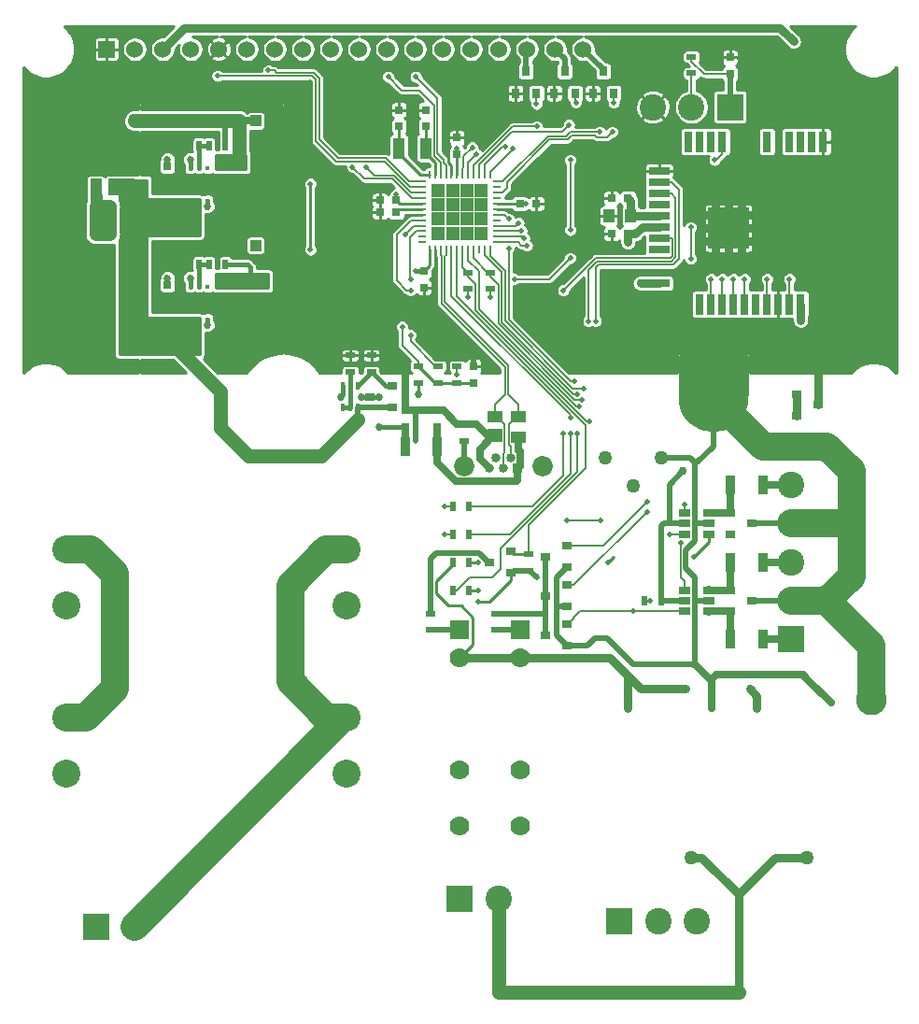
<source format=gbl>
G04 #@! TF.GenerationSoftware,KiCad,Pcbnew,(5.0.0-rc2-dev-640-gbf135b0)*
G04 #@! TF.CreationDate,2018-05-13T18:52:19-05:00*
G04 #@! TF.ProjectId,WiFi-Septic-Controller,576946692D5365707469632D436F6E74,rev?*
G04 #@! TF.SameCoordinates,Original*
G04 #@! TF.FileFunction,Copper,L2,Bot,Signal*
G04 #@! TF.FilePolarity,Positive*
%FSLAX46Y46*%
G04 Gerber Fmt 4.6, Leading zero omitted, Abs format (unit mm)*
G04 Created by KiCad (PCBNEW (5.0.0-rc2-dev-640-gbf135b0)) date Sunday, May 13, 2018 at 06:52:19 PM*
%MOMM*%
%LPD*%
G01*
G04 APERTURE LIST*
%ADD10R,1.000000X1.000000*%
%ADD11R,1.524000X1.524000*%
%ADD12C,1.524000*%
%ADD13C,1.260000*%
%ADD14C,6.350000*%
%ADD15R,0.500000X0.900000*%
%ADD16R,1.900000X0.800000*%
%ADD17R,0.400000X0.450000*%
%ADD18R,1.250000X1.000000*%
%ADD19R,0.750000X0.800000*%
%ADD20R,1.000000X1.250000*%
%ADD21R,0.800000X1.900000*%
%ADD22R,3.700000X3.700000*%
%ADD23C,0.500000*%
%ADD24C,1.850000*%
%ADD25C,0.840000*%
%ADD26R,0.840000X0.840000*%
%ADD27C,2.540000*%
%ADD28R,1.287500X1.287500*%
%ADD29R,0.700000X0.250000*%
%ADD30R,0.250000X0.700000*%
%ADD31R,2.400000X2.400000*%
%ADD32C,2.400000*%
%ADD33C,1.778000*%
%ADD34R,1.778000X1.778000*%
%ADD35R,0.800000X0.750000*%
%ADD36R,1.050000X1.500000*%
%ADD37R,2.400000X1.500000*%
%ADD38R,0.900000X0.800000*%
%ADD39R,1.400000X1.000000*%
%ADD40R,1.400000X1.200000*%
%ADD41R,0.900000X1.700000*%
%ADD42R,0.900000X0.500000*%
%ADD43R,0.400000X0.650000*%
%ADD44R,0.800000X0.900000*%
%ADD45R,1.060000X0.650000*%
%ADD46R,1.100000X1.900000*%
%ADD47C,2.800000*%
%ADD48C,1.270000*%
%ADD49C,0.508000*%
%ADD50C,0.685800*%
%ADD51C,0.762000*%
%ADD52C,0.508000*%
%ADD53C,0.635000*%
%ADD54C,2.540000*%
%ADD55C,0.254000*%
%ADD56C,0.762000*%
%ADD57C,0.381000*%
%ADD58C,0.152400*%
%ADD59C,1.270000*%
%ADD60C,0.431800*%
%ADD61C,1.066800*%
G04 APERTURE END LIST*
D10*
X51500000Y-50292000D03*
X51500000Y-39000000D03*
D11*
X38000000Y-32500000D03*
D12*
X40540000Y-32500000D03*
X43080000Y-32500000D03*
X45620000Y-32500000D03*
X48160000Y-32500000D03*
X50700000Y-32500000D03*
X53240000Y-32500000D03*
X55780000Y-32500000D03*
X58320000Y-32500000D03*
X60860000Y-32500000D03*
X63400000Y-32500000D03*
X65940000Y-32500000D03*
X68480000Y-32500000D03*
X71020000Y-32500000D03*
X73560000Y-32500000D03*
X76100000Y-32500000D03*
X78640000Y-32500000D03*
X81180000Y-32500000D03*
D13*
X88225000Y-69580000D03*
X85685000Y-72120000D03*
X83145000Y-69580000D03*
D14*
X93000000Y-64000000D03*
D15*
X48750000Y-41250000D03*
X47250000Y-41250000D03*
X46350000Y-41250000D03*
X44750000Y-41250000D03*
D16*
X46750000Y-45300000D03*
X46750000Y-44200000D03*
D17*
X45550000Y-46225000D03*
X46350000Y-46225000D03*
X47150000Y-46225000D03*
X47950000Y-46225000D03*
X47950000Y-43275000D03*
X47150000Y-43275000D03*
X46350000Y-43275000D03*
X45550000Y-43275000D03*
D18*
X49750000Y-43000000D03*
X49750000Y-45000000D03*
D19*
X43500000Y-43100000D03*
X43500000Y-44600000D03*
D20*
X48000000Y-48250000D03*
X46000000Y-48250000D03*
D21*
X90750000Y-40885000D03*
X91766000Y-40885000D03*
X92782000Y-40885000D03*
X93798000Y-40885000D03*
X97862000Y-40885000D03*
X99894000Y-40885000D03*
X100910000Y-40885000D03*
X101926000Y-40885000D03*
X102942000Y-40885000D03*
X100904000Y-55615000D03*
X99888000Y-55615000D03*
X98872000Y-55615000D03*
X97856000Y-55615000D03*
X96840000Y-55615000D03*
X95824000Y-55615000D03*
X94808000Y-55615000D03*
X93792000Y-55615000D03*
X92776000Y-55615000D03*
X91760000Y-55615000D03*
D16*
X88080000Y-53715000D03*
X88080000Y-50667000D03*
X88080000Y-49651000D03*
X88080000Y-48635000D03*
X88080000Y-47619000D03*
X88080000Y-46603000D03*
X88080000Y-45587000D03*
X88080000Y-44571000D03*
X88080000Y-43555000D03*
D22*
X94350000Y-48735000D03*
D23*
X94350000Y-48735000D03*
X94350000Y-49935000D03*
X94350000Y-47535000D03*
X95550000Y-49935000D03*
X95550000Y-48735000D03*
X95550000Y-47535000D03*
X93150000Y-49935000D03*
X93150000Y-48735000D03*
X93150000Y-47535000D03*
D24*
X70375000Y-70280000D03*
X77525000Y-70280000D03*
D25*
X72650000Y-70500000D03*
X73300000Y-69500000D03*
X73950000Y-70500000D03*
X74600000Y-69500000D03*
D26*
X75250000Y-70500000D03*
D27*
X59700000Y-98160000D03*
X59700000Y-93080000D03*
X59700000Y-82920000D03*
X59700000Y-77840000D03*
X34300000Y-98160000D03*
X34300000Y-93080000D03*
X34300000Y-82920000D03*
X34300000Y-77840000D03*
D17*
X45550000Y-54025000D03*
X46350000Y-54025000D03*
X47150000Y-54025000D03*
X47950000Y-54025000D03*
X47950000Y-56975000D03*
X47150000Y-56975000D03*
X46350000Y-56975000D03*
X45550000Y-56975000D03*
D16*
X46750000Y-54950000D03*
X46750000Y-56050000D03*
D28*
X68068750Y-45318750D03*
X69356250Y-45318750D03*
X70643750Y-45318750D03*
X71931250Y-45318750D03*
X68068750Y-46606250D03*
X69356250Y-46606250D03*
X70643750Y-46606250D03*
X71931250Y-46606250D03*
X68068750Y-47893750D03*
X69356250Y-47893750D03*
X70643750Y-47893750D03*
X71931250Y-47893750D03*
X68068750Y-49181250D03*
X69356250Y-49181250D03*
X70643750Y-49181250D03*
X71931250Y-49181250D03*
D29*
X66600000Y-44500000D03*
X66600000Y-45000000D03*
X66600000Y-45500000D03*
X66600000Y-46000000D03*
X66600000Y-46500000D03*
X66600000Y-47000000D03*
X66600000Y-47500000D03*
X66600000Y-48000000D03*
X66600000Y-48500000D03*
X66600000Y-49000000D03*
X66600000Y-49500000D03*
X66600000Y-50000000D03*
D30*
X67250000Y-50650000D03*
X67750000Y-50650000D03*
X68250000Y-50650000D03*
X68750000Y-50650000D03*
X69250000Y-50650000D03*
X69750000Y-50650000D03*
X70250000Y-50650000D03*
X70750000Y-50650000D03*
X71250000Y-50650000D03*
X71750000Y-50650000D03*
X72250000Y-50650000D03*
X72750000Y-50650000D03*
D29*
X73400000Y-50000000D03*
X73400000Y-49500000D03*
X73400000Y-49000000D03*
X73400000Y-48500000D03*
X73400000Y-48000000D03*
X73400000Y-47500000D03*
X73400000Y-47000000D03*
X73400000Y-46500000D03*
X73400000Y-46000000D03*
X73400000Y-45500000D03*
X73400000Y-45000000D03*
X73400000Y-44500000D03*
D30*
X72750000Y-43850000D03*
X72250000Y-43850000D03*
X71750000Y-43850000D03*
X71250000Y-43850000D03*
X70750000Y-43850000D03*
X70250000Y-43850000D03*
X69750000Y-43850000D03*
X69250000Y-43850000D03*
X68750000Y-43850000D03*
X68250000Y-43850000D03*
X67750000Y-43850000D03*
X67250000Y-43850000D03*
D31*
X84482800Y-111500000D03*
D32*
X91482800Y-111500000D03*
X87982800Y-111500000D03*
X100000000Y-68500000D03*
X100000000Y-72000000D03*
X100000000Y-75500000D03*
X100000000Y-79000000D03*
D31*
X100000000Y-86000000D03*
D32*
X100000000Y-82500000D03*
D33*
X70000000Y-102890000D03*
X70000000Y-97810000D03*
X70000000Y-87650000D03*
D34*
X70000000Y-85110000D03*
X75500000Y-85110000D03*
D33*
X75500000Y-87650000D03*
X75500000Y-97810000D03*
X75500000Y-102890000D03*
D31*
X70000000Y-109500000D03*
D32*
X73500000Y-109500000D03*
D20*
X46000000Y-59000000D03*
X48000000Y-59000000D03*
D19*
X43500000Y-55350000D03*
X43500000Y-53850000D03*
D18*
X49750000Y-55750000D03*
X49750000Y-53750000D03*
D19*
X67950000Y-66750000D03*
X67950000Y-65250000D03*
X65050000Y-65250000D03*
X65050000Y-66750000D03*
X69750000Y-42025000D03*
X69750000Y-40525000D03*
D35*
X62750000Y-46200000D03*
X64250000Y-46200000D03*
D19*
X66750000Y-52590000D03*
X66750000Y-54090000D03*
D35*
X76950000Y-46500000D03*
X75450000Y-46500000D03*
X83750000Y-46000000D03*
X85250000Y-46000000D03*
X62750000Y-47300000D03*
X64250000Y-47300000D03*
D20*
X83500000Y-47619000D03*
X85500000Y-47619000D03*
D35*
X83750000Y-49250000D03*
X85250000Y-49250000D03*
D19*
X64491847Y-38000000D03*
X64491847Y-39500000D03*
X66891847Y-38000000D03*
X66891847Y-39500000D03*
X94500000Y-34750000D03*
X94500000Y-33250000D03*
X71250000Y-62750000D03*
X71250000Y-61250000D03*
D36*
X37000000Y-45000000D03*
D37*
X39350000Y-45000000D03*
D38*
X94500000Y-83450000D03*
X94500000Y-81550000D03*
X96500000Y-82500000D03*
X96500000Y-75500000D03*
X94500000Y-74550000D03*
X94500000Y-76450000D03*
X100500000Y-65700000D03*
X100500000Y-63800000D03*
X102500000Y-64750000D03*
D39*
X75350000Y-67700000D03*
X75350000Y-65800000D03*
X73150000Y-65800000D03*
D40*
X73150000Y-67520000D03*
D31*
X94500000Y-37750000D03*
D32*
X87500000Y-37750000D03*
X91000000Y-37750000D03*
D41*
X65050000Y-68500000D03*
X67950000Y-68500000D03*
D42*
X70375000Y-68000000D03*
X70375000Y-66500000D03*
D38*
X72660000Y-78994000D03*
X74660000Y-79944000D03*
X74660000Y-78044000D03*
X79740000Y-84648000D03*
X79740000Y-86548000D03*
X77740000Y-85598000D03*
X61881000Y-64000000D03*
X63881000Y-64950000D03*
X63881000Y-63050000D03*
D43*
X59421000Y-64950000D03*
X60721000Y-64950000D03*
X60071000Y-63050000D03*
X60071000Y-64950000D03*
X60721000Y-63050000D03*
X59421000Y-63050000D03*
D44*
X76000000Y-34500000D03*
X75050000Y-36500000D03*
X76950000Y-36500000D03*
X80450000Y-36500000D03*
X78550000Y-36500000D03*
X79500000Y-34500000D03*
X83000000Y-34500000D03*
X82050000Y-36500000D03*
X83950000Y-36500000D03*
D15*
X47250000Y-52000000D03*
X48750000Y-52000000D03*
X44750000Y-52000000D03*
X46350000Y-52000000D03*
D42*
X76200000Y-78244000D03*
X76200000Y-79744000D03*
X70750000Y-52750000D03*
X70750000Y-54250000D03*
X60071000Y-61750000D03*
X60071000Y-60250000D03*
X61976000Y-60250000D03*
X61976000Y-61750000D03*
X72750000Y-54250000D03*
X72750000Y-52750000D03*
D41*
X94550000Y-86000000D03*
X97450000Y-86000000D03*
X97450000Y-79000000D03*
X94550000Y-79000000D03*
X94550000Y-72000000D03*
X97450000Y-72000000D03*
D15*
X69354000Y-76454000D03*
X70854000Y-76454000D03*
X70854000Y-73914000D03*
X69354000Y-73914000D03*
X70854000Y-81534000D03*
X69354000Y-81534000D03*
D42*
X91000000Y-33195000D03*
X91000000Y-34695000D03*
X68000000Y-62750000D03*
X68000000Y-61250000D03*
X69750000Y-62750000D03*
X69750000Y-61250000D03*
X66250000Y-62750000D03*
X66250000Y-61250000D03*
D45*
X92600000Y-81550000D03*
X92600000Y-82500000D03*
X92600000Y-83450000D03*
X90400000Y-83450000D03*
X90400000Y-81550000D03*
X90400000Y-82500000D03*
X90400000Y-75500000D03*
X90400000Y-74550000D03*
X90400000Y-76450000D03*
X92600000Y-76450000D03*
X92600000Y-75500000D03*
X92600000Y-74550000D03*
D46*
X64491847Y-41500000D03*
X66891847Y-41500000D03*
D15*
X86750000Y-82500000D03*
X88250000Y-82500000D03*
D31*
X37000000Y-112000000D03*
D32*
X40500000Y-112000000D03*
D15*
X69354000Y-78994000D03*
X70854000Y-78994000D03*
D42*
X67310000Y-83705000D03*
X67310000Y-85110000D03*
X73279000Y-85110000D03*
X73279000Y-83705000D03*
D38*
X77740000Y-78486000D03*
X79740000Y-79436000D03*
X79740000Y-77536000D03*
X79740000Y-81092000D03*
X79740000Y-82992000D03*
X77740000Y-82042000D03*
D47*
X107315000Y-91440000D03*
D48*
X32500000Y-46750000D03*
X32500000Y-48000000D03*
X32500000Y-49250000D03*
X33750000Y-46750000D03*
X33750000Y-48000000D03*
X33750000Y-49250000D03*
D49*
X66000000Y-68000000D03*
X82250000Y-85895000D03*
D50*
X92810000Y-92250000D03*
D51*
X91336401Y-88276401D03*
D49*
X59000000Y-35500000D03*
X60270000Y-35500000D03*
X71628000Y-82550000D03*
X76962000Y-80344000D03*
X78782000Y-80344000D03*
X56460000Y-35500000D03*
D48*
X71247000Y-59944000D03*
X79121000Y-59944000D03*
D49*
X83475000Y-79000000D03*
D50*
X103632000Y-91694000D03*
D49*
X65532000Y-54356000D03*
X79375000Y-54356000D03*
X65532000Y-53340000D03*
X74930000Y-53340000D03*
X93091000Y-42545000D03*
X80010000Y-42545000D03*
X80010000Y-48895000D03*
X80010000Y-51435000D03*
X76073000Y-50292000D03*
X93792000Y-53340000D03*
X75819000Y-49657000D03*
X94808000Y-53340000D03*
X75565000Y-48961447D03*
X92776000Y-53340000D03*
X90932000Y-48641000D03*
X90932000Y-51496000D03*
X75311000Y-48260000D03*
X95824000Y-53340000D03*
X71501000Y-42037000D03*
X97856000Y-53340000D03*
X71120000Y-41402000D03*
X99888000Y-53340000D03*
X80842506Y-64907494D03*
X80670403Y-67310000D03*
X74089783Y-41323783D03*
X64770000Y-57658000D03*
X65024000Y-49276000D03*
X60270000Y-43180000D03*
X61540000Y-43180000D03*
D50*
X43500000Y-42500000D03*
X45550000Y-42500000D03*
X47150000Y-46750000D03*
X48800000Y-43100000D03*
X85190000Y-92250000D03*
X96940000Y-92250000D03*
D48*
X40540000Y-39000000D03*
D49*
X81500000Y-87650000D03*
D50*
X96266000Y-90424000D03*
X90424000Y-90424000D03*
D48*
X91000000Y-105750000D03*
X101500000Y-105750000D03*
D49*
X74803000Y-41529000D03*
X63500000Y-35000000D03*
X48045000Y-34925000D03*
X52642400Y-34442400D03*
X76950000Y-37465000D03*
X76962000Y-39497000D03*
X79883000Y-39370000D03*
X80518000Y-37338000D03*
X81751973Y-66248027D03*
X79750000Y-75250000D03*
X82750000Y-75250000D03*
D50*
X45550000Y-53250000D03*
X43500000Y-53250000D03*
X61050000Y-64000000D03*
X59190000Y-64000000D03*
X62730000Y-64000000D03*
X62730000Y-66750000D03*
D51*
X100500000Y-64750000D03*
D49*
X68580000Y-76454000D03*
X68580000Y-73914000D03*
X71628000Y-81534000D03*
D51*
X100250000Y-31793170D03*
D49*
X90400000Y-73750000D03*
X86995000Y-73533000D03*
X80391000Y-62611000D03*
X74422000Y-50546000D03*
X74422000Y-47879000D03*
X86995000Y-74422000D03*
X80010000Y-65913000D03*
X90000000Y-77250000D03*
X83820000Y-40005000D03*
X65532000Y-58420000D03*
X56460000Y-44704000D03*
X56460000Y-50673000D03*
X82677000Y-40005000D03*
X83947000Y-37338000D03*
X81080584Y-64291499D03*
X81250000Y-63250000D03*
X89000000Y-76450000D03*
X80010000Y-67310000D03*
X82321403Y-57150000D03*
X79349597Y-67310000D03*
X81661000Y-57150000D03*
D50*
X47150000Y-57500000D03*
X48800000Y-53850000D03*
D49*
X51000000Y-54000000D03*
X51000000Y-53500000D03*
X51000000Y-53000000D03*
X51500000Y-53000000D03*
X51500000Y-53500000D03*
X51500000Y-54000000D03*
X52000000Y-54000000D03*
X52000000Y-53500000D03*
X52000000Y-53000000D03*
X52500000Y-53000000D03*
X52500000Y-53500000D03*
X52500000Y-54000000D03*
D51*
X90250000Y-70750000D03*
D49*
X69750000Y-62000000D03*
X64250000Y-45650000D03*
D51*
X85250000Y-50000000D03*
D49*
X70750000Y-55000000D03*
X66000000Y-52590000D03*
X72750000Y-55000000D03*
X76000000Y-46500000D03*
X69750000Y-41500000D03*
D51*
X100904000Y-57089000D03*
X86368000Y-53715000D03*
D50*
X66250000Y-63750000D03*
D48*
X37000000Y-46750000D03*
X37000000Y-48000000D03*
X37000000Y-49250000D03*
X38250000Y-46750000D03*
X38250000Y-48000000D03*
X38250000Y-49250000D03*
D49*
X85725000Y-83450000D03*
X80645000Y-63754000D03*
X66000000Y-35000000D03*
X71628000Y-78994000D03*
X87250000Y-82500000D03*
X91250000Y-78500000D03*
D52*
X67950000Y-65250000D02*
X67950000Y-65275000D01*
D53*
X73050000Y-67520000D02*
X73150000Y-67520000D01*
X71815000Y-68755000D02*
X73050000Y-67520000D01*
X71815000Y-69665000D02*
X71815000Y-68755000D01*
X72650000Y-70500000D02*
X71815000Y-69665000D01*
X72520000Y-67520000D02*
X73150000Y-67520000D01*
X71500000Y-66500000D02*
X72520000Y-67520000D01*
X70375000Y-66500000D02*
X71500000Y-66500000D01*
X69750000Y-66500000D02*
X70375000Y-66500000D01*
X68500000Y-65250000D02*
X69750000Y-66500000D01*
X67950000Y-65250000D02*
X68500000Y-65250000D01*
X65050000Y-65250000D02*
X65050000Y-61550000D01*
D52*
X66000000Y-68000000D02*
X66000000Y-65250000D01*
D53*
X66000000Y-65250000D02*
X67950000Y-65250000D01*
X65050000Y-65250000D02*
X66000000Y-65250000D01*
D52*
X96500000Y-75500000D02*
X100000000Y-75500000D01*
X96500000Y-82500000D02*
X100000000Y-82500000D01*
X92600000Y-75500000D02*
X91562000Y-75500000D01*
D54*
X100000000Y-68500000D02*
X103250000Y-68500000D01*
D52*
X93000000Y-64000000D02*
X93000000Y-68490128D01*
X91490128Y-70000000D02*
X91336401Y-70000000D01*
X93000000Y-68490128D02*
X91490128Y-70000000D01*
X90916401Y-69580000D02*
X88225000Y-69580000D01*
X91336401Y-70000000D02*
X90916401Y-69580000D01*
D55*
X66600000Y-47500000D02*
X65900000Y-47500000D01*
D56*
X93150000Y-47535000D02*
X93150000Y-46736000D01*
X94350000Y-47535000D02*
X94350000Y-46736000D01*
X95550000Y-47535000D02*
X95550000Y-46736000D01*
X95550000Y-47535000D02*
X96393000Y-47535000D01*
X95550000Y-48735000D02*
X96393000Y-48735000D01*
X95550000Y-49935000D02*
X95550000Y-50800000D01*
X94350000Y-49935000D02*
X94350000Y-50800000D01*
X93150000Y-49935000D02*
X93150000Y-50800000D01*
X93150000Y-49935000D02*
X92329000Y-49935000D01*
X93150000Y-48735000D02*
X92329000Y-48735000D01*
X93150000Y-47535000D02*
X92329000Y-47535000D01*
X95550000Y-49935000D02*
X96393000Y-49935000D01*
D55*
X67750000Y-50650000D02*
X67750000Y-51254000D01*
X69250000Y-43850000D02*
X69250000Y-43000000D01*
X73400000Y-47000000D02*
X74250000Y-47000000D01*
X69250000Y-43000000D02*
X69000000Y-42750000D01*
X69000000Y-42750000D02*
X69000000Y-42250000D01*
D52*
X79690000Y-86548000D02*
X79740000Y-86548000D01*
X78782000Y-85640000D02*
X79690000Y-86548000D01*
X79690000Y-79436000D02*
X78782000Y-80344000D01*
X79740000Y-79436000D02*
X79690000Y-79436000D01*
X78843000Y-82992000D02*
X78782000Y-82931000D01*
X79740000Y-82992000D02*
X78843000Y-82992000D01*
X78782000Y-82931000D02*
X78782000Y-85640000D01*
X78782000Y-80344000D02*
X78782000Y-82931000D01*
X74860000Y-79744000D02*
X74660000Y-79944000D01*
X76200000Y-79744000D02*
X74860000Y-79744000D01*
D55*
X74660000Y-80598000D02*
X74660000Y-79944000D01*
X72708000Y-82550000D02*
X74660000Y-80598000D01*
X71628000Y-82550000D02*
X72708000Y-82550000D01*
D52*
X76362000Y-79744000D02*
X76962000Y-80344000D01*
X76200000Y-79744000D02*
X76362000Y-79744000D01*
X81597000Y-86548000D02*
X82250000Y-85895000D01*
X79740000Y-86548000D02*
X81597000Y-86548000D01*
X85736401Y-88276401D02*
X91336401Y-88276401D01*
X83355000Y-85895000D02*
X85736401Y-88276401D01*
X82250000Y-85895000D02*
X83355000Y-85895000D01*
X93000000Y-64000000D02*
X93000000Y-60361000D01*
X92600000Y-82500000D02*
X91413401Y-82500000D01*
X91336401Y-82423000D02*
X91336401Y-88276401D01*
X71250000Y-59947000D02*
X71247000Y-59944000D01*
X71250000Y-61250000D02*
X71250000Y-59947000D01*
D54*
X103250000Y-82500000D02*
X105500000Y-80250000D01*
X100000000Y-82500000D02*
X103250000Y-82500000D01*
X105500000Y-70750000D02*
X103250000Y-68500000D01*
X100000000Y-75500000D02*
X105000000Y-75500000D01*
X105500000Y-75000000D02*
X105500000Y-70750000D01*
X105000000Y-75500000D02*
X105500000Y-75000000D01*
X105500000Y-80250000D02*
X105500000Y-75000000D01*
X97500000Y-68500000D02*
X93000000Y-64000000D01*
X100000000Y-68500000D02*
X97500000Y-68500000D01*
D56*
X102500000Y-64750000D02*
X102500000Y-61500000D01*
D55*
X83975000Y-78500000D02*
X83475000Y-79000000D01*
D52*
X91336401Y-82423000D02*
X91413401Y-82500000D01*
X91336401Y-80336401D02*
X91336401Y-82423000D01*
X90500000Y-79500000D02*
X91336401Y-80336401D01*
X90500000Y-77936522D02*
X90500000Y-79500000D01*
X91336401Y-77100121D02*
X90500000Y-77936522D01*
X91336401Y-75500000D02*
X91562000Y-75500000D01*
X91336401Y-70000000D02*
X91336401Y-75500000D01*
X91336401Y-75500000D02*
X91336401Y-77100121D01*
D54*
X107315000Y-86565000D02*
X103250000Y-82500000D01*
X107315000Y-91440000D02*
X107315000Y-86565000D01*
D53*
X92810000Y-92250000D02*
X92810000Y-89750000D01*
X92633091Y-89573091D02*
X91960000Y-88900000D01*
X103632000Y-91694000D02*
X101511091Y-89573091D01*
X91960000Y-88900000D02*
X91336401Y-88276401D01*
X92810000Y-89750000D02*
X91960000Y-88900000D01*
X92810000Y-89750000D02*
X92810000Y-89562000D01*
X92810000Y-89562000D02*
X93218000Y-89154000D01*
X101092000Y-89154000D02*
X101511091Y-89573091D01*
X93218000Y-89154000D02*
X101092000Y-89154000D01*
D57*
X46350000Y-54025000D02*
X46350000Y-52000000D01*
X46350000Y-52000000D02*
X47250000Y-52000000D01*
D53*
X67950000Y-66750000D02*
X67950000Y-68500000D01*
X68000000Y-68550000D02*
X67950000Y-68500000D01*
X75250000Y-71555000D02*
X75250000Y-70500000D01*
X75130099Y-71674901D02*
X75250000Y-71555000D01*
X69639901Y-71674901D02*
X75130099Y-71674901D01*
X67950000Y-69985000D02*
X69639901Y-71674901D01*
X67950000Y-68500000D02*
X67950000Y-69985000D01*
X75489901Y-70260099D02*
X75250000Y-70500000D01*
X75489901Y-68974901D02*
X75489901Y-70260099D01*
X75350000Y-68835000D02*
X75489901Y-68974901D01*
X75350000Y-67700000D02*
X75350000Y-68835000D01*
D58*
X65585750Y-48000000D02*
X64262000Y-49323750D01*
X66600000Y-48000000D02*
X65585750Y-48000000D01*
X64262000Y-53445210D02*
X64262000Y-53213000D01*
X65172790Y-54356000D02*
X64262000Y-53445210D01*
X65532000Y-54356000D02*
X65172790Y-54356000D01*
X64262000Y-49323750D02*
X64262000Y-53213000D01*
X89258601Y-51249881D02*
X89073482Y-51435000D01*
X89258601Y-49727201D02*
X89258601Y-51249881D01*
X89182400Y-49651000D02*
X89258601Y-49727201D01*
X88080000Y-49651000D02*
X89182400Y-49651000D01*
X89073482Y-51435000D02*
X82296000Y-51435000D01*
X82296000Y-51435000D02*
X79375000Y-54356000D01*
X65517399Y-53325399D02*
X65532000Y-53340000D01*
X65517399Y-49580201D02*
X65517399Y-53325399D01*
X66097600Y-49000000D02*
X65517399Y-49580201D01*
X66600000Y-49000000D02*
X66097600Y-49000000D01*
X93240400Y-42545000D02*
X93091000Y-42545000D01*
X93798000Y-41987400D02*
X93240400Y-42545000D01*
X93798000Y-40885000D02*
X93798000Y-41987400D01*
X80010000Y-42545000D02*
X80010000Y-48895000D01*
X78105000Y-53340000D02*
X78486000Y-52959000D01*
X74930000Y-53340000D02*
X78105000Y-53340000D01*
X80010000Y-51435000D02*
X78486000Y-52959000D01*
X73400000Y-50000000D02*
X75273000Y-50000000D01*
X75565000Y-50292000D02*
X76073000Y-50292000D01*
X75273000Y-50000000D02*
X75565000Y-50292000D01*
X93792000Y-55615000D02*
X93792000Y-53340000D01*
X73400000Y-49500000D02*
X75662000Y-49500000D01*
X75662000Y-49500000D02*
X75819000Y-49657000D01*
X94808000Y-53340000D02*
X94808000Y-55615000D01*
X73400000Y-49000000D02*
X75526447Y-49000000D01*
X75526447Y-49000000D02*
X75565000Y-48961447D01*
X90932000Y-48641000D02*
X90932000Y-51181000D01*
X92776000Y-54512600D02*
X92776000Y-53340000D01*
X92776000Y-55615000D02*
X92776000Y-54512600D01*
X90932000Y-51181000D02*
X90932000Y-51496000D01*
X75071000Y-48500000D02*
X75311000Y-48260000D01*
X73400000Y-48500000D02*
X75071000Y-48500000D01*
X95824000Y-54512600D02*
X95824000Y-53340000D01*
X95824000Y-55615000D02*
X95824000Y-54512600D01*
X70750000Y-42788000D02*
X71501000Y-42037000D01*
X70750000Y-43850000D02*
X70750000Y-42788000D01*
X97856000Y-55615000D02*
X97856000Y-53340000D01*
X70353601Y-42168399D02*
X71120000Y-41402000D01*
X70353601Y-43243999D02*
X70353601Y-42168399D01*
X70250000Y-43347600D02*
X70353601Y-43243999D01*
X70250000Y-43850000D02*
X70250000Y-43347600D01*
X99888000Y-55615000D02*
X99888000Y-53340000D01*
D55*
X64550000Y-47000000D02*
X64250000Y-47300000D01*
X66600000Y-47000000D02*
X64550000Y-47000000D01*
D58*
X80592506Y-64907494D02*
X80842506Y-64907494D01*
X80591789Y-64908211D02*
X80592506Y-64907494D01*
X71733411Y-56049833D02*
X80591789Y-64908211D01*
X80645000Y-67335403D02*
X80670403Y-67310000D01*
X71733411Y-52621929D02*
X71733411Y-56049833D01*
X70750000Y-51638518D02*
X71733411Y-52621929D01*
X70750000Y-50650000D02*
X70750000Y-51638518D01*
X69354000Y-81534000D02*
X69756400Y-81534000D01*
X72898000Y-80391000D02*
X73660000Y-79629000D01*
X70899400Y-80391000D02*
X72898000Y-80391000D01*
X69756400Y-81534000D02*
X70899400Y-80391000D01*
X73660000Y-79629000D02*
X73660000Y-77782518D01*
X73660000Y-77782518D02*
X80645000Y-70797518D01*
X80645000Y-70797518D02*
X80645000Y-67335403D01*
X75150000Y-65800000D02*
X75350000Y-65800000D01*
X74421399Y-66528601D02*
X75150000Y-65800000D01*
X74421399Y-68382881D02*
X74421399Y-66528601D01*
X74600000Y-68561482D02*
X74421399Y-68382881D01*
X74600000Y-69500000D02*
X74600000Y-68561482D01*
X68652400Y-51272601D02*
X68652400Y-55436872D01*
X68750000Y-51175001D02*
X68652400Y-51272601D01*
X68750000Y-50650000D02*
X68750000Y-51175001D01*
X75350000Y-64749999D02*
X75350000Y-65800000D01*
X74402400Y-63802399D02*
X75350000Y-64749999D01*
X74402400Y-61186872D02*
X74402400Y-63802399D01*
X68652400Y-55436872D02*
X74402400Y-61186872D01*
X73350000Y-65800000D02*
X73150000Y-65800000D01*
X74078601Y-66528601D02*
X73350000Y-65800000D01*
X74078601Y-69061469D02*
X74078601Y-66528601D01*
X73950000Y-69190070D02*
X74078601Y-69061469D01*
X73950000Y-70500000D02*
X73950000Y-69190070D01*
X68250000Y-51175001D02*
X68347600Y-51272601D01*
X68250000Y-50650000D02*
X68250000Y-51175001D01*
X68347600Y-51272601D02*
X68347600Y-55563128D01*
X73150000Y-64749999D02*
X73150000Y-65800000D01*
X74097600Y-63802399D02*
X73150000Y-64749999D01*
X74097600Y-61313128D02*
X74097600Y-63802399D01*
X68347600Y-55563128D02*
X74097600Y-61313128D01*
X72250000Y-43850000D02*
X72250000Y-42912132D01*
X73838349Y-41323783D02*
X74089783Y-41323783D01*
X72250000Y-42912132D02*
X73838349Y-41323783D01*
D55*
X71250000Y-62750000D02*
X69750000Y-62750000D01*
X69750000Y-62750000D02*
X68000000Y-62750000D01*
X67750000Y-62750000D02*
X66250000Y-61250000D01*
X68000000Y-62750000D02*
X67750000Y-62750000D01*
D58*
X64770000Y-58651066D02*
X64770000Y-57658000D01*
X66250000Y-60847600D02*
X64770000Y-59367600D01*
X64770000Y-59367600D02*
X64770000Y-58651066D01*
X66250000Y-61250000D02*
X66250000Y-60847600D01*
X65800000Y-48500000D02*
X66600000Y-48500000D01*
X65024000Y-49276000D02*
X65800000Y-48500000D01*
X65634934Y-46000000D02*
X63881744Y-44246810D01*
X66600000Y-46000000D02*
X65634934Y-46000000D01*
X61336810Y-44246810D02*
X60270000Y-43180000D01*
X63881744Y-44246810D02*
X61336810Y-44246810D01*
X66600000Y-45500000D02*
X65566000Y-45500000D01*
X65566000Y-45500000D02*
X64008000Y-43942000D01*
X62302000Y-43942000D02*
X61540000Y-43180000D01*
X64008000Y-43942000D02*
X62302000Y-43942000D01*
D56*
X88080000Y-47619000D02*
X85500000Y-47619000D01*
X85500000Y-46250000D02*
X85250000Y-46000000D01*
X85500000Y-47619000D02*
X85500000Y-46250000D01*
D57*
X43500000Y-43100000D02*
X43500000Y-42500000D01*
X45550000Y-42500000D02*
X45550000Y-43275000D01*
X47150000Y-46225000D02*
X47150000Y-46650000D01*
X47150000Y-46750000D02*
X47150000Y-46225000D01*
X48900000Y-43000000D02*
X48800000Y-43100000D01*
X49750000Y-43000000D02*
X48900000Y-43000000D01*
D56*
X75500000Y-87650000D02*
X81500000Y-87650000D01*
X75500000Y-87650000D02*
X70000000Y-87650000D01*
D52*
X48750000Y-41250000D02*
X48750000Y-39000000D01*
D59*
X40500000Y-39000000D02*
X48750000Y-39000000D01*
X48750000Y-39000000D02*
X50000000Y-39000000D01*
X50000000Y-39000000D02*
X50000000Y-41000000D01*
X50000000Y-41000000D02*
X50000000Y-42250000D01*
D52*
X49750000Y-42500000D02*
X50000000Y-42250000D01*
X49750000Y-43000000D02*
X49750000Y-42500000D01*
D56*
X85190000Y-89250000D02*
X83590000Y-87650000D01*
X85190000Y-92250000D02*
X85190000Y-89250000D01*
X81500000Y-87650000D02*
X83590000Y-87650000D01*
D55*
X69354000Y-79194000D02*
X69354000Y-78994000D01*
X67843410Y-81813410D02*
X67843410Y-80704590D01*
X68961000Y-82931000D02*
X67843410Y-81813410D01*
X70101922Y-82931000D02*
X68961000Y-82931000D01*
X71168401Y-83997479D02*
X70101922Y-82931000D01*
D56*
X96940000Y-91098000D02*
X96266000Y-90424000D01*
X96940000Y-92250000D02*
X96940000Y-91098000D01*
X86364000Y-90424000D02*
X85190000Y-89250000D01*
X90424000Y-90424000D02*
X86364000Y-90424000D01*
D53*
X51500000Y-39000000D02*
X50000000Y-39000000D01*
D55*
X71168401Y-86481599D02*
X71168401Y-83997479D01*
X70000000Y-87650000D02*
X71168401Y-86481599D01*
X67843410Y-80704590D02*
X69354000Y-79194000D01*
X64491847Y-39500000D02*
X64491847Y-41500000D01*
X66441847Y-43850000D02*
X64491847Y-41900000D01*
X64491847Y-41900000D02*
X64491847Y-41500000D01*
X67250000Y-43850000D02*
X66441847Y-43850000D01*
X66891847Y-39500000D02*
X66891847Y-41500000D01*
X67750000Y-43246000D02*
X67750000Y-43850000D01*
X66891847Y-41900000D02*
X67750000Y-42758153D01*
X67750000Y-42758153D02*
X67750000Y-43246000D01*
X66891847Y-41500000D02*
X66891847Y-41900000D01*
D54*
X57903949Y-93080000D02*
X59700000Y-93080000D01*
X54610000Y-89786051D02*
X57903949Y-93080000D01*
X54610000Y-81133949D02*
X54610000Y-89786051D01*
X57903949Y-77840000D02*
X54610000Y-81133949D01*
X59700000Y-77840000D02*
X57903949Y-77840000D01*
D59*
X73500000Y-118000000D02*
X95250000Y-118000000D01*
D54*
X59420000Y-93080000D02*
X59700000Y-93080000D01*
X40500000Y-112000000D02*
X59420000Y-93080000D01*
D56*
X95250000Y-109101975D02*
X95250000Y-118000000D01*
X91898025Y-105750000D02*
X95250000Y-109101975D01*
X91000000Y-105750000D02*
X91898025Y-105750000D01*
X98601975Y-105750000D02*
X95250000Y-109101975D01*
X101500000Y-105750000D02*
X98601975Y-105750000D01*
D59*
X73500000Y-118000000D02*
X73500000Y-109500000D01*
D58*
X74803000Y-41572000D02*
X74803000Y-41529000D01*
X72750000Y-43625000D02*
X74803000Y-41572000D01*
X72750000Y-43850000D02*
X72750000Y-43625000D01*
X67670448Y-42175693D02*
X68250000Y-42755245D01*
X67670448Y-37592119D02*
X67670448Y-42175693D01*
X66328329Y-36250000D02*
X67670448Y-37592119D01*
X68250000Y-43347600D02*
X68250000Y-43850000D01*
X68250000Y-42755245D02*
X68250000Y-43347600D01*
X64750000Y-36250000D02*
X66328329Y-36250000D01*
X63500000Y-35000000D02*
X64750000Y-36250000D01*
X65497066Y-45000000D02*
X66600000Y-45000000D01*
X63194465Y-42697399D02*
X65497066Y-45000000D01*
X58827155Y-42697399D02*
X63194465Y-42697399D01*
X48514000Y-34925000D02*
X56599250Y-34925000D01*
X56942601Y-40812845D02*
X58827155Y-42697399D01*
X56942601Y-35268351D02*
X56942601Y-40812845D01*
X56599250Y-34925000D02*
X56942601Y-35268351D01*
X48514000Y-34925000D02*
X48045000Y-34925000D01*
D52*
X77740000Y-78486000D02*
X77740000Y-82042000D01*
X77735000Y-83705000D02*
X77740000Y-83700000D01*
X73279000Y-83705000D02*
X77735000Y-83705000D01*
X77740000Y-83700000D02*
X77740000Y-85598000D01*
X77740000Y-82042000D02*
X77740000Y-83700000D01*
D58*
X53420190Y-34620190D02*
X53242400Y-34442400D01*
X57247411Y-35142095D02*
X56725506Y-34620190D01*
X57247411Y-40686589D02*
X57247411Y-35142095D01*
X53242400Y-34442400D02*
X52642400Y-34442400D01*
X56725506Y-34620190D02*
X53420190Y-34620190D01*
X58953411Y-42392589D02*
X57247411Y-40686589D01*
X63320721Y-42392589D02*
X58953411Y-42392589D01*
X65428132Y-44500000D02*
X63320721Y-42392589D01*
X66600000Y-44500000D02*
X65428132Y-44500000D01*
X76950000Y-36500000D02*
X76950000Y-37465000D01*
X76962000Y-39497000D02*
X74803000Y-39497000D01*
X71250000Y-43050000D02*
X71250000Y-43850000D01*
X74803000Y-39497000D02*
X71250000Y-43050000D01*
X71750000Y-43850000D02*
X71750000Y-42981066D01*
X74751465Y-39979601D02*
X77444601Y-39979601D01*
X71750000Y-42981066D02*
X74751465Y-39979601D01*
X79273399Y-39979601D02*
X79883000Y-39370000D01*
X77444601Y-39979601D02*
X79273399Y-39979601D01*
X80450000Y-37270000D02*
X80518000Y-37338000D01*
X80450000Y-36500000D02*
X80450000Y-37270000D01*
X81500539Y-66248027D02*
X71428601Y-56176089D01*
X81751973Y-66248027D02*
X81500539Y-66248027D01*
X71428601Y-56176089D02*
X71428601Y-53831001D01*
X71428601Y-53831001D02*
X70750000Y-53152400D01*
X70750000Y-53152400D02*
X70750000Y-52750000D01*
X70250000Y-52250000D02*
X70750000Y-52750000D01*
X70250000Y-50650000D02*
X70250000Y-52250000D01*
X79750000Y-75250000D02*
X82750000Y-75250000D01*
D57*
X43500000Y-53850000D02*
X43500000Y-53250000D01*
X45550000Y-53250000D02*
X45550000Y-54025000D01*
D53*
X65050000Y-68500000D02*
X65050000Y-66750000D01*
D57*
X61881000Y-64000000D02*
X61050000Y-64000000D01*
X60960000Y-64090000D02*
X61050000Y-64000000D01*
X59421000Y-63769000D02*
X59190000Y-64000000D01*
X59421000Y-63050000D02*
X59421000Y-63769000D01*
X61881000Y-64000000D02*
X62730000Y-64000000D01*
X65050000Y-66750000D02*
X62730000Y-66750000D01*
D54*
X34300000Y-77840000D02*
X36565000Y-77840000D01*
X36565000Y-77840000D02*
X38735000Y-80010000D01*
X36096051Y-93080000D02*
X38735000Y-90441051D01*
X34300000Y-93080000D02*
X36096051Y-93080000D01*
X38735000Y-90441051D02*
X38735000Y-80010000D01*
D53*
X92550000Y-83500000D02*
X92600000Y-83450000D01*
X92600000Y-83450000D02*
X94500000Y-83450000D01*
X94550000Y-83500000D02*
X94500000Y-83450000D01*
X94550000Y-86000000D02*
X94550000Y-83500000D01*
X94500000Y-81550000D02*
X92600000Y-81550000D01*
X92550000Y-81500000D02*
X92600000Y-81550000D01*
X94550000Y-81500000D02*
X94500000Y-81550000D01*
X94550000Y-79000000D02*
X94550000Y-81500000D01*
D56*
X100500000Y-64750000D02*
X100500000Y-65700000D01*
X100500000Y-63800000D02*
X100500000Y-64750000D01*
D58*
X68580000Y-76454000D02*
X69354000Y-76454000D01*
X69354000Y-73914000D02*
X68580000Y-73914000D01*
D55*
X70854000Y-81534000D02*
X71628000Y-81534000D01*
D53*
X97450000Y-72000000D02*
X100000000Y-72000000D01*
X97450000Y-79000000D02*
X100000000Y-79000000D01*
X97450000Y-86000000D02*
X100000000Y-86000000D01*
D52*
X70375000Y-68000000D02*
X70375000Y-70280000D01*
D56*
X100250000Y-31793170D02*
X99056830Y-30600000D01*
X44980000Y-30600000D02*
X45000000Y-30600000D01*
X43080000Y-32500000D02*
X44980000Y-30600000D01*
X99056830Y-30600000D02*
X45000000Y-30600000D01*
D58*
X90400000Y-74550000D02*
X90400000Y-73750000D01*
X82992000Y-77536000D02*
X86995000Y-73533000D01*
X79740000Y-77536000D02*
X82992000Y-77536000D01*
X74043000Y-47500000D02*
X74422000Y-47879000D01*
X73400000Y-47500000D02*
X74043000Y-47500000D01*
X74422000Y-56990934D02*
X74422000Y-51689000D01*
X74422000Y-51689000D02*
X74422000Y-50546000D01*
X80042066Y-62611000D02*
X74422000Y-56990934D01*
X80391000Y-62611000D02*
X80042066Y-62611000D01*
D55*
X74860000Y-78244000D02*
X74660000Y-78044000D01*
X76200000Y-78244000D02*
X74860000Y-78244000D01*
D58*
X76200000Y-75673584D02*
X81411327Y-70462257D01*
X81411327Y-66589881D02*
X69750000Y-54928554D01*
X81411327Y-70462257D02*
X81411327Y-66589881D01*
X76200000Y-78244000D02*
X76200000Y-75673584D01*
X69750000Y-54928554D02*
X69750000Y-50650000D01*
X90400000Y-81550000D02*
X90400000Y-80750000D01*
X86995000Y-74439400D02*
X86995000Y-74422000D01*
X80342400Y-81092000D02*
X86995000Y-74439400D01*
X79740000Y-81092000D02*
X80342400Y-81092000D01*
X69250000Y-54859620D02*
X69250000Y-50650000D01*
X80010000Y-65619620D02*
X69250000Y-54859620D01*
X80010000Y-65913000D02*
X80010000Y-65619620D01*
X90000000Y-80350000D02*
X90400000Y-80750000D01*
X90000000Y-77250000D02*
X90000000Y-80350000D01*
X91000000Y-34695000D02*
X91000000Y-37750000D01*
X82445351Y-40487601D02*
X83337399Y-40487601D01*
X82267560Y-40309810D02*
X82445351Y-40487601D01*
X79755257Y-40690809D02*
X80136256Y-40309810D01*
X83337399Y-40487601D02*
X83566001Y-40258999D01*
X80136256Y-40309810D02*
X82267560Y-40309810D01*
X78142656Y-40690810D02*
X79755257Y-40690809D01*
X74295000Y-45107400D02*
X74295000Y-44538466D01*
X74295000Y-44538466D02*
X78142656Y-40690810D01*
X73902400Y-45500000D02*
X74295000Y-45107400D01*
X83566001Y-40258999D02*
X83820000Y-40005000D01*
X73400000Y-45500000D02*
X73902400Y-45500000D01*
D52*
X76000000Y-32100000D02*
X76100000Y-32000000D01*
X76000000Y-32600000D02*
X76100000Y-32500000D01*
X76000000Y-34500000D02*
X76000000Y-32600000D01*
X79500000Y-33360000D02*
X78640000Y-32500000D01*
X79500000Y-34500000D02*
X79500000Y-33360000D01*
D58*
X67800000Y-61250000D02*
X65532000Y-58982000D01*
X68000000Y-61250000D02*
X67800000Y-61250000D01*
X65532000Y-58982000D02*
X65532000Y-58420000D01*
D55*
X56460000Y-44704000D02*
X56460000Y-50673000D01*
D57*
X60721000Y-63005000D02*
X61976000Y-61750000D01*
X60721000Y-63050000D02*
X60721000Y-63005000D01*
X63276000Y-63050000D02*
X61976000Y-61750000D01*
X63881000Y-63050000D02*
X63276000Y-63050000D01*
X60071000Y-61750000D02*
X60071000Y-63050000D01*
X59421000Y-64950000D02*
X60071000Y-64950000D01*
X60071000Y-64950000D02*
X60071000Y-63050000D01*
D58*
X80010000Y-40005000D02*
X82677000Y-40005000D01*
X83947000Y-36503000D02*
X83950000Y-36500000D01*
X83947000Y-37338000D02*
X83947000Y-36503000D01*
X78016400Y-40386000D02*
X79629000Y-40386000D01*
X73902400Y-44500000D02*
X78016400Y-40386000D01*
X73400000Y-44500000D02*
X73902400Y-44500000D01*
X79629000Y-40386000D02*
X80010000Y-40005000D01*
X81080584Y-64291499D02*
X80406143Y-64291499D01*
X80406143Y-64291499D02*
X73500000Y-57385356D01*
X72550000Y-52750000D02*
X72750000Y-52750000D01*
X73500000Y-56500000D02*
X73500000Y-56631054D01*
X73500000Y-57385356D02*
X73500000Y-56500000D01*
X73500000Y-53902400D02*
X73500000Y-56500000D01*
X72750000Y-52750000D02*
X72750000Y-53152400D01*
X72750000Y-53152400D02*
X73500000Y-53902400D01*
X71250000Y-51450000D02*
X72550000Y-52750000D01*
X71250000Y-50650000D02*
X71250000Y-51450000D01*
D52*
X83000000Y-34320000D02*
X81180000Y-32500000D01*
X83000000Y-34500000D02*
X83000000Y-34320000D01*
D58*
X80250000Y-63250000D02*
X81250000Y-63250000D01*
X74109620Y-57109620D02*
X80250000Y-63250000D01*
X74109619Y-52580953D02*
X74109620Y-57109620D01*
X72750000Y-51221334D02*
X74109619Y-52580953D01*
X72750000Y-50650000D02*
X72750000Y-51221334D01*
X90400000Y-76450000D02*
X89050000Y-76450000D01*
D57*
X46350000Y-43275000D02*
X46350000Y-41250000D01*
X46350000Y-41250000D02*
X47250000Y-41250000D01*
D58*
X70854000Y-76454000D02*
X74557452Y-76454000D01*
X74557452Y-76454000D02*
X80010000Y-71001452D01*
X80010000Y-71001452D02*
X80010000Y-67310000D01*
X89868220Y-51502394D02*
X89868221Y-45256821D01*
X89325994Y-52044620D02*
X89868220Y-51502394D01*
X89868221Y-45256821D02*
X89182400Y-44571000D01*
X82575380Y-52044620D02*
X89325994Y-52044620D01*
X82321403Y-52298597D02*
X82575380Y-52044620D01*
X89182400Y-44571000D02*
X88080000Y-44571000D01*
X82321403Y-57150000D02*
X82321403Y-52298597D01*
X79349597Y-71145403D02*
X79349597Y-67310000D01*
X76581000Y-73914000D02*
X79349597Y-71145403D01*
X70854000Y-73914000D02*
X76581000Y-73914000D01*
X89563411Y-51376137D02*
X89199738Y-51739810D01*
X89563411Y-45968011D02*
X89563411Y-51376137D01*
X89182400Y-45587000D02*
X89563411Y-45968011D01*
X88080000Y-45587000D02*
X89182400Y-45587000D01*
X89199738Y-51739810D02*
X82423000Y-51739810D01*
X82423000Y-51739810D02*
X82422256Y-51739810D01*
X81661000Y-52501066D02*
X81661000Y-57150000D01*
X82422256Y-51739810D02*
X81661000Y-52501066D01*
D57*
X47150000Y-56975000D02*
X47150000Y-57400000D01*
X47150000Y-57500000D02*
X47150000Y-56975000D01*
X48900000Y-53750000D02*
X48800000Y-53850000D01*
X49750000Y-53750000D02*
X48900000Y-53750000D01*
D55*
X50750000Y-53750000D02*
X51000000Y-54000000D01*
X49750000Y-53750000D02*
X50750000Y-53750000D01*
D57*
X48750000Y-52000000D02*
X50750000Y-52000000D01*
X51000000Y-52250000D02*
X51000000Y-53500000D01*
X50750000Y-52000000D02*
X51000000Y-52250000D01*
D52*
X90400000Y-82500000D02*
X88250000Y-82500000D01*
X90400000Y-75500000D02*
X89000000Y-75500000D01*
X89000000Y-72000000D02*
X90250000Y-70750000D01*
X89000000Y-75500000D02*
X89000000Y-72000000D01*
D58*
X69750000Y-61250000D02*
X69750000Y-62000000D01*
D55*
X64550000Y-46500000D02*
X64250000Y-46200000D01*
X66600000Y-46500000D02*
X64550000Y-46500000D01*
X64250000Y-46200000D02*
X64250000Y-45650000D01*
D56*
X85918401Y-49250000D02*
X85250000Y-49250000D01*
X86533401Y-48635000D02*
X85918401Y-49250000D01*
X88080000Y-48635000D02*
X86533401Y-48635000D01*
X85250000Y-49250000D02*
X85250000Y-50000000D01*
D55*
X67250000Y-52090000D02*
X66750000Y-52590000D01*
X67250000Y-50650000D02*
X67250000Y-52090000D01*
D60*
X66000000Y-52590000D02*
X66750000Y-52590000D01*
D55*
X73400000Y-46500000D02*
X75450000Y-46500000D01*
X69750000Y-43850000D02*
X69750000Y-42025000D01*
X75450000Y-46500000D02*
X76000000Y-46500000D01*
X69750000Y-42025000D02*
X69750000Y-41500000D01*
D58*
X72750000Y-54250000D02*
X72750000Y-55000000D01*
X70750000Y-54250000D02*
X70750000Y-55000000D01*
D52*
X94500000Y-34750000D02*
X94500000Y-37750000D01*
D58*
X93972600Y-34750000D02*
X94500000Y-34750000D01*
X92152600Y-34750000D02*
X93972600Y-34750000D01*
X91000000Y-33597400D02*
X92152600Y-34750000D01*
X91000000Y-33195000D02*
X91000000Y-33597400D01*
D56*
X100904000Y-55615000D02*
X100904000Y-57089000D01*
X88080000Y-53715000D02*
X86368000Y-53715000D01*
X86360000Y-53707000D02*
X86368000Y-53715000D01*
D52*
X88500000Y-75500000D02*
X89000000Y-75500000D01*
X88250000Y-75750000D02*
X88500000Y-75500000D01*
X88250000Y-82500000D02*
X88250000Y-75750000D01*
D55*
X66250000Y-62750000D02*
X66250000Y-63750000D01*
D52*
X60721000Y-64950000D02*
X63881000Y-64950000D01*
X46000000Y-59000000D02*
X44000000Y-59000000D01*
D59*
X44000000Y-59000000D02*
X44000000Y-59250000D01*
X44000000Y-59250000D02*
X46000000Y-61250000D01*
D52*
X60721000Y-64950000D02*
X60721000Y-65556522D01*
X60721000Y-65556522D02*
X60721000Y-66025000D01*
D59*
X60721000Y-66025000D02*
X57404000Y-69342000D01*
X57404000Y-69342000D02*
X50800000Y-69342000D01*
X50800000Y-69342000D02*
X48260000Y-66802000D01*
X48260000Y-63510000D02*
X46000000Y-61250000D01*
X48260000Y-66802000D02*
X48260000Y-63510000D01*
X37000000Y-46750000D02*
X37000000Y-48000000D01*
X37000000Y-48000000D02*
X37000000Y-49250000D01*
X38250000Y-46750000D02*
X38250000Y-48000000D01*
X37000000Y-49250000D02*
X38250000Y-49250000D01*
X38250000Y-49250000D02*
X38250000Y-48000000D01*
X38250000Y-46750000D02*
X37000000Y-46750000D01*
D61*
X37000000Y-46750000D02*
X37000000Y-45750000D01*
D58*
X79790000Y-84648000D02*
X79740000Y-84648000D01*
X80342400Y-84095600D02*
X79790000Y-84648000D01*
X80342400Y-84045600D02*
X80342400Y-84095600D01*
X80938000Y-83450000D02*
X80342400Y-84045600D01*
X90400000Y-83450000D02*
X85725000Y-83450000D01*
X85725000Y-83450000D02*
X80938000Y-83450000D01*
X80322934Y-63754000D02*
X80645000Y-63754000D01*
X73804811Y-57235877D02*
X80322934Y-63754000D01*
X73804811Y-52707211D02*
X73804811Y-57235877D01*
X72250000Y-51152400D02*
X73804811Y-52707211D01*
X72250000Y-50650000D02*
X72250000Y-51152400D01*
X67975258Y-41975258D02*
X67975258Y-36975258D01*
X67975258Y-36975258D02*
X66250000Y-35250000D01*
X68554810Y-42554810D02*
X67975258Y-41975258D01*
X68554810Y-42807718D02*
X68554810Y-42554810D01*
X68750000Y-43002908D02*
X68554810Y-42807718D01*
X68750000Y-43850000D02*
X68750000Y-43002908D01*
X66250000Y-35250000D02*
X66000000Y-35000000D01*
D53*
X94500000Y-74550000D02*
X92600000Y-74550000D01*
X94550000Y-72000000D02*
X94550000Y-74500000D01*
D55*
X70854000Y-78994000D02*
X71628000Y-78994000D01*
D52*
X67310000Y-85110000D02*
X70000000Y-85110000D01*
X73279000Y-85110000D02*
X75500000Y-85110000D01*
D55*
X87250000Y-82500000D02*
X86750000Y-82500000D01*
X92600000Y-77150000D02*
X91250000Y-78500000D01*
X92600000Y-76450000D02*
X92600000Y-77150000D01*
D52*
X67310000Y-82947000D02*
X67310000Y-83705000D01*
X72660000Y-78994000D02*
X72610000Y-78994000D01*
X67310000Y-78690000D02*
X67310000Y-82947000D01*
X67862401Y-78137599D02*
X67310000Y-78690000D01*
X71753599Y-78137599D02*
X67862401Y-78137599D01*
X72610000Y-78994000D02*
X71753599Y-78137599D01*
D55*
G36*
X43145370Y-31357000D02*
X42967424Y-31357000D01*
X42746599Y-31400925D01*
X42538587Y-31487087D01*
X42351380Y-31612174D01*
X42192174Y-31771380D01*
X42067087Y-31958587D01*
X41980925Y-32166599D01*
X41937000Y-32387424D01*
X41937000Y-32612576D01*
X41980925Y-32833401D01*
X42067087Y-33041413D01*
X42192174Y-33228620D01*
X42351380Y-33387826D01*
X42538587Y-33512913D01*
X42746599Y-33599075D01*
X42967424Y-33643000D01*
X43192576Y-33643000D01*
X43413401Y-33599075D01*
X43621413Y-33512913D01*
X43808620Y-33387826D01*
X43967826Y-33228620D01*
X44092913Y-33041413D01*
X44179075Y-32833401D01*
X44223000Y-32612576D01*
X44223000Y-32434630D01*
X44542063Y-32115567D01*
X44520925Y-32166599D01*
X44477000Y-32387424D01*
X44477000Y-32612576D01*
X44520925Y-32833401D01*
X44607087Y-33041413D01*
X44732174Y-33228620D01*
X44891380Y-33387826D01*
X45078587Y-33512913D01*
X45286599Y-33599075D01*
X45507424Y-33643000D01*
X45732576Y-33643000D01*
X45953401Y-33599075D01*
X46161413Y-33512913D01*
X46348620Y-33387826D01*
X46491661Y-33244785D01*
X47415216Y-33244785D01*
X47484910Y-33429184D01*
X47679156Y-33543033D01*
X47891881Y-33616800D01*
X48114910Y-33647648D01*
X48339672Y-33634393D01*
X48557528Y-33577544D01*
X48760108Y-33479286D01*
X48835090Y-33429184D01*
X48904784Y-33244785D01*
X48160000Y-32500001D01*
X47415216Y-33244785D01*
X46491661Y-33244785D01*
X46507826Y-33228620D01*
X46632913Y-33041413D01*
X46719075Y-32833401D01*
X46763000Y-32612576D01*
X46763000Y-32454910D01*
X47012352Y-32454910D01*
X47025607Y-32679672D01*
X47082456Y-32897528D01*
X47180714Y-33100108D01*
X47230816Y-33175090D01*
X47415215Y-33244784D01*
X48159999Y-32500000D01*
X48160001Y-32500000D01*
X48904785Y-33244784D01*
X49089184Y-33175090D01*
X49203033Y-32980844D01*
X49276800Y-32768119D01*
X49307648Y-32545090D01*
X49294393Y-32320328D01*
X49237544Y-32102472D01*
X49139286Y-31899892D01*
X49089184Y-31824910D01*
X48904785Y-31755216D01*
X48160001Y-32500000D01*
X48159999Y-32500000D01*
X47415215Y-31755216D01*
X47230816Y-31824910D01*
X47116967Y-32019156D01*
X47043200Y-32231881D01*
X47012352Y-32454910D01*
X46763000Y-32454910D01*
X46763000Y-32387424D01*
X46719075Y-32166599D01*
X46632913Y-31958587D01*
X46507826Y-31771380D01*
X46348620Y-31612174D01*
X46161413Y-31487087D01*
X45953401Y-31400925D01*
X45757713Y-31362000D01*
X48041491Y-31362000D01*
X47980328Y-31365607D01*
X47762472Y-31422456D01*
X47559892Y-31520714D01*
X47484910Y-31570816D01*
X47415216Y-31755215D01*
X48160000Y-32499999D01*
X48904784Y-31755215D01*
X48835090Y-31570816D01*
X48640844Y-31456967D01*
X48428119Y-31383200D01*
X48274844Y-31362000D01*
X50562287Y-31362000D01*
X50366599Y-31400925D01*
X50158587Y-31487087D01*
X49971380Y-31612174D01*
X49812174Y-31771380D01*
X49687087Y-31958587D01*
X49600925Y-32166599D01*
X49557000Y-32387424D01*
X49557000Y-32612576D01*
X49600925Y-32833401D01*
X49687087Y-33041413D01*
X49812174Y-33228620D01*
X49971380Y-33387826D01*
X50158587Y-33512913D01*
X50366599Y-33599075D01*
X50587424Y-33643000D01*
X50812576Y-33643000D01*
X51033401Y-33599075D01*
X51241413Y-33512913D01*
X51428620Y-33387826D01*
X51587826Y-33228620D01*
X51712913Y-33041413D01*
X51799075Y-32833401D01*
X51843000Y-32612576D01*
X51843000Y-32387424D01*
X51799075Y-32166599D01*
X51712913Y-31958587D01*
X51587826Y-31771380D01*
X51428620Y-31612174D01*
X51241413Y-31487087D01*
X51033401Y-31400925D01*
X50837713Y-31362000D01*
X53102287Y-31362000D01*
X52906599Y-31400925D01*
X52698587Y-31487087D01*
X52511380Y-31612174D01*
X52352174Y-31771380D01*
X52227087Y-31958587D01*
X52140925Y-32166599D01*
X52097000Y-32387424D01*
X52097000Y-32612576D01*
X52140925Y-32833401D01*
X52227087Y-33041413D01*
X52352174Y-33228620D01*
X52511380Y-33387826D01*
X52698587Y-33512913D01*
X52906599Y-33599075D01*
X53127424Y-33643000D01*
X53352576Y-33643000D01*
X53573401Y-33599075D01*
X53781413Y-33512913D01*
X53968620Y-33387826D01*
X54127826Y-33228620D01*
X54252913Y-33041413D01*
X54339075Y-32833401D01*
X54383000Y-32612576D01*
X54383000Y-32387424D01*
X54339075Y-32166599D01*
X54252913Y-31958587D01*
X54127826Y-31771380D01*
X53968620Y-31612174D01*
X53781413Y-31487087D01*
X53573401Y-31400925D01*
X53377713Y-31362000D01*
X55642287Y-31362000D01*
X55446599Y-31400925D01*
X55238587Y-31487087D01*
X55051380Y-31612174D01*
X54892174Y-31771380D01*
X54767087Y-31958587D01*
X54680925Y-32166599D01*
X54637000Y-32387424D01*
X54637000Y-32612576D01*
X54680925Y-32833401D01*
X54767087Y-33041413D01*
X54892174Y-33228620D01*
X55051380Y-33387826D01*
X55238587Y-33512913D01*
X55446599Y-33599075D01*
X55667424Y-33643000D01*
X55892576Y-33643000D01*
X56113401Y-33599075D01*
X56321413Y-33512913D01*
X56508620Y-33387826D01*
X56667826Y-33228620D01*
X56792913Y-33041413D01*
X56879075Y-32833401D01*
X56923000Y-32612576D01*
X56923000Y-32387424D01*
X56879075Y-32166599D01*
X56792913Y-31958587D01*
X56667826Y-31771380D01*
X56508620Y-31612174D01*
X56321413Y-31487087D01*
X56113401Y-31400925D01*
X55917713Y-31362000D01*
X58182287Y-31362000D01*
X57986599Y-31400925D01*
X57778587Y-31487087D01*
X57591380Y-31612174D01*
X57432174Y-31771380D01*
X57307087Y-31958587D01*
X57220925Y-32166599D01*
X57177000Y-32387424D01*
X57177000Y-32612576D01*
X57220925Y-32833401D01*
X57307087Y-33041413D01*
X57432174Y-33228620D01*
X57591380Y-33387826D01*
X57778587Y-33512913D01*
X57986599Y-33599075D01*
X58207424Y-33643000D01*
X58432576Y-33643000D01*
X58653401Y-33599075D01*
X58861413Y-33512913D01*
X59048620Y-33387826D01*
X59207826Y-33228620D01*
X59332913Y-33041413D01*
X59419075Y-32833401D01*
X59463000Y-32612576D01*
X59463000Y-32387424D01*
X59419075Y-32166599D01*
X59332913Y-31958587D01*
X59207826Y-31771380D01*
X59048620Y-31612174D01*
X58861413Y-31487087D01*
X58653401Y-31400925D01*
X58457713Y-31362000D01*
X60722287Y-31362000D01*
X60526599Y-31400925D01*
X60318587Y-31487087D01*
X60131380Y-31612174D01*
X59972174Y-31771380D01*
X59847087Y-31958587D01*
X59760925Y-32166599D01*
X59717000Y-32387424D01*
X59717000Y-32612576D01*
X59760925Y-32833401D01*
X59847087Y-33041413D01*
X59972174Y-33228620D01*
X60131380Y-33387826D01*
X60318587Y-33512913D01*
X60526599Y-33599075D01*
X60747424Y-33643000D01*
X60972576Y-33643000D01*
X61193401Y-33599075D01*
X61401413Y-33512913D01*
X61588620Y-33387826D01*
X61747826Y-33228620D01*
X61872913Y-33041413D01*
X61959075Y-32833401D01*
X62003000Y-32612576D01*
X62003000Y-32387424D01*
X61959075Y-32166599D01*
X61872913Y-31958587D01*
X61747826Y-31771380D01*
X61588620Y-31612174D01*
X61401413Y-31487087D01*
X61193401Y-31400925D01*
X60997713Y-31362000D01*
X63262287Y-31362000D01*
X63066599Y-31400925D01*
X62858587Y-31487087D01*
X62671380Y-31612174D01*
X62512174Y-31771380D01*
X62387087Y-31958587D01*
X62300925Y-32166599D01*
X62257000Y-32387424D01*
X62257000Y-32612576D01*
X62300925Y-32833401D01*
X62387087Y-33041413D01*
X62512174Y-33228620D01*
X62671380Y-33387826D01*
X62858587Y-33512913D01*
X63066599Y-33599075D01*
X63287424Y-33643000D01*
X63512576Y-33643000D01*
X63733401Y-33599075D01*
X63941413Y-33512913D01*
X64128620Y-33387826D01*
X64287826Y-33228620D01*
X64412913Y-33041413D01*
X64499075Y-32833401D01*
X64543000Y-32612576D01*
X64543000Y-32387424D01*
X64499075Y-32166599D01*
X64412913Y-31958587D01*
X64287826Y-31771380D01*
X64128620Y-31612174D01*
X63941413Y-31487087D01*
X63733401Y-31400925D01*
X63537713Y-31362000D01*
X65802287Y-31362000D01*
X65606599Y-31400925D01*
X65398587Y-31487087D01*
X65211380Y-31612174D01*
X65052174Y-31771380D01*
X64927087Y-31958587D01*
X64840925Y-32166599D01*
X64797000Y-32387424D01*
X64797000Y-32612576D01*
X64840925Y-32833401D01*
X64927087Y-33041413D01*
X65052174Y-33228620D01*
X65211380Y-33387826D01*
X65398587Y-33512913D01*
X65606599Y-33599075D01*
X65827424Y-33643000D01*
X66052576Y-33643000D01*
X66273401Y-33599075D01*
X66481413Y-33512913D01*
X66668620Y-33387826D01*
X66827826Y-33228620D01*
X66952913Y-33041413D01*
X67039075Y-32833401D01*
X67083000Y-32612576D01*
X67083000Y-32387424D01*
X67039075Y-32166599D01*
X66952913Y-31958587D01*
X66827826Y-31771380D01*
X66668620Y-31612174D01*
X66481413Y-31487087D01*
X66273401Y-31400925D01*
X66077713Y-31362000D01*
X68342287Y-31362000D01*
X68146599Y-31400925D01*
X67938587Y-31487087D01*
X67751380Y-31612174D01*
X67592174Y-31771380D01*
X67467087Y-31958587D01*
X67380925Y-32166599D01*
X67337000Y-32387424D01*
X67337000Y-32612576D01*
X67380925Y-32833401D01*
X67467087Y-33041413D01*
X67592174Y-33228620D01*
X67751380Y-33387826D01*
X67938587Y-33512913D01*
X68146599Y-33599075D01*
X68367424Y-33643000D01*
X68592576Y-33643000D01*
X68813401Y-33599075D01*
X69021413Y-33512913D01*
X69208620Y-33387826D01*
X69367826Y-33228620D01*
X69492913Y-33041413D01*
X69579075Y-32833401D01*
X69623000Y-32612576D01*
X69623000Y-32387424D01*
X69579075Y-32166599D01*
X69492913Y-31958587D01*
X69367826Y-31771380D01*
X69208620Y-31612174D01*
X69021413Y-31487087D01*
X68813401Y-31400925D01*
X68617713Y-31362000D01*
X70882287Y-31362000D01*
X70686599Y-31400925D01*
X70478587Y-31487087D01*
X70291380Y-31612174D01*
X70132174Y-31771380D01*
X70007087Y-31958587D01*
X69920925Y-32166599D01*
X69877000Y-32387424D01*
X69877000Y-32612576D01*
X69920925Y-32833401D01*
X70007087Y-33041413D01*
X70132174Y-33228620D01*
X70291380Y-33387826D01*
X70478587Y-33512913D01*
X70686599Y-33599075D01*
X70907424Y-33643000D01*
X71132576Y-33643000D01*
X71353401Y-33599075D01*
X71561413Y-33512913D01*
X71748620Y-33387826D01*
X71907826Y-33228620D01*
X72032913Y-33041413D01*
X72119075Y-32833401D01*
X72163000Y-32612576D01*
X72163000Y-32387424D01*
X72119075Y-32166599D01*
X72032913Y-31958587D01*
X71907826Y-31771380D01*
X71748620Y-31612174D01*
X71561413Y-31487087D01*
X71353401Y-31400925D01*
X71157713Y-31362000D01*
X73422287Y-31362000D01*
X73226599Y-31400925D01*
X73018587Y-31487087D01*
X72831380Y-31612174D01*
X72672174Y-31771380D01*
X72547087Y-31958587D01*
X72460925Y-32166599D01*
X72417000Y-32387424D01*
X72417000Y-32612576D01*
X72460925Y-32833401D01*
X72547087Y-33041413D01*
X72672174Y-33228620D01*
X72831380Y-33387826D01*
X73018587Y-33512913D01*
X73226599Y-33599075D01*
X73447424Y-33643000D01*
X73672576Y-33643000D01*
X73893401Y-33599075D01*
X74101413Y-33512913D01*
X74288620Y-33387826D01*
X74447826Y-33228620D01*
X74572913Y-33041413D01*
X74659075Y-32833401D01*
X74703000Y-32612576D01*
X74703000Y-32387424D01*
X74659075Y-32166599D01*
X74572913Y-31958587D01*
X74447826Y-31771380D01*
X74288620Y-31612174D01*
X74101413Y-31487087D01*
X73893401Y-31400925D01*
X73697713Y-31362000D01*
X75962287Y-31362000D01*
X75766599Y-31400925D01*
X75558587Y-31487087D01*
X75371380Y-31612174D01*
X75212174Y-31771380D01*
X75087087Y-31958587D01*
X75000925Y-32166599D01*
X74957000Y-32387424D01*
X74957000Y-32612576D01*
X75000925Y-32833401D01*
X75087087Y-33041413D01*
X75212174Y-33228620D01*
X75365001Y-33381447D01*
X75365000Y-33749982D01*
X75329289Y-33779289D01*
X75281678Y-33837304D01*
X75246299Y-33903492D01*
X75224513Y-33975311D01*
X75217157Y-34050000D01*
X75217157Y-34950000D01*
X75224513Y-35024689D01*
X75246299Y-35096508D01*
X75281678Y-35162696D01*
X75329289Y-35220711D01*
X75387304Y-35268322D01*
X75453492Y-35303701D01*
X75525311Y-35325487D01*
X75600000Y-35332843D01*
X76400000Y-35332843D01*
X76474689Y-35325487D01*
X76546508Y-35303701D01*
X76612696Y-35268322D01*
X76670711Y-35220711D01*
X76718322Y-35162696D01*
X76753701Y-35096508D01*
X76775487Y-35024689D01*
X76782843Y-34950000D01*
X76782843Y-34050000D01*
X76775487Y-33975311D01*
X76753701Y-33903492D01*
X76718322Y-33837304D01*
X76670711Y-33779289D01*
X76635000Y-33749982D01*
X76635000Y-33515569D01*
X76641413Y-33512913D01*
X76828620Y-33387826D01*
X76987826Y-33228620D01*
X77112913Y-33041413D01*
X77199075Y-32833401D01*
X77243000Y-32612576D01*
X77243000Y-32387424D01*
X77199075Y-32166599D01*
X77112913Y-31958587D01*
X76987826Y-31771380D01*
X76828620Y-31612174D01*
X76641413Y-31487087D01*
X76433401Y-31400925D01*
X76237713Y-31362000D01*
X78502287Y-31362000D01*
X78306599Y-31400925D01*
X78098587Y-31487087D01*
X77911380Y-31612174D01*
X77752174Y-31771380D01*
X77627087Y-31958587D01*
X77540925Y-32166599D01*
X77497000Y-32387424D01*
X77497000Y-32612576D01*
X77540925Y-32833401D01*
X77627087Y-33041413D01*
X77752174Y-33228620D01*
X77911380Y-33387826D01*
X78098587Y-33512913D01*
X78306599Y-33599075D01*
X78527424Y-33643000D01*
X78752576Y-33643000D01*
X78863008Y-33621034D01*
X78865001Y-33623026D01*
X78865001Y-33749982D01*
X78829289Y-33779289D01*
X78781678Y-33837304D01*
X78746299Y-33903492D01*
X78724513Y-33975311D01*
X78717157Y-34050000D01*
X78717157Y-34950000D01*
X78724513Y-35024689D01*
X78746299Y-35096508D01*
X78781678Y-35162696D01*
X78829289Y-35220711D01*
X78887304Y-35268322D01*
X78953492Y-35303701D01*
X79025311Y-35325487D01*
X79100000Y-35332843D01*
X79900000Y-35332843D01*
X79974689Y-35325487D01*
X80046508Y-35303701D01*
X80112696Y-35268322D01*
X80170711Y-35220711D01*
X80218322Y-35162696D01*
X80253701Y-35096508D01*
X80275487Y-35024689D01*
X80282843Y-34950000D01*
X80282843Y-34050000D01*
X80275487Y-33975311D01*
X80253701Y-33903492D01*
X80218322Y-33837304D01*
X80170711Y-33779289D01*
X80135000Y-33749982D01*
X80135000Y-33391189D01*
X80138072Y-33360000D01*
X80135000Y-33328808D01*
X80125812Y-33235518D01*
X80089502Y-33115820D01*
X80030538Y-33005506D01*
X79971069Y-32933043D01*
X79971065Y-32933039D01*
X79951185Y-32908815D01*
X79926960Y-32888934D01*
X79761034Y-32723008D01*
X79783000Y-32612576D01*
X79783000Y-32387424D01*
X79739075Y-32166599D01*
X79652913Y-31958587D01*
X79527826Y-31771380D01*
X79368620Y-31612174D01*
X79181413Y-31487087D01*
X78973401Y-31400925D01*
X78777713Y-31362000D01*
X81042287Y-31362000D01*
X80846599Y-31400925D01*
X80638587Y-31487087D01*
X80451380Y-31612174D01*
X80292174Y-31771380D01*
X80167087Y-31958587D01*
X80080925Y-32166599D01*
X80037000Y-32387424D01*
X80037000Y-32612576D01*
X80080925Y-32833401D01*
X80167087Y-33041413D01*
X80292174Y-33228620D01*
X80451380Y-33387826D01*
X80638587Y-33512913D01*
X80846599Y-33599075D01*
X81067424Y-33643000D01*
X81292576Y-33643000D01*
X81403009Y-33621033D01*
X82217157Y-34435183D01*
X82217157Y-34950000D01*
X82224513Y-35024689D01*
X82246299Y-35096508D01*
X82281678Y-35162696D01*
X82329289Y-35220711D01*
X82387304Y-35268322D01*
X82453492Y-35303701D01*
X82525311Y-35325487D01*
X82600000Y-35332843D01*
X83400000Y-35332843D01*
X83474689Y-35325487D01*
X83546508Y-35303701D01*
X83612696Y-35268322D01*
X83670711Y-35220711D01*
X83718322Y-35162696D01*
X83753701Y-35096508D01*
X83775487Y-35024689D01*
X83782843Y-34950000D01*
X83782843Y-34050000D01*
X83775487Y-33975311D01*
X83753701Y-33903492D01*
X83718322Y-33837304D01*
X83670711Y-33779289D01*
X83612696Y-33731678D01*
X83546508Y-33696299D01*
X83474689Y-33674513D01*
X83400000Y-33667157D01*
X83245183Y-33667157D01*
X82301033Y-32723009D01*
X82323000Y-32612576D01*
X82323000Y-32387424D01*
X82279075Y-32166599D01*
X82192913Y-31958587D01*
X82067826Y-31771380D01*
X81908620Y-31612174D01*
X81721413Y-31487087D01*
X81513401Y-31400925D01*
X81317713Y-31362000D01*
X98741200Y-31362000D01*
X99658116Y-32278917D01*
X99764253Y-32385054D01*
X99795539Y-32405959D01*
X99824607Y-32429814D01*
X99857770Y-32447540D01*
X99889058Y-32468446D01*
X99923823Y-32482846D01*
X99956984Y-32500571D01*
X99992966Y-32511486D01*
X100027733Y-32525887D01*
X100064640Y-32533228D01*
X100100621Y-32544143D01*
X100138044Y-32547829D01*
X100174950Y-32555170D01*
X100212576Y-32555170D01*
X100249999Y-32558856D01*
X100287422Y-32555170D01*
X100325050Y-32555170D01*
X100361958Y-32547829D01*
X100399378Y-32544143D01*
X100435358Y-32533229D01*
X100472267Y-32525887D01*
X100507037Y-32511485D01*
X100543015Y-32500571D01*
X100576172Y-32482848D01*
X100610942Y-32468446D01*
X100642234Y-32447537D01*
X100675392Y-32429814D01*
X100704454Y-32405963D01*
X100735747Y-32385054D01*
X100762361Y-32358440D01*
X100791421Y-32334591D01*
X100815270Y-32305531D01*
X100841884Y-32278917D01*
X100862793Y-32247624D01*
X100886644Y-32218562D01*
X100904367Y-32185404D01*
X100925276Y-32154112D01*
X100939678Y-32119342D01*
X100957401Y-32086185D01*
X100968315Y-32050207D01*
X100982717Y-32015437D01*
X100990059Y-31978528D01*
X101000973Y-31942548D01*
X101004659Y-31905128D01*
X101012000Y-31868220D01*
X101012000Y-31830592D01*
X101015686Y-31793169D01*
X101012000Y-31755746D01*
X101012000Y-31718120D01*
X101004659Y-31681214D01*
X101000973Y-31643791D01*
X100990058Y-31607810D01*
X100982717Y-31570903D01*
X100968316Y-31536136D01*
X100957401Y-31500154D01*
X100939676Y-31466993D01*
X100925276Y-31432228D01*
X100904370Y-31400940D01*
X100886644Y-31367777D01*
X100862789Y-31338709D01*
X100841884Y-31307423D01*
X100735747Y-31201286D01*
X99965460Y-30431000D01*
X105868002Y-30431000D01*
X105825385Y-30459476D01*
X105459476Y-30825385D01*
X105171983Y-31255649D01*
X104973954Y-31733732D01*
X104873000Y-32241263D01*
X104873000Y-32758737D01*
X104973954Y-33266268D01*
X105171983Y-33744351D01*
X105459476Y-34174615D01*
X105825385Y-34540524D01*
X106255649Y-34828017D01*
X106733732Y-35026046D01*
X107241263Y-35127000D01*
X107758737Y-35127000D01*
X108266268Y-35026046D01*
X108744351Y-34828017D01*
X109174615Y-34540524D01*
X109540524Y-34174615D01*
X109569000Y-34131998D01*
X109569000Y-61845000D01*
X109553630Y-61845000D01*
X109540524Y-61825385D01*
X109174615Y-61459476D01*
X108744351Y-61171983D01*
X108266268Y-60973954D01*
X107758737Y-60873000D01*
X107241263Y-60873000D01*
X106733732Y-60973954D01*
X106255649Y-61171983D01*
X105825385Y-61459476D01*
X105459476Y-61825385D01*
X105446370Y-61845000D01*
X96291400Y-61845000D01*
X96291400Y-60198000D01*
X96281733Y-60149399D01*
X96254203Y-60108197D01*
X96213001Y-60080667D01*
X96164400Y-60071000D01*
X89839800Y-60071000D01*
X89791199Y-60080667D01*
X89749997Y-60108197D01*
X89722467Y-60149399D01*
X89712800Y-60198000D01*
X89712800Y-61845000D01*
X79922645Y-61845000D01*
X74879200Y-56801557D01*
X74879200Y-54293458D01*
X78740000Y-54293458D01*
X78740000Y-54418542D01*
X78764403Y-54541223D01*
X78812271Y-54656785D01*
X78881764Y-54760789D01*
X78970211Y-54849236D01*
X79074215Y-54918729D01*
X79189777Y-54966597D01*
X79312458Y-54991000D01*
X79437542Y-54991000D01*
X79560223Y-54966597D01*
X79675785Y-54918729D01*
X79779789Y-54849236D01*
X79868236Y-54760789D01*
X79937729Y-54656785D01*
X79985597Y-54541223D01*
X80010000Y-54418542D01*
X80010000Y-54367577D01*
X81203800Y-53173777D01*
X81203801Y-56709174D01*
X81167764Y-56745211D01*
X81098271Y-56849215D01*
X81050403Y-56964777D01*
X81026000Y-57087458D01*
X81026000Y-57212542D01*
X81050403Y-57335223D01*
X81098271Y-57450785D01*
X81167764Y-57554789D01*
X81256211Y-57643236D01*
X81360215Y-57712729D01*
X81475777Y-57760597D01*
X81598458Y-57785000D01*
X81723542Y-57785000D01*
X81846223Y-57760597D01*
X81961785Y-57712729D01*
X81991202Y-57693074D01*
X82020618Y-57712729D01*
X82136180Y-57760597D01*
X82258861Y-57785000D01*
X82383945Y-57785000D01*
X82506626Y-57760597D01*
X82622188Y-57712729D01*
X82726192Y-57643236D01*
X82814639Y-57554789D01*
X82884132Y-57450785D01*
X82932000Y-57335223D01*
X82956403Y-57212542D01*
X82956403Y-57087458D01*
X82932000Y-56964777D01*
X82884132Y-56849215D01*
X82814639Y-56745211D01*
X82778603Y-56709175D01*
X82778603Y-54665000D01*
X90977157Y-54665000D01*
X90977157Y-56565000D01*
X90984513Y-56639689D01*
X91006299Y-56711508D01*
X91041678Y-56777696D01*
X91089289Y-56835711D01*
X91147304Y-56883322D01*
X91213492Y-56918701D01*
X91285311Y-56940487D01*
X91360000Y-56947843D01*
X92160000Y-56947843D01*
X92234689Y-56940487D01*
X92268000Y-56930382D01*
X92301311Y-56940487D01*
X92376000Y-56947843D01*
X93176000Y-56947843D01*
X93250689Y-56940487D01*
X93284000Y-56930382D01*
X93317311Y-56940487D01*
X93392000Y-56947843D01*
X94192000Y-56947843D01*
X94266689Y-56940487D01*
X94300000Y-56930382D01*
X94333311Y-56940487D01*
X94408000Y-56947843D01*
X95208000Y-56947843D01*
X95282689Y-56940487D01*
X95316000Y-56930382D01*
X95349311Y-56940487D01*
X95424000Y-56947843D01*
X96224000Y-56947843D01*
X96298689Y-56940487D01*
X96332000Y-56930382D01*
X96365311Y-56940487D01*
X96440000Y-56947843D01*
X97240000Y-56947843D01*
X97314689Y-56940487D01*
X97348000Y-56930382D01*
X97381311Y-56940487D01*
X97456000Y-56947843D01*
X98256000Y-56947843D01*
X98330689Y-56940487D01*
X98360826Y-56931345D01*
X98360865Y-56931361D01*
X98434474Y-56946003D01*
X98776749Y-56946003D01*
X98871999Y-56850753D01*
X98871999Y-55615001D01*
X98851999Y-55615001D01*
X98851999Y-55614999D01*
X98871999Y-55614999D01*
X98871999Y-54379247D01*
X98872001Y-54379247D01*
X98872001Y-55614999D01*
X98892001Y-55614999D01*
X98892001Y-55615001D01*
X98872001Y-55615001D01*
X98872001Y-56850753D01*
X98967251Y-56946003D01*
X99309526Y-56946003D01*
X99383135Y-56931361D01*
X99383174Y-56931345D01*
X99413311Y-56940487D01*
X99488000Y-56947843D01*
X100142001Y-56947843D01*
X100142001Y-57013945D01*
X100142000Y-57013950D01*
X100142000Y-57164050D01*
X100149342Y-57200960D01*
X100153027Y-57238378D01*
X100163941Y-57274358D01*
X100171283Y-57311267D01*
X100185685Y-57346037D01*
X100196599Y-57382015D01*
X100214322Y-57415172D01*
X100228724Y-57449942D01*
X100249633Y-57481234D01*
X100267356Y-57514392D01*
X100291208Y-57543455D01*
X100312116Y-57574747D01*
X100338726Y-57601357D01*
X100362579Y-57630422D01*
X100391644Y-57654275D01*
X100418253Y-57680884D01*
X100449543Y-57701792D01*
X100478609Y-57725645D01*
X100511769Y-57743370D01*
X100543058Y-57764276D01*
X100577824Y-57778677D01*
X100610986Y-57796402D01*
X100646970Y-57807318D01*
X100681733Y-57821717D01*
X100718636Y-57829057D01*
X100754623Y-57839974D01*
X100792049Y-57843660D01*
X100828950Y-57851000D01*
X100866575Y-57851000D01*
X100904000Y-57854686D01*
X100941426Y-57851000D01*
X100979050Y-57851000D01*
X101015950Y-57843660D01*
X101053378Y-57839974D01*
X101089367Y-57829057D01*
X101126267Y-57821717D01*
X101161028Y-57807319D01*
X101197015Y-57796402D01*
X101230180Y-57778675D01*
X101264942Y-57764276D01*
X101296227Y-57743372D01*
X101329392Y-57725645D01*
X101358462Y-57701788D01*
X101389747Y-57680884D01*
X101416352Y-57654279D01*
X101445422Y-57630422D01*
X101469279Y-57601352D01*
X101495884Y-57574747D01*
X101516788Y-57543462D01*
X101540645Y-57514392D01*
X101558372Y-57481227D01*
X101579276Y-57449942D01*
X101593675Y-57415180D01*
X101611402Y-57382015D01*
X101622319Y-57346028D01*
X101636717Y-57311267D01*
X101644057Y-57274367D01*
X101654974Y-57238378D01*
X101658660Y-57200950D01*
X101666000Y-57164050D01*
X101666000Y-56684150D01*
X101679487Y-56639689D01*
X101686843Y-56565000D01*
X101686843Y-54665000D01*
X101679487Y-54590311D01*
X101657701Y-54518492D01*
X101622322Y-54452304D01*
X101574711Y-54394289D01*
X101516696Y-54346678D01*
X101450508Y-54311299D01*
X101378689Y-54289513D01*
X101304000Y-54282157D01*
X100504000Y-54282157D01*
X100429311Y-54289513D01*
X100396000Y-54299618D01*
X100362689Y-54289513D01*
X100345200Y-54287791D01*
X100345200Y-53780825D01*
X100381236Y-53744789D01*
X100450729Y-53640785D01*
X100498597Y-53525223D01*
X100523000Y-53402542D01*
X100523000Y-53277458D01*
X100498597Y-53154777D01*
X100450729Y-53039215D01*
X100381236Y-52935211D01*
X100292789Y-52846764D01*
X100188785Y-52777271D01*
X100073223Y-52729403D01*
X99950542Y-52705000D01*
X99825458Y-52705000D01*
X99702777Y-52729403D01*
X99587215Y-52777271D01*
X99483211Y-52846764D01*
X99394764Y-52935211D01*
X99325271Y-53039215D01*
X99277403Y-53154777D01*
X99253000Y-53277458D01*
X99253000Y-53402542D01*
X99277403Y-53525223D01*
X99325271Y-53640785D01*
X99394764Y-53744789D01*
X99430801Y-53780826D01*
X99430801Y-54287790D01*
X99413311Y-54289513D01*
X99383174Y-54298655D01*
X99383135Y-54298639D01*
X99309526Y-54283997D01*
X98967251Y-54283997D01*
X98872001Y-54379247D01*
X98871999Y-54379247D01*
X98776749Y-54283997D01*
X98434474Y-54283997D01*
X98360865Y-54298639D01*
X98360826Y-54298655D01*
X98330689Y-54289513D01*
X98313200Y-54287791D01*
X98313200Y-53780825D01*
X98349236Y-53744789D01*
X98418729Y-53640785D01*
X98466597Y-53525223D01*
X98491000Y-53402542D01*
X98491000Y-53277458D01*
X98466597Y-53154777D01*
X98418729Y-53039215D01*
X98349236Y-52935211D01*
X98260789Y-52846764D01*
X98156785Y-52777271D01*
X98041223Y-52729403D01*
X97918542Y-52705000D01*
X97793458Y-52705000D01*
X97670777Y-52729403D01*
X97555215Y-52777271D01*
X97451211Y-52846764D01*
X97362764Y-52935211D01*
X97293271Y-53039215D01*
X97245403Y-53154777D01*
X97221000Y-53277458D01*
X97221000Y-53402542D01*
X97245403Y-53525223D01*
X97293271Y-53640785D01*
X97362764Y-53744789D01*
X97398801Y-53780826D01*
X97398801Y-54287790D01*
X97381311Y-54289513D01*
X97348000Y-54299618D01*
X97314689Y-54289513D01*
X97240000Y-54282157D01*
X96440000Y-54282157D01*
X96365311Y-54289513D01*
X96332000Y-54299618D01*
X96298689Y-54289513D01*
X96281200Y-54287791D01*
X96281200Y-53780825D01*
X96317236Y-53744789D01*
X96386729Y-53640785D01*
X96434597Y-53525223D01*
X96459000Y-53402542D01*
X96459000Y-53277458D01*
X96434597Y-53154777D01*
X96386729Y-53039215D01*
X96317236Y-52935211D01*
X96228789Y-52846764D01*
X96124785Y-52777271D01*
X96009223Y-52729403D01*
X95886542Y-52705000D01*
X95761458Y-52705000D01*
X95638777Y-52729403D01*
X95523215Y-52777271D01*
X95419211Y-52846764D01*
X95330764Y-52935211D01*
X95316000Y-52957307D01*
X95301236Y-52935211D01*
X95212789Y-52846764D01*
X95108785Y-52777271D01*
X94993223Y-52729403D01*
X94870542Y-52705000D01*
X94745458Y-52705000D01*
X94622777Y-52729403D01*
X94507215Y-52777271D01*
X94403211Y-52846764D01*
X94314764Y-52935211D01*
X94300000Y-52957307D01*
X94285236Y-52935211D01*
X94196789Y-52846764D01*
X94092785Y-52777271D01*
X93977223Y-52729403D01*
X93854542Y-52705000D01*
X93729458Y-52705000D01*
X93606777Y-52729403D01*
X93491215Y-52777271D01*
X93387211Y-52846764D01*
X93298764Y-52935211D01*
X93284000Y-52957307D01*
X93269236Y-52935211D01*
X93180789Y-52846764D01*
X93076785Y-52777271D01*
X92961223Y-52729403D01*
X92838542Y-52705000D01*
X92713458Y-52705000D01*
X92590777Y-52729403D01*
X92475215Y-52777271D01*
X92371211Y-52846764D01*
X92282764Y-52935211D01*
X92213271Y-53039215D01*
X92165403Y-53154777D01*
X92141000Y-53277458D01*
X92141000Y-53402542D01*
X92165403Y-53525223D01*
X92213271Y-53640785D01*
X92282764Y-53744789D01*
X92318801Y-53780826D01*
X92318800Y-54287791D01*
X92301311Y-54289513D01*
X92268000Y-54299618D01*
X92234689Y-54289513D01*
X92160000Y-54282157D01*
X91360000Y-54282157D01*
X91285311Y-54289513D01*
X91213492Y-54311299D01*
X91147304Y-54346678D01*
X91089289Y-54394289D01*
X91041678Y-54452304D01*
X91006299Y-54518492D01*
X90984513Y-54590311D01*
X90977157Y-54665000D01*
X82778603Y-54665000D01*
X82778603Y-53707000D01*
X85594314Y-53707000D01*
X85609027Y-53856378D01*
X85652599Y-54000015D01*
X85691146Y-54072132D01*
X85692724Y-54075942D01*
X85695015Y-54079370D01*
X85723355Y-54132392D01*
X85761496Y-54178866D01*
X85776116Y-54200747D01*
X85802721Y-54227352D01*
X85826578Y-54256422D01*
X85855648Y-54280279D01*
X85882253Y-54306884D01*
X85913538Y-54327788D01*
X85942608Y-54351645D01*
X85975773Y-54369372D01*
X86007058Y-54390276D01*
X86041820Y-54404675D01*
X86074985Y-54422402D01*
X86110972Y-54433319D01*
X86145733Y-54447717D01*
X86182633Y-54455057D01*
X86218622Y-54465974D01*
X86256050Y-54469660D01*
X86292950Y-54477000D01*
X86330577Y-54477000D01*
X86368000Y-54480686D01*
X86405423Y-54477000D01*
X87010850Y-54477000D01*
X87055311Y-54490487D01*
X87130000Y-54497843D01*
X89030000Y-54497843D01*
X89104689Y-54490487D01*
X89176508Y-54468701D01*
X89242696Y-54433322D01*
X89300711Y-54385711D01*
X89348322Y-54327696D01*
X89383701Y-54261508D01*
X89405487Y-54189689D01*
X89412843Y-54115000D01*
X89412843Y-53315000D01*
X89405487Y-53240311D01*
X89383701Y-53168492D01*
X89348322Y-53102304D01*
X89300711Y-53044289D01*
X89242696Y-52996678D01*
X89176508Y-52961299D01*
X89104689Y-52939513D01*
X89030000Y-52932157D01*
X87130000Y-52932157D01*
X87055311Y-52939513D01*
X87010850Y-52953000D01*
X86478646Y-52953000D01*
X86360000Y-52941314D01*
X86210622Y-52956027D01*
X86066985Y-52999599D01*
X85934608Y-53070355D01*
X85818579Y-53165579D01*
X85723355Y-53281608D01*
X85652599Y-53413985D01*
X85609027Y-53557622D01*
X85594314Y-53707000D01*
X82778603Y-53707000D01*
X82778603Y-52501820D01*
X89303544Y-52501820D01*
X89325994Y-52504031D01*
X89348444Y-52501820D01*
X89348454Y-52501820D01*
X89415621Y-52495205D01*
X89501803Y-52469061D01*
X89581230Y-52426607D01*
X89650847Y-52369473D01*
X89665168Y-52352023D01*
X90175633Y-51841559D01*
X90193072Y-51827247D01*
X90207384Y-51809808D01*
X90207390Y-51809802D01*
X90250207Y-51757631D01*
X90292660Y-51678204D01*
X90309657Y-51622173D01*
X90321403Y-51681223D01*
X90369271Y-51796785D01*
X90438764Y-51900789D01*
X90527211Y-51989236D01*
X90631215Y-52058729D01*
X90746777Y-52106597D01*
X90869458Y-52131000D01*
X90994542Y-52131000D01*
X91117223Y-52106597D01*
X91232785Y-52058729D01*
X91336789Y-51989236D01*
X91425236Y-51900789D01*
X91494729Y-51796785D01*
X91542597Y-51681223D01*
X91567000Y-51558542D01*
X91567000Y-51433458D01*
X91542597Y-51310777D01*
X91494729Y-51195215D01*
X91425236Y-51091211D01*
X91389200Y-51055175D01*
X91389200Y-49081825D01*
X91425236Y-49045789D01*
X91494729Y-48941785D01*
X91542597Y-48826223D01*
X91567000Y-48703542D01*
X91567000Y-48578458D01*
X91542597Y-48455777D01*
X91494729Y-48340215D01*
X91425236Y-48236211D01*
X91336789Y-48147764D01*
X91232785Y-48078271D01*
X91117223Y-48030403D01*
X90994542Y-48006000D01*
X90869458Y-48006000D01*
X90746777Y-48030403D01*
X90631215Y-48078271D01*
X90527211Y-48147764D01*
X90438764Y-48236211D01*
X90369271Y-48340215D01*
X90325420Y-48446079D01*
X90325420Y-46847474D01*
X92118997Y-46847474D01*
X92118997Y-48639749D01*
X92214247Y-48734999D01*
X92517900Y-48734999D01*
X92517900Y-48735001D01*
X92214247Y-48735001D01*
X92118997Y-48830251D01*
X92118997Y-50622526D01*
X92133639Y-50696135D01*
X92162360Y-50765473D01*
X92204056Y-50827876D01*
X92257125Y-50880945D01*
X92319528Y-50922641D01*
X92388866Y-50951361D01*
X92462475Y-50966003D01*
X94254749Y-50966003D01*
X94349999Y-50870753D01*
X94349999Y-50567100D01*
X94350001Y-50567100D01*
X94350001Y-50870753D01*
X94445251Y-50966003D01*
X96237525Y-50966003D01*
X96311134Y-50951361D01*
X96380472Y-50922641D01*
X96442875Y-50880945D01*
X96495944Y-50827876D01*
X96537640Y-50765473D01*
X96566361Y-50696135D01*
X96581003Y-50622526D01*
X96581003Y-48830251D01*
X96485753Y-48735001D01*
X96182100Y-48735001D01*
X96182100Y-48734999D01*
X96485753Y-48734999D01*
X96581003Y-48639749D01*
X96581003Y-46847474D01*
X96566361Y-46773865D01*
X96537640Y-46704527D01*
X96495944Y-46642124D01*
X96442875Y-46589055D01*
X96380472Y-46547359D01*
X96311134Y-46518639D01*
X96237525Y-46503997D01*
X94445251Y-46503997D01*
X94350001Y-46599247D01*
X94350001Y-46902900D01*
X94349999Y-46902900D01*
X94349999Y-46599247D01*
X94254749Y-46503997D01*
X92462475Y-46503997D01*
X92388866Y-46518639D01*
X92319528Y-46547359D01*
X92257125Y-46589055D01*
X92204056Y-46642124D01*
X92162360Y-46704527D01*
X92133639Y-46773865D01*
X92118997Y-46847474D01*
X90325420Y-46847474D01*
X90325421Y-45279270D01*
X90327632Y-45256820D01*
X90325421Y-45234370D01*
X90325421Y-45234362D01*
X90318806Y-45167195D01*
X90292662Y-45081013D01*
X90275773Y-45049415D01*
X90250208Y-45001584D01*
X90207391Y-44949413D01*
X90207386Y-44949408D01*
X90193074Y-44931969D01*
X90175635Y-44917657D01*
X89521574Y-44263597D01*
X89507253Y-44246147D01*
X89437636Y-44189013D01*
X89412843Y-44175761D01*
X89412843Y-44171000D01*
X89405487Y-44096311D01*
X89396345Y-44066174D01*
X89396361Y-44066135D01*
X89411003Y-43992526D01*
X89411003Y-43650251D01*
X89315753Y-43555001D01*
X88080001Y-43555001D01*
X88080001Y-43575001D01*
X88079999Y-43575001D01*
X88079999Y-43555001D01*
X86844247Y-43555001D01*
X86748997Y-43650251D01*
X86748997Y-43992526D01*
X86763639Y-44066135D01*
X86763655Y-44066174D01*
X86754513Y-44096311D01*
X86747157Y-44171000D01*
X86747157Y-44971000D01*
X86754513Y-45045689D01*
X86764618Y-45079000D01*
X86754513Y-45112311D01*
X86747157Y-45187000D01*
X86747157Y-45987000D01*
X86754513Y-46061689D01*
X86764618Y-46095000D01*
X86754513Y-46128311D01*
X86747157Y-46203000D01*
X86747157Y-46857000D01*
X86356585Y-46857000D01*
X86353701Y-46847492D01*
X86318322Y-46781304D01*
X86270711Y-46723289D01*
X86262000Y-46716140D01*
X86262000Y-46287422D01*
X86265686Y-46249999D01*
X86261057Y-46203000D01*
X86250974Y-46100622D01*
X86207402Y-45956985D01*
X86136645Y-45824608D01*
X86041422Y-45708578D01*
X86032843Y-45701537D01*
X86032843Y-45625000D01*
X86025487Y-45550311D01*
X86003701Y-45478492D01*
X85968322Y-45412304D01*
X85920711Y-45354289D01*
X85862696Y-45306678D01*
X85796508Y-45271299D01*
X85724689Y-45249513D01*
X85650000Y-45242157D01*
X85329628Y-45242157D01*
X85250000Y-45234314D01*
X85170372Y-45242157D01*
X84850000Y-45242157D01*
X84775311Y-45249513D01*
X84703492Y-45271299D01*
X84637304Y-45306678D01*
X84579289Y-45354289D01*
X84531678Y-45412304D01*
X84499347Y-45472790D01*
X84487641Y-45444528D01*
X84445945Y-45382125D01*
X84392876Y-45329056D01*
X84330473Y-45287360D01*
X84261135Y-45258639D01*
X84187526Y-45243997D01*
X83845251Y-45243997D01*
X83750001Y-45339247D01*
X83750001Y-45999999D01*
X83770001Y-45999999D01*
X83770001Y-46000001D01*
X83750001Y-46000001D01*
X83750001Y-46020001D01*
X83749999Y-46020001D01*
X83749999Y-46000001D01*
X83064247Y-46000001D01*
X82968997Y-46095251D01*
X82968997Y-46412525D01*
X82983639Y-46486134D01*
X83012359Y-46555472D01*
X83050796Y-46612997D01*
X82962474Y-46612997D01*
X82888865Y-46627639D01*
X82819527Y-46656360D01*
X82757124Y-46698056D01*
X82704055Y-46751125D01*
X82662359Y-46813528D01*
X82633639Y-46882866D01*
X82618997Y-46956475D01*
X82618997Y-47523749D01*
X82714247Y-47618999D01*
X83499999Y-47618999D01*
X83499999Y-47598999D01*
X83500001Y-47598999D01*
X83500001Y-47618999D01*
X84285753Y-47618999D01*
X84381003Y-47523749D01*
X84381003Y-46956475D01*
X84366361Y-46882866D01*
X84337641Y-46813528D01*
X84295945Y-46751125D01*
X84278845Y-46734025D01*
X84330473Y-46712640D01*
X84392876Y-46670944D01*
X84445945Y-46617875D01*
X84487641Y-46555472D01*
X84499347Y-46527210D01*
X84531678Y-46587696D01*
X84579289Y-46645711D01*
X84637304Y-46693322D01*
X84703492Y-46728701D01*
X84720591Y-46733888D01*
X84681678Y-46781304D01*
X84646299Y-46847492D01*
X84624513Y-46919311D01*
X84617157Y-46994000D01*
X84617157Y-48244000D01*
X84624513Y-48318689D01*
X84646299Y-48390508D01*
X84681678Y-48456696D01*
X84728476Y-48513720D01*
X84703492Y-48521299D01*
X84637304Y-48556678D01*
X84579289Y-48604289D01*
X84531678Y-48662304D01*
X84499347Y-48722790D01*
X84487641Y-48694528D01*
X84445945Y-48632125D01*
X84392876Y-48579056D01*
X84330473Y-48537360D01*
X84270360Y-48512460D01*
X84295945Y-48486875D01*
X84337641Y-48424472D01*
X84366361Y-48355134D01*
X84381003Y-48281525D01*
X84381003Y-47714251D01*
X84285753Y-47619001D01*
X83500001Y-47619001D01*
X83500001Y-47639001D01*
X83499999Y-47639001D01*
X83499999Y-47619001D01*
X82714247Y-47619001D01*
X82618997Y-47714251D01*
X82618997Y-48281525D01*
X82633639Y-48355134D01*
X82662359Y-48424472D01*
X82704055Y-48486875D01*
X82757124Y-48539944D01*
X82819527Y-48581640D01*
X82888865Y-48610361D01*
X82962474Y-48625003D01*
X83061177Y-48625003D01*
X83054055Y-48632125D01*
X83012359Y-48694528D01*
X82983639Y-48763866D01*
X82968997Y-48837475D01*
X82968997Y-49154749D01*
X83064247Y-49249999D01*
X83749999Y-49249999D01*
X83749999Y-49229999D01*
X83750001Y-49229999D01*
X83750001Y-49249999D01*
X83770001Y-49249999D01*
X83770001Y-49250001D01*
X83750001Y-49250001D01*
X83750001Y-49910753D01*
X83845251Y-50006003D01*
X84187526Y-50006003D01*
X84261135Y-49991361D01*
X84330473Y-49962640D01*
X84392876Y-49920944D01*
X84445945Y-49867875D01*
X84487641Y-49805472D01*
X84488000Y-49804605D01*
X84488000Y-50075050D01*
X84495340Y-50111950D01*
X84499026Y-50149378D01*
X84509943Y-50185365D01*
X84517283Y-50222267D01*
X84531684Y-50257034D01*
X84542599Y-50293015D01*
X84560322Y-50326172D01*
X84574724Y-50360942D01*
X84595633Y-50392234D01*
X84613356Y-50425392D01*
X84637208Y-50454455D01*
X84658116Y-50485747D01*
X84684726Y-50512357D01*
X84708579Y-50541422D01*
X84737644Y-50565275D01*
X84764253Y-50591884D01*
X84795543Y-50612792D01*
X84824609Y-50636645D01*
X84857769Y-50654370D01*
X84889058Y-50675276D01*
X84923824Y-50689677D01*
X84956986Y-50707402D01*
X84992970Y-50718318D01*
X85027733Y-50732717D01*
X85064636Y-50740057D01*
X85100623Y-50750974D01*
X85138049Y-50754660D01*
X85174950Y-50762000D01*
X85212575Y-50762000D01*
X85250000Y-50765686D01*
X85287426Y-50762000D01*
X85325050Y-50762000D01*
X85361950Y-50754660D01*
X85399378Y-50750974D01*
X85435367Y-50740057D01*
X85472267Y-50732717D01*
X85507028Y-50718319D01*
X85543015Y-50707402D01*
X85576180Y-50689675D01*
X85610942Y-50675276D01*
X85642227Y-50654372D01*
X85675392Y-50636645D01*
X85704462Y-50612788D01*
X85735747Y-50591884D01*
X85762352Y-50565279D01*
X85791422Y-50541422D01*
X85815279Y-50512352D01*
X85841884Y-50485747D01*
X85862788Y-50454462D01*
X85886645Y-50425392D01*
X85904372Y-50392227D01*
X85925276Y-50360942D01*
X85939675Y-50326180D01*
X85957402Y-50293015D01*
X85968319Y-50257028D01*
X85982717Y-50222267D01*
X85990057Y-50185367D01*
X86000974Y-50149378D01*
X86004660Y-50111950D01*
X86012000Y-50075050D01*
X86012000Y-50006468D01*
X86067779Y-50000974D01*
X86211416Y-49957402D01*
X86343793Y-49886645D01*
X86459823Y-49791422D01*
X86483684Y-49762347D01*
X86747157Y-49498874D01*
X86747157Y-50051000D01*
X86754513Y-50125689D01*
X86764618Y-50159000D01*
X86754513Y-50192311D01*
X86747157Y-50267000D01*
X86747157Y-50977800D01*
X82318450Y-50977800D01*
X82296000Y-50975589D01*
X82273550Y-50977800D01*
X82273540Y-50977800D01*
X82206373Y-50984415D01*
X82120191Y-51010559D01*
X82040764Y-51053013D01*
X81971147Y-51110147D01*
X81956830Y-51127592D01*
X79363423Y-53721000D01*
X79312458Y-53721000D01*
X79189777Y-53745403D01*
X79074215Y-53793271D01*
X78970211Y-53862764D01*
X78881764Y-53951211D01*
X78812271Y-54055215D01*
X78764403Y-54170777D01*
X78740000Y-54293458D01*
X74879200Y-54293458D01*
X74879200Y-53975000D01*
X74992542Y-53975000D01*
X75115223Y-53950597D01*
X75230785Y-53902729D01*
X75334789Y-53833236D01*
X75370825Y-53797200D01*
X78082550Y-53797200D01*
X78105000Y-53799411D01*
X78127450Y-53797200D01*
X78127460Y-53797200D01*
X78194627Y-53790585D01*
X78280809Y-53764441D01*
X78360236Y-53721987D01*
X78429853Y-53664853D01*
X78444174Y-53647403D01*
X78825170Y-53266408D01*
X78825174Y-53266403D01*
X80021578Y-52070000D01*
X80072542Y-52070000D01*
X80195223Y-52045597D01*
X80310785Y-51997729D01*
X80414789Y-51928236D01*
X80503236Y-51839789D01*
X80572729Y-51735785D01*
X80620597Y-51620223D01*
X80645000Y-51497542D01*
X80645000Y-51372458D01*
X80620597Y-51249777D01*
X80572729Y-51134215D01*
X80503236Y-51030211D01*
X80414789Y-50941764D01*
X80310785Y-50872271D01*
X80195223Y-50824403D01*
X80072542Y-50800000D01*
X79947458Y-50800000D01*
X79824777Y-50824403D01*
X79709215Y-50872271D01*
X79605211Y-50941764D01*
X79516764Y-51030211D01*
X79447271Y-51134215D01*
X79399403Y-51249777D01*
X79375000Y-51372458D01*
X79375000Y-51423422D01*
X78178597Y-52619826D01*
X78178592Y-52619830D01*
X77915623Y-52882800D01*
X75370825Y-52882800D01*
X75334789Y-52846764D01*
X75230785Y-52777271D01*
X75115223Y-52729403D01*
X74992542Y-52705000D01*
X74879200Y-52705000D01*
X74879200Y-50986825D01*
X74915236Y-50950789D01*
X74984729Y-50846785D01*
X75032597Y-50731223D01*
X75057000Y-50608542D01*
X75057000Y-50483458D01*
X75051777Y-50457200D01*
X75083623Y-50457200D01*
X75225826Y-50599403D01*
X75240147Y-50616853D01*
X75280535Y-50649999D01*
X75309763Y-50673987D01*
X75345315Y-50692989D01*
X75389191Y-50716441D01*
X75475373Y-50742585D01*
X75542540Y-50749200D01*
X75542549Y-50749200D01*
X75564999Y-50751411D01*
X75587449Y-50749200D01*
X75632175Y-50749200D01*
X75668211Y-50785236D01*
X75772215Y-50854729D01*
X75887777Y-50902597D01*
X76010458Y-50927000D01*
X76135542Y-50927000D01*
X76258223Y-50902597D01*
X76373785Y-50854729D01*
X76477789Y-50785236D01*
X76566236Y-50696789D01*
X76635729Y-50592785D01*
X76683597Y-50477223D01*
X76708000Y-50354542D01*
X76708000Y-50229458D01*
X76683597Y-50106777D01*
X76635729Y-49991215D01*
X76566236Y-49887211D01*
X76477789Y-49798764D01*
X76442881Y-49775439D01*
X76454000Y-49719542D01*
X76454000Y-49594458D01*
X76429597Y-49471777D01*
X76381729Y-49356215D01*
X76312236Y-49252211D01*
X76223789Y-49163764D01*
X76178249Y-49133336D01*
X76200000Y-49023989D01*
X76200000Y-48898905D01*
X76175597Y-48776224D01*
X76127729Y-48660662D01*
X76058236Y-48556658D01*
X75969789Y-48468211D01*
X75923215Y-48437091D01*
X75946000Y-48322542D01*
X75946000Y-48197458D01*
X75921597Y-48074777D01*
X75873729Y-47959215D01*
X75804236Y-47855211D01*
X75715789Y-47766764D01*
X75611785Y-47697271D01*
X75496223Y-47649403D01*
X75373542Y-47625000D01*
X75248458Y-47625000D01*
X75125777Y-47649403D01*
X75030554Y-47688846D01*
X74984729Y-47578215D01*
X74915236Y-47474211D01*
X74826789Y-47385764D01*
X74722785Y-47316271D01*
X74607223Y-47268403D01*
X74484542Y-47244000D01*
X74433577Y-47244000D01*
X74382174Y-47192597D01*
X74367853Y-47175147D01*
X74298236Y-47118013D01*
X74218809Y-47075559D01*
X74132627Y-47049415D01*
X74079982Y-47044230D01*
X74043752Y-47008000D01*
X74692201Y-47008000D01*
X74696299Y-47021508D01*
X74731678Y-47087696D01*
X74779289Y-47145711D01*
X74837304Y-47193322D01*
X74903492Y-47228701D01*
X74975311Y-47250487D01*
X75050000Y-47257843D01*
X75850000Y-47257843D01*
X75924689Y-47250487D01*
X75996508Y-47228701D01*
X76062696Y-47193322D01*
X76120711Y-47145711D01*
X76142564Y-47119082D01*
X76185223Y-47110597D01*
X76235325Y-47089844D01*
X76254055Y-47117875D01*
X76307124Y-47170944D01*
X76369527Y-47212640D01*
X76438865Y-47241361D01*
X76512474Y-47256003D01*
X76854749Y-47256003D01*
X76949999Y-47160753D01*
X76949999Y-46500001D01*
X76950001Y-46500001D01*
X76950001Y-47160753D01*
X77045251Y-47256003D01*
X77387526Y-47256003D01*
X77461135Y-47241361D01*
X77530473Y-47212640D01*
X77592876Y-47170944D01*
X77645945Y-47117875D01*
X77687641Y-47055472D01*
X77716361Y-46986134D01*
X77731003Y-46912525D01*
X77731003Y-46595251D01*
X77635753Y-46500001D01*
X76950001Y-46500001D01*
X76949999Y-46500001D01*
X76929999Y-46500001D01*
X76929999Y-46499999D01*
X76949999Y-46499999D01*
X76949999Y-45839247D01*
X76950001Y-45839247D01*
X76950001Y-46499999D01*
X77635753Y-46499999D01*
X77731003Y-46404749D01*
X77731003Y-46087475D01*
X77716361Y-46013866D01*
X77687641Y-45944528D01*
X77645945Y-45882125D01*
X77592876Y-45829056D01*
X77530473Y-45787360D01*
X77461135Y-45758639D01*
X77387526Y-45743997D01*
X77045251Y-45743997D01*
X76950001Y-45839247D01*
X76949999Y-45839247D01*
X76854749Y-45743997D01*
X76512474Y-45743997D01*
X76438865Y-45758639D01*
X76369527Y-45787360D01*
X76307124Y-45829056D01*
X76254055Y-45882125D01*
X76235325Y-45910156D01*
X76185223Y-45889403D01*
X76142564Y-45880918D01*
X76120711Y-45854289D01*
X76062696Y-45806678D01*
X75996508Y-45771299D01*
X75924689Y-45749513D01*
X75850000Y-45742157D01*
X75050000Y-45742157D01*
X74975311Y-45749513D01*
X74903492Y-45771299D01*
X74837304Y-45806678D01*
X74779289Y-45854289D01*
X74731678Y-45912304D01*
X74696299Y-45978492D01*
X74692201Y-45992000D01*
X74132843Y-45992000D01*
X74132843Y-45895239D01*
X74157636Y-45881987D01*
X74227253Y-45824853D01*
X74241574Y-45807403D01*
X74602409Y-45446569D01*
X74619853Y-45432253D01*
X74637810Y-45410373D01*
X74676987Y-45362637D01*
X74710300Y-45300311D01*
X74719441Y-45283209D01*
X74745585Y-45197027D01*
X74752200Y-45129860D01*
X74752200Y-45129851D01*
X74754411Y-45107401D01*
X74752200Y-45084951D01*
X74752200Y-44727843D01*
X76997585Y-42482458D01*
X79375000Y-42482458D01*
X79375000Y-42607542D01*
X79399403Y-42730223D01*
X79447271Y-42845785D01*
X79516764Y-42949789D01*
X79552800Y-42985825D01*
X79552801Y-48454174D01*
X79516764Y-48490211D01*
X79447271Y-48594215D01*
X79399403Y-48709777D01*
X79375000Y-48832458D01*
X79375000Y-48957542D01*
X79399403Y-49080223D01*
X79447271Y-49195785D01*
X79516764Y-49299789D01*
X79605211Y-49388236D01*
X79709215Y-49457729D01*
X79824777Y-49505597D01*
X79947458Y-49530000D01*
X80072542Y-49530000D01*
X80195223Y-49505597D01*
X80310785Y-49457729D01*
X80414789Y-49388236D01*
X80457774Y-49345251D01*
X82968997Y-49345251D01*
X82968997Y-49662525D01*
X82983639Y-49736134D01*
X83012359Y-49805472D01*
X83054055Y-49867875D01*
X83107124Y-49920944D01*
X83169527Y-49962640D01*
X83238865Y-49991361D01*
X83312474Y-50006003D01*
X83654749Y-50006003D01*
X83749999Y-49910753D01*
X83749999Y-49250001D01*
X83064247Y-49250001D01*
X82968997Y-49345251D01*
X80457774Y-49345251D01*
X80503236Y-49299789D01*
X80572729Y-49195785D01*
X80620597Y-49080223D01*
X80645000Y-48957542D01*
X80645000Y-48832458D01*
X80620597Y-48709777D01*
X80572729Y-48594215D01*
X80503236Y-48490211D01*
X80467200Y-48454175D01*
X80467200Y-45587475D01*
X82968997Y-45587475D01*
X82968997Y-45904749D01*
X83064247Y-45999999D01*
X83749999Y-45999999D01*
X83749999Y-45339247D01*
X83654749Y-45243997D01*
X83312474Y-45243997D01*
X83238865Y-45258639D01*
X83169527Y-45287360D01*
X83107124Y-45329056D01*
X83054055Y-45382125D01*
X83012359Y-45444528D01*
X82983639Y-45513866D01*
X82968997Y-45587475D01*
X80467200Y-45587475D01*
X80467200Y-43117474D01*
X86748997Y-43117474D01*
X86748997Y-43459749D01*
X86844247Y-43554999D01*
X88079999Y-43554999D01*
X88079999Y-42869247D01*
X88080001Y-42869247D01*
X88080001Y-43554999D01*
X89315753Y-43554999D01*
X89411003Y-43459749D01*
X89411003Y-43117474D01*
X89396361Y-43043865D01*
X89367640Y-42974527D01*
X89325944Y-42912124D01*
X89272875Y-42859055D01*
X89210472Y-42817359D01*
X89141134Y-42788639D01*
X89067525Y-42773997D01*
X88175251Y-42773997D01*
X88080001Y-42869247D01*
X88079999Y-42869247D01*
X87984749Y-42773997D01*
X87092475Y-42773997D01*
X87018866Y-42788639D01*
X86949528Y-42817359D01*
X86887125Y-42859055D01*
X86834056Y-42912124D01*
X86792360Y-42974527D01*
X86763639Y-43043865D01*
X86748997Y-43117474D01*
X80467200Y-43117474D01*
X80467200Y-42985825D01*
X80503236Y-42949789D01*
X80572729Y-42845785D01*
X80620597Y-42730223D01*
X80645000Y-42607542D01*
X80645000Y-42482458D01*
X80620597Y-42359777D01*
X80572729Y-42244215D01*
X80503236Y-42140211D01*
X80414789Y-42051764D01*
X80310785Y-41982271D01*
X80195223Y-41934403D01*
X80072542Y-41910000D01*
X79947458Y-41910000D01*
X79824777Y-41934403D01*
X79709215Y-41982271D01*
X79605211Y-42051764D01*
X79516764Y-42140211D01*
X79447271Y-42244215D01*
X79399403Y-42359777D01*
X79375000Y-42482458D01*
X76997585Y-42482458D01*
X78332034Y-41148010D01*
X79732798Y-41148008D01*
X79755257Y-41150220D01*
X79790338Y-41146765D01*
X79844884Y-41141393D01*
X79931066Y-41115249D01*
X79999979Y-41078415D01*
X80010492Y-41072796D01*
X80062664Y-41029979D01*
X80062665Y-41029978D01*
X80080110Y-41015661D01*
X80094426Y-40998217D01*
X80325634Y-40767010D01*
X82078183Y-40767010D01*
X82106177Y-40795004D01*
X82120498Y-40812454D01*
X82190115Y-40869588D01*
X82269542Y-40912042D01*
X82355724Y-40938186D01*
X82422891Y-40944801D01*
X82422900Y-40944801D01*
X82445350Y-40947012D01*
X82467800Y-40944801D01*
X83314949Y-40944801D01*
X83337399Y-40947012D01*
X83359849Y-40944801D01*
X83359859Y-40944801D01*
X83427026Y-40938186D01*
X83513208Y-40912042D01*
X83592635Y-40869588D01*
X83662252Y-40812454D01*
X83676573Y-40795004D01*
X83831577Y-40640000D01*
X83882542Y-40640000D01*
X84005223Y-40615597D01*
X84120785Y-40567729D01*
X84224789Y-40498236D01*
X84313236Y-40409789D01*
X84382729Y-40305785D01*
X84430597Y-40190223D01*
X84455000Y-40067542D01*
X84455000Y-39942458D01*
X84453517Y-39935000D01*
X89967157Y-39935000D01*
X89967157Y-41835000D01*
X89974513Y-41909689D01*
X89996299Y-41981508D01*
X90031678Y-42047696D01*
X90079289Y-42105711D01*
X90137304Y-42153322D01*
X90203492Y-42188701D01*
X90275311Y-42210487D01*
X90350000Y-42217843D01*
X91150000Y-42217843D01*
X91224689Y-42210487D01*
X91258000Y-42200382D01*
X91291311Y-42210487D01*
X91366000Y-42217843D01*
X92166000Y-42217843D01*
X92240689Y-42210487D01*
X92274000Y-42200382D01*
X92307311Y-42210487D01*
X92382000Y-42217843D01*
X92545892Y-42217843D01*
X92528271Y-42244215D01*
X92480403Y-42359777D01*
X92456000Y-42482458D01*
X92456000Y-42607542D01*
X92480403Y-42730223D01*
X92528271Y-42845785D01*
X92597764Y-42949789D01*
X92686211Y-43038236D01*
X92790215Y-43107729D01*
X92905777Y-43155597D01*
X93028458Y-43180000D01*
X93153542Y-43180000D01*
X93276223Y-43155597D01*
X93391785Y-43107729D01*
X93495789Y-43038236D01*
X93584236Y-42949789D01*
X93653729Y-42845785D01*
X93701486Y-42730491D01*
X94105408Y-42326570D01*
X94122853Y-42312253D01*
X94142063Y-42288846D01*
X94179987Y-42242637D01*
X94193239Y-42217843D01*
X94198000Y-42217843D01*
X94272689Y-42210487D01*
X94344508Y-42188701D01*
X94410696Y-42153322D01*
X94468711Y-42105711D01*
X94516322Y-42047696D01*
X94551701Y-41981508D01*
X94573487Y-41909689D01*
X94580843Y-41835000D01*
X94580843Y-39935000D01*
X97079157Y-39935000D01*
X97079157Y-41835000D01*
X97086513Y-41909689D01*
X97108299Y-41981508D01*
X97143678Y-42047696D01*
X97191289Y-42105711D01*
X97249304Y-42153322D01*
X97315492Y-42188701D01*
X97387311Y-42210487D01*
X97462000Y-42217843D01*
X98262000Y-42217843D01*
X98336689Y-42210487D01*
X98408508Y-42188701D01*
X98474696Y-42153322D01*
X98532711Y-42105711D01*
X98580322Y-42047696D01*
X98615701Y-41981508D01*
X98637487Y-41909689D01*
X98644843Y-41835000D01*
X98644843Y-39935000D01*
X99111157Y-39935000D01*
X99111157Y-41835000D01*
X99118513Y-41909689D01*
X99140299Y-41981508D01*
X99175678Y-42047696D01*
X99223289Y-42105711D01*
X99281304Y-42153322D01*
X99347492Y-42188701D01*
X99419311Y-42210487D01*
X99494000Y-42217843D01*
X100294000Y-42217843D01*
X100368689Y-42210487D01*
X100402000Y-42200382D01*
X100435311Y-42210487D01*
X100510000Y-42217843D01*
X101310000Y-42217843D01*
X101384689Y-42210487D01*
X101418000Y-42200382D01*
X101451311Y-42210487D01*
X101526000Y-42217843D01*
X102326000Y-42217843D01*
X102400689Y-42210487D01*
X102430826Y-42201345D01*
X102430865Y-42201361D01*
X102504474Y-42216003D01*
X102846749Y-42216003D01*
X102941999Y-42120753D01*
X102941999Y-40885001D01*
X102942001Y-40885001D01*
X102942001Y-42120753D01*
X103037251Y-42216003D01*
X103379526Y-42216003D01*
X103453135Y-42201361D01*
X103522473Y-42172640D01*
X103584876Y-42130944D01*
X103637945Y-42077875D01*
X103679641Y-42015472D01*
X103708361Y-41946134D01*
X103723003Y-41872525D01*
X103723003Y-40980251D01*
X103627753Y-40885001D01*
X102942001Y-40885001D01*
X102941999Y-40885001D01*
X102921999Y-40885001D01*
X102921999Y-40884999D01*
X102941999Y-40884999D01*
X102941999Y-39649247D01*
X102942001Y-39649247D01*
X102942001Y-40884999D01*
X103627753Y-40884999D01*
X103723003Y-40789749D01*
X103723003Y-39897475D01*
X103708361Y-39823866D01*
X103679641Y-39754528D01*
X103637945Y-39692125D01*
X103584876Y-39639056D01*
X103522473Y-39597360D01*
X103453135Y-39568639D01*
X103379526Y-39553997D01*
X103037251Y-39553997D01*
X102942001Y-39649247D01*
X102941999Y-39649247D01*
X102846749Y-39553997D01*
X102504474Y-39553997D01*
X102430865Y-39568639D01*
X102430826Y-39568655D01*
X102400689Y-39559513D01*
X102326000Y-39552157D01*
X101526000Y-39552157D01*
X101451311Y-39559513D01*
X101418000Y-39569618D01*
X101384689Y-39559513D01*
X101310000Y-39552157D01*
X100510000Y-39552157D01*
X100435311Y-39559513D01*
X100402000Y-39569618D01*
X100368689Y-39559513D01*
X100294000Y-39552157D01*
X99494000Y-39552157D01*
X99419311Y-39559513D01*
X99347492Y-39581299D01*
X99281304Y-39616678D01*
X99223289Y-39664289D01*
X99175678Y-39722304D01*
X99140299Y-39788492D01*
X99118513Y-39860311D01*
X99111157Y-39935000D01*
X98644843Y-39935000D01*
X98637487Y-39860311D01*
X98615701Y-39788492D01*
X98580322Y-39722304D01*
X98532711Y-39664289D01*
X98474696Y-39616678D01*
X98408508Y-39581299D01*
X98336689Y-39559513D01*
X98262000Y-39552157D01*
X97462000Y-39552157D01*
X97387311Y-39559513D01*
X97315492Y-39581299D01*
X97249304Y-39616678D01*
X97191289Y-39664289D01*
X97143678Y-39722304D01*
X97108299Y-39788492D01*
X97086513Y-39860311D01*
X97079157Y-39935000D01*
X94580843Y-39935000D01*
X94573487Y-39860311D01*
X94551701Y-39788492D01*
X94516322Y-39722304D01*
X94468711Y-39664289D01*
X94410696Y-39616678D01*
X94344508Y-39581299D01*
X94272689Y-39559513D01*
X94198000Y-39552157D01*
X93398000Y-39552157D01*
X93323311Y-39559513D01*
X93290000Y-39569618D01*
X93256689Y-39559513D01*
X93182000Y-39552157D01*
X92382000Y-39552157D01*
X92307311Y-39559513D01*
X92274000Y-39569618D01*
X92240689Y-39559513D01*
X92166000Y-39552157D01*
X91366000Y-39552157D01*
X91291311Y-39559513D01*
X91258000Y-39569618D01*
X91224689Y-39559513D01*
X91150000Y-39552157D01*
X90350000Y-39552157D01*
X90275311Y-39559513D01*
X90203492Y-39581299D01*
X90137304Y-39616678D01*
X90079289Y-39664289D01*
X90031678Y-39722304D01*
X89996299Y-39788492D01*
X89974513Y-39860311D01*
X89967157Y-39935000D01*
X84453517Y-39935000D01*
X84430597Y-39819777D01*
X84382729Y-39704215D01*
X84313236Y-39600211D01*
X84224789Y-39511764D01*
X84120785Y-39442271D01*
X84005223Y-39394403D01*
X83882542Y-39370000D01*
X83757458Y-39370000D01*
X83634777Y-39394403D01*
X83519215Y-39442271D01*
X83415211Y-39511764D01*
X83326764Y-39600211D01*
X83257271Y-39704215D01*
X83248500Y-39725390D01*
X83239729Y-39704215D01*
X83170236Y-39600211D01*
X83081789Y-39511764D01*
X82977785Y-39442271D01*
X82862223Y-39394403D01*
X82739542Y-39370000D01*
X82614458Y-39370000D01*
X82491777Y-39394403D01*
X82376215Y-39442271D01*
X82272211Y-39511764D01*
X82236175Y-39547800D01*
X80495074Y-39547800D01*
X80518000Y-39432542D01*
X80518000Y-39307458D01*
X80493597Y-39184777D01*
X80445729Y-39069215D01*
X80376236Y-38965211D01*
X80287789Y-38876764D01*
X80183785Y-38807271D01*
X80180707Y-38805996D01*
X86444005Y-38805996D01*
X86566214Y-39035248D01*
X86834896Y-39192725D01*
X87129137Y-39294759D01*
X87437631Y-39337429D01*
X87748521Y-39319094D01*
X88049861Y-39240460D01*
X88330070Y-39104549D01*
X88433786Y-39035248D01*
X88555995Y-38805996D01*
X87500000Y-37750001D01*
X86444005Y-38805996D01*
X80180707Y-38805996D01*
X80068223Y-38759403D01*
X79945542Y-38735000D01*
X79820458Y-38735000D01*
X79697777Y-38759403D01*
X79582215Y-38807271D01*
X79478211Y-38876764D01*
X79389764Y-38965211D01*
X79320271Y-39069215D01*
X79272403Y-39184777D01*
X79248000Y-39307458D01*
X79248000Y-39358423D01*
X79084022Y-39522401D01*
X77597000Y-39522401D01*
X77597000Y-39434458D01*
X77572597Y-39311777D01*
X77524729Y-39196215D01*
X77455236Y-39092211D01*
X77366789Y-39003764D01*
X77262785Y-38934271D01*
X77147223Y-38886403D01*
X77024542Y-38862000D01*
X76899458Y-38862000D01*
X76776777Y-38886403D01*
X76661215Y-38934271D01*
X76557211Y-39003764D01*
X76521175Y-39039800D01*
X74825450Y-39039800D01*
X74803000Y-39037589D01*
X74780550Y-39039800D01*
X74780540Y-39039800D01*
X74713373Y-39046415D01*
X74627191Y-39072559D01*
X74547764Y-39115013D01*
X74478147Y-39172147D01*
X74463830Y-39189592D01*
X72005041Y-41648382D01*
X71994236Y-41632211D01*
X71905789Y-41543764D01*
X71801785Y-41474271D01*
X71755000Y-41454892D01*
X71755000Y-41339458D01*
X71730597Y-41216777D01*
X71682729Y-41101215D01*
X71613236Y-40997211D01*
X71524789Y-40908764D01*
X71420785Y-40839271D01*
X71305223Y-40791403D01*
X71182542Y-40767000D01*
X71057458Y-40767000D01*
X70934777Y-40791403D01*
X70819215Y-40839271D01*
X70715211Y-40908764D01*
X70626764Y-40997211D01*
X70557271Y-41101215D01*
X70509403Y-41216777D01*
X70485000Y-41339458D01*
X70485000Y-41390422D01*
X70450218Y-41425205D01*
X70443322Y-41412304D01*
X70395711Y-41354289D01*
X70363139Y-41327559D01*
X70360597Y-41314777D01*
X70331733Y-41245094D01*
X70367875Y-41220945D01*
X70420944Y-41167876D01*
X70462640Y-41105473D01*
X70491361Y-41036135D01*
X70506003Y-40962526D01*
X70506003Y-40620251D01*
X70410753Y-40525001D01*
X69750001Y-40525001D01*
X69750001Y-40545001D01*
X69749999Y-40545001D01*
X69749999Y-40525001D01*
X69089247Y-40525001D01*
X68993997Y-40620251D01*
X68993997Y-40962526D01*
X69008639Y-41036135D01*
X69037360Y-41105473D01*
X69079056Y-41167876D01*
X69132125Y-41220945D01*
X69168267Y-41245094D01*
X69139403Y-41314777D01*
X69136861Y-41327559D01*
X69104289Y-41354289D01*
X69056678Y-41412304D01*
X69021299Y-41478492D01*
X68999513Y-41550311D01*
X68992157Y-41625000D01*
X68992157Y-42421545D01*
X68979251Y-42379001D01*
X68946195Y-42317157D01*
X68936797Y-42299573D01*
X68893980Y-42247402D01*
X68879663Y-42229957D01*
X68862218Y-42215640D01*
X68432458Y-41785881D01*
X68432458Y-40087474D01*
X68993997Y-40087474D01*
X68993997Y-40429749D01*
X69089247Y-40524999D01*
X69749999Y-40524999D01*
X69749999Y-39839247D01*
X69750001Y-39839247D01*
X69750001Y-40524999D01*
X70410753Y-40524999D01*
X70506003Y-40429749D01*
X70506003Y-40087474D01*
X70491361Y-40013865D01*
X70462640Y-39944527D01*
X70420944Y-39882124D01*
X70367875Y-39829055D01*
X70305472Y-39787359D01*
X70236134Y-39758639D01*
X70162525Y-39743997D01*
X69845251Y-39743997D01*
X69750001Y-39839247D01*
X69749999Y-39839247D01*
X69654749Y-39743997D01*
X69337475Y-39743997D01*
X69263866Y-39758639D01*
X69194528Y-39787359D01*
X69132125Y-39829055D01*
X69079056Y-39882124D01*
X69037360Y-39944527D01*
X69008639Y-40013865D01*
X68993997Y-40087474D01*
X68432458Y-40087474D01*
X68432458Y-36997707D01*
X68434669Y-36975257D01*
X68432458Y-36952807D01*
X68432458Y-36952798D01*
X68425843Y-36885631D01*
X68399699Y-36799449D01*
X68377670Y-36758235D01*
X68357245Y-36720021D01*
X68314428Y-36667850D01*
X68300111Y-36650405D01*
X68282666Y-36636088D01*
X68241829Y-36595251D01*
X74268997Y-36595251D01*
X74268997Y-36987526D01*
X74283639Y-37061135D01*
X74312360Y-37130473D01*
X74354056Y-37192876D01*
X74407125Y-37245945D01*
X74469528Y-37287641D01*
X74538866Y-37316361D01*
X74612475Y-37331003D01*
X74954749Y-37331003D01*
X75049999Y-37235753D01*
X75049999Y-36500001D01*
X75050001Y-36500001D01*
X75050001Y-37235753D01*
X75145251Y-37331003D01*
X75487525Y-37331003D01*
X75561134Y-37316361D01*
X75630472Y-37287641D01*
X75692875Y-37245945D01*
X75745944Y-37192876D01*
X75787640Y-37130473D01*
X75816361Y-37061135D01*
X75831003Y-36987526D01*
X75831003Y-36595251D01*
X75735753Y-36500001D01*
X75050001Y-36500001D01*
X75049999Y-36500001D01*
X74364247Y-36500001D01*
X74268997Y-36595251D01*
X68241829Y-36595251D01*
X67659052Y-36012474D01*
X74268997Y-36012474D01*
X74268997Y-36404749D01*
X74364247Y-36499999D01*
X75049999Y-36499999D01*
X75049999Y-35764247D01*
X75050001Y-35764247D01*
X75050001Y-36499999D01*
X75735753Y-36499999D01*
X75831003Y-36404749D01*
X75831003Y-36050000D01*
X76167157Y-36050000D01*
X76167157Y-36950000D01*
X76174513Y-37024689D01*
X76196299Y-37096508D01*
X76231678Y-37162696D01*
X76279289Y-37220711D01*
X76337304Y-37268322D01*
X76342907Y-37271317D01*
X76339403Y-37279777D01*
X76315000Y-37402458D01*
X76315000Y-37527542D01*
X76339403Y-37650223D01*
X76387271Y-37765785D01*
X76456764Y-37869789D01*
X76545211Y-37958236D01*
X76649215Y-38027729D01*
X76764777Y-38075597D01*
X76887458Y-38100000D01*
X77012542Y-38100000D01*
X77135223Y-38075597D01*
X77250785Y-38027729D01*
X77354789Y-37958236D01*
X77443236Y-37869789D01*
X77512729Y-37765785D01*
X77560597Y-37650223D01*
X77585000Y-37527542D01*
X77585000Y-37402458D01*
X77560597Y-37279777D01*
X77557093Y-37271317D01*
X77562696Y-37268322D01*
X77620711Y-37220711D01*
X77668322Y-37162696D01*
X77703701Y-37096508D01*
X77725487Y-37024689D01*
X77732843Y-36950000D01*
X77732843Y-36595251D01*
X77768997Y-36595251D01*
X77768997Y-36987526D01*
X77783639Y-37061135D01*
X77812360Y-37130473D01*
X77854056Y-37192876D01*
X77907125Y-37245945D01*
X77969528Y-37287641D01*
X78038866Y-37316361D01*
X78112475Y-37331003D01*
X78454749Y-37331003D01*
X78549999Y-37235753D01*
X78549999Y-36500001D01*
X78550001Y-36500001D01*
X78550001Y-37235753D01*
X78645251Y-37331003D01*
X78987525Y-37331003D01*
X79061134Y-37316361D01*
X79130472Y-37287641D01*
X79192875Y-37245945D01*
X79245944Y-37192876D01*
X79287640Y-37130473D01*
X79316361Y-37061135D01*
X79331003Y-36987526D01*
X79331003Y-36595251D01*
X79235753Y-36500001D01*
X78550001Y-36500001D01*
X78549999Y-36500001D01*
X77864247Y-36500001D01*
X77768997Y-36595251D01*
X77732843Y-36595251D01*
X77732843Y-36050000D01*
X77729148Y-36012474D01*
X77768997Y-36012474D01*
X77768997Y-36404749D01*
X77864247Y-36499999D01*
X78549999Y-36499999D01*
X78549999Y-35764247D01*
X78550001Y-35764247D01*
X78550001Y-36499999D01*
X79235753Y-36499999D01*
X79331003Y-36404749D01*
X79331003Y-36050000D01*
X79667157Y-36050000D01*
X79667157Y-36950000D01*
X79674513Y-37024689D01*
X79696299Y-37096508D01*
X79731678Y-37162696D01*
X79779289Y-37220711D01*
X79837304Y-37268322D01*
X79883000Y-37292748D01*
X79883000Y-37400542D01*
X79907403Y-37523223D01*
X79955271Y-37638785D01*
X80024764Y-37742789D01*
X80113211Y-37831236D01*
X80217215Y-37900729D01*
X80332777Y-37948597D01*
X80455458Y-37973000D01*
X80580542Y-37973000D01*
X80703223Y-37948597D01*
X80818785Y-37900729D01*
X80922789Y-37831236D01*
X81011236Y-37742789D01*
X81080729Y-37638785D01*
X81128597Y-37523223D01*
X81153000Y-37400542D01*
X81153000Y-37275458D01*
X81137935Y-37199723D01*
X81168322Y-37162696D01*
X81203701Y-37096508D01*
X81225487Y-37024689D01*
X81232843Y-36950000D01*
X81232843Y-36595251D01*
X81268997Y-36595251D01*
X81268997Y-36987526D01*
X81283639Y-37061135D01*
X81312360Y-37130473D01*
X81354056Y-37192876D01*
X81407125Y-37245945D01*
X81469528Y-37287641D01*
X81538866Y-37316361D01*
X81612475Y-37331003D01*
X81954749Y-37331003D01*
X82049999Y-37235753D01*
X82049999Y-36500001D01*
X82050001Y-36500001D01*
X82050001Y-37235753D01*
X82145251Y-37331003D01*
X82487525Y-37331003D01*
X82561134Y-37316361D01*
X82630472Y-37287641D01*
X82692875Y-37245945D01*
X82745944Y-37192876D01*
X82787640Y-37130473D01*
X82816361Y-37061135D01*
X82831003Y-36987526D01*
X82831003Y-36595251D01*
X82735753Y-36500001D01*
X82050001Y-36500001D01*
X82049999Y-36500001D01*
X81364247Y-36500001D01*
X81268997Y-36595251D01*
X81232843Y-36595251D01*
X81232843Y-36050000D01*
X81229148Y-36012474D01*
X81268997Y-36012474D01*
X81268997Y-36404749D01*
X81364247Y-36499999D01*
X82049999Y-36499999D01*
X82049999Y-35764247D01*
X82050001Y-35764247D01*
X82050001Y-36499999D01*
X82735753Y-36499999D01*
X82831003Y-36404749D01*
X82831003Y-36050000D01*
X83167157Y-36050000D01*
X83167157Y-36950000D01*
X83174513Y-37024689D01*
X83196299Y-37096508D01*
X83231678Y-37162696D01*
X83279289Y-37220711D01*
X83316771Y-37251471D01*
X83312000Y-37275458D01*
X83312000Y-37400542D01*
X83336403Y-37523223D01*
X83384271Y-37638785D01*
X83453764Y-37742789D01*
X83542211Y-37831236D01*
X83646215Y-37900729D01*
X83761777Y-37948597D01*
X83884458Y-37973000D01*
X84009542Y-37973000D01*
X84132223Y-37948597D01*
X84247785Y-37900729D01*
X84351789Y-37831236D01*
X84440236Y-37742789D01*
X84477091Y-37687631D01*
X85912571Y-37687631D01*
X85930906Y-37998521D01*
X86009540Y-38299861D01*
X86145451Y-38580070D01*
X86214752Y-38683786D01*
X86444004Y-38805995D01*
X87499999Y-37750000D01*
X87500001Y-37750000D01*
X88555996Y-38805995D01*
X88785248Y-38683786D01*
X88942725Y-38415104D01*
X89044759Y-38120863D01*
X89087429Y-37812369D01*
X89074568Y-37594285D01*
X89419000Y-37594285D01*
X89419000Y-37905715D01*
X89479757Y-38211161D01*
X89598936Y-38498884D01*
X89771957Y-38757829D01*
X89992171Y-38978043D01*
X90251116Y-39151064D01*
X90538839Y-39270243D01*
X90844285Y-39331000D01*
X91155715Y-39331000D01*
X91461161Y-39270243D01*
X91748884Y-39151064D01*
X92007829Y-38978043D01*
X92228043Y-38757829D01*
X92401064Y-38498884D01*
X92520243Y-38211161D01*
X92581000Y-37905715D01*
X92581000Y-37594285D01*
X92520243Y-37288839D01*
X92401064Y-37001116D01*
X92228043Y-36742171D01*
X92007829Y-36521957D01*
X91748884Y-36348936D01*
X91461161Y-36229757D01*
X91457200Y-36228969D01*
X91457200Y-35327134D01*
X91524689Y-35320487D01*
X91596508Y-35298701D01*
X91662696Y-35263322D01*
X91720711Y-35215711D01*
X91768322Y-35157696D01*
X91803701Y-35091508D01*
X91813879Y-35057955D01*
X91827747Y-35074853D01*
X91845186Y-35089165D01*
X91845192Y-35089171D01*
X91897364Y-35131987D01*
X91976790Y-35174441D01*
X92012333Y-35185223D01*
X92062973Y-35200585D01*
X92130140Y-35207200D01*
X92130148Y-35207200D01*
X92152600Y-35209411D01*
X92175052Y-35207200D01*
X93747791Y-35207200D01*
X93749513Y-35224689D01*
X93771299Y-35296508D01*
X93806678Y-35362696D01*
X93854289Y-35420711D01*
X93865000Y-35429501D01*
X93865000Y-36167157D01*
X93300000Y-36167157D01*
X93225311Y-36174513D01*
X93153492Y-36196299D01*
X93087304Y-36231678D01*
X93029289Y-36279289D01*
X92981678Y-36337304D01*
X92946299Y-36403492D01*
X92924513Y-36475311D01*
X92917157Y-36550000D01*
X92917157Y-38950000D01*
X92924513Y-39024689D01*
X92946299Y-39096508D01*
X92981678Y-39162696D01*
X93029289Y-39220711D01*
X93087304Y-39268322D01*
X93153492Y-39303701D01*
X93225311Y-39325487D01*
X93300000Y-39332843D01*
X95700000Y-39332843D01*
X95774689Y-39325487D01*
X95846508Y-39303701D01*
X95912696Y-39268322D01*
X95970711Y-39220711D01*
X96018322Y-39162696D01*
X96053701Y-39096508D01*
X96075487Y-39024689D01*
X96082843Y-38950000D01*
X96082843Y-36550000D01*
X96075487Y-36475311D01*
X96053701Y-36403492D01*
X96018322Y-36337304D01*
X95970711Y-36279289D01*
X95912696Y-36231678D01*
X95846508Y-36196299D01*
X95774689Y-36174513D01*
X95700000Y-36167157D01*
X95135000Y-36167157D01*
X95135000Y-35429501D01*
X95145711Y-35420711D01*
X95193322Y-35362696D01*
X95228701Y-35296508D01*
X95250487Y-35224689D01*
X95257843Y-35150000D01*
X95257843Y-34350000D01*
X95250487Y-34275311D01*
X95228701Y-34203492D01*
X95193322Y-34137304D01*
X95145711Y-34079289D01*
X95087696Y-34031678D01*
X95027210Y-33999347D01*
X95055472Y-33987641D01*
X95117875Y-33945945D01*
X95170944Y-33892876D01*
X95212640Y-33830473D01*
X95241361Y-33761135D01*
X95256003Y-33687526D01*
X95256003Y-33345251D01*
X95160753Y-33250001D01*
X94500001Y-33250001D01*
X94500001Y-33270001D01*
X94499999Y-33270001D01*
X94499999Y-33250001D01*
X93839247Y-33250001D01*
X93743997Y-33345251D01*
X93743997Y-33687526D01*
X93758639Y-33761135D01*
X93787360Y-33830473D01*
X93829056Y-33892876D01*
X93882125Y-33945945D01*
X93944528Y-33987641D01*
X93972790Y-33999347D01*
X93912304Y-34031678D01*
X93854289Y-34079289D01*
X93806678Y-34137304D01*
X93771299Y-34203492D01*
X93749513Y-34275311D01*
X93747791Y-34292800D01*
X92341979Y-34292800D01*
X91740624Y-33691446D01*
X91768322Y-33657696D01*
X91803701Y-33591508D01*
X91825487Y-33519689D01*
X91832843Y-33445000D01*
X91832843Y-32945000D01*
X91825487Y-32870311D01*
X91807943Y-32812474D01*
X93743997Y-32812474D01*
X93743997Y-33154749D01*
X93839247Y-33249999D01*
X94499999Y-33249999D01*
X94499999Y-32564247D01*
X94500001Y-32564247D01*
X94500001Y-33249999D01*
X95160753Y-33249999D01*
X95256003Y-33154749D01*
X95256003Y-32812474D01*
X95241361Y-32738865D01*
X95212640Y-32669527D01*
X95170944Y-32607124D01*
X95117875Y-32554055D01*
X95055472Y-32512359D01*
X94986134Y-32483639D01*
X94912525Y-32468997D01*
X94595251Y-32468997D01*
X94500001Y-32564247D01*
X94499999Y-32564247D01*
X94404749Y-32468997D01*
X94087475Y-32468997D01*
X94013866Y-32483639D01*
X93944528Y-32512359D01*
X93882125Y-32554055D01*
X93829056Y-32607124D01*
X93787360Y-32669527D01*
X93758639Y-32738865D01*
X93743997Y-32812474D01*
X91807943Y-32812474D01*
X91803701Y-32798492D01*
X91768322Y-32732304D01*
X91720711Y-32674289D01*
X91662696Y-32626678D01*
X91596508Y-32591299D01*
X91524689Y-32569513D01*
X91450000Y-32562157D01*
X90550000Y-32562157D01*
X90475311Y-32569513D01*
X90403492Y-32591299D01*
X90337304Y-32626678D01*
X90279289Y-32674289D01*
X90231678Y-32732304D01*
X90196299Y-32798492D01*
X90174513Y-32870311D01*
X90167157Y-32945000D01*
X90167157Y-33445000D01*
X90174513Y-33519689D01*
X90196299Y-33591508D01*
X90231678Y-33657696D01*
X90279289Y-33715711D01*
X90337304Y-33763322D01*
X90403492Y-33798701D01*
X90475311Y-33820487D01*
X90550000Y-33827843D01*
X90604762Y-33827843D01*
X90618013Y-33852635D01*
X90651176Y-33893043D01*
X90675148Y-33922253D01*
X90692592Y-33936569D01*
X90818180Y-34062157D01*
X90550000Y-34062157D01*
X90475311Y-34069513D01*
X90403492Y-34091299D01*
X90337304Y-34126678D01*
X90279289Y-34174289D01*
X90231678Y-34232304D01*
X90196299Y-34298492D01*
X90174513Y-34370311D01*
X90167157Y-34445000D01*
X90167157Y-34945000D01*
X90174513Y-35019689D01*
X90196299Y-35091508D01*
X90231678Y-35157696D01*
X90279289Y-35215711D01*
X90337304Y-35263322D01*
X90403492Y-35298701D01*
X90475311Y-35320487D01*
X90542800Y-35327134D01*
X90542801Y-36228969D01*
X90538839Y-36229757D01*
X90251116Y-36348936D01*
X89992171Y-36521957D01*
X89771957Y-36742171D01*
X89598936Y-37001116D01*
X89479757Y-37288839D01*
X89419000Y-37594285D01*
X89074568Y-37594285D01*
X89069094Y-37501479D01*
X88990460Y-37200139D01*
X88854549Y-36919930D01*
X88785248Y-36816214D01*
X88555996Y-36694005D01*
X87500001Y-37750000D01*
X87499999Y-37750000D01*
X86444004Y-36694005D01*
X86214752Y-36816214D01*
X86057275Y-37084896D01*
X85955241Y-37379137D01*
X85912571Y-37687631D01*
X84477091Y-37687631D01*
X84509729Y-37638785D01*
X84557597Y-37523223D01*
X84582000Y-37400542D01*
X84582000Y-37275458D01*
X84578071Y-37255704D01*
X84620711Y-37220711D01*
X84668322Y-37162696D01*
X84703701Y-37096508D01*
X84725487Y-37024689D01*
X84732843Y-36950000D01*
X84732843Y-36694004D01*
X86444005Y-36694004D01*
X87500000Y-37749999D01*
X88555995Y-36694004D01*
X88433786Y-36464752D01*
X88165104Y-36307275D01*
X87870863Y-36205241D01*
X87562369Y-36162571D01*
X87251479Y-36180906D01*
X86950139Y-36259540D01*
X86669930Y-36395451D01*
X86566214Y-36464752D01*
X86444005Y-36694004D01*
X84732843Y-36694004D01*
X84732843Y-36050000D01*
X84725487Y-35975311D01*
X84703701Y-35903492D01*
X84668322Y-35837304D01*
X84620711Y-35779289D01*
X84562696Y-35731678D01*
X84496508Y-35696299D01*
X84424689Y-35674513D01*
X84350000Y-35667157D01*
X83550000Y-35667157D01*
X83475311Y-35674513D01*
X83403492Y-35696299D01*
X83337304Y-35731678D01*
X83279289Y-35779289D01*
X83231678Y-35837304D01*
X83196299Y-35903492D01*
X83174513Y-35975311D01*
X83167157Y-36050000D01*
X82831003Y-36050000D01*
X82831003Y-36012474D01*
X82816361Y-35938865D01*
X82787640Y-35869527D01*
X82745944Y-35807124D01*
X82692875Y-35754055D01*
X82630472Y-35712359D01*
X82561134Y-35683639D01*
X82487525Y-35668997D01*
X82145251Y-35668997D01*
X82050001Y-35764247D01*
X82049999Y-35764247D01*
X81954749Y-35668997D01*
X81612475Y-35668997D01*
X81538866Y-35683639D01*
X81469528Y-35712359D01*
X81407125Y-35754055D01*
X81354056Y-35807124D01*
X81312360Y-35869527D01*
X81283639Y-35938865D01*
X81268997Y-36012474D01*
X81229148Y-36012474D01*
X81225487Y-35975311D01*
X81203701Y-35903492D01*
X81168322Y-35837304D01*
X81120711Y-35779289D01*
X81062696Y-35731678D01*
X80996508Y-35696299D01*
X80924689Y-35674513D01*
X80850000Y-35667157D01*
X80050000Y-35667157D01*
X79975311Y-35674513D01*
X79903492Y-35696299D01*
X79837304Y-35731678D01*
X79779289Y-35779289D01*
X79731678Y-35837304D01*
X79696299Y-35903492D01*
X79674513Y-35975311D01*
X79667157Y-36050000D01*
X79331003Y-36050000D01*
X79331003Y-36012474D01*
X79316361Y-35938865D01*
X79287640Y-35869527D01*
X79245944Y-35807124D01*
X79192875Y-35754055D01*
X79130472Y-35712359D01*
X79061134Y-35683639D01*
X78987525Y-35668997D01*
X78645251Y-35668997D01*
X78550001Y-35764247D01*
X78549999Y-35764247D01*
X78454749Y-35668997D01*
X78112475Y-35668997D01*
X78038866Y-35683639D01*
X77969528Y-35712359D01*
X77907125Y-35754055D01*
X77854056Y-35807124D01*
X77812360Y-35869527D01*
X77783639Y-35938865D01*
X77768997Y-36012474D01*
X77729148Y-36012474D01*
X77725487Y-35975311D01*
X77703701Y-35903492D01*
X77668322Y-35837304D01*
X77620711Y-35779289D01*
X77562696Y-35731678D01*
X77496508Y-35696299D01*
X77424689Y-35674513D01*
X77350000Y-35667157D01*
X76550000Y-35667157D01*
X76475311Y-35674513D01*
X76403492Y-35696299D01*
X76337304Y-35731678D01*
X76279289Y-35779289D01*
X76231678Y-35837304D01*
X76196299Y-35903492D01*
X76174513Y-35975311D01*
X76167157Y-36050000D01*
X75831003Y-36050000D01*
X75831003Y-36012474D01*
X75816361Y-35938865D01*
X75787640Y-35869527D01*
X75745944Y-35807124D01*
X75692875Y-35754055D01*
X75630472Y-35712359D01*
X75561134Y-35683639D01*
X75487525Y-35668997D01*
X75145251Y-35668997D01*
X75050001Y-35764247D01*
X75049999Y-35764247D01*
X74954749Y-35668997D01*
X74612475Y-35668997D01*
X74538866Y-35683639D01*
X74469528Y-35712359D01*
X74407125Y-35754055D01*
X74354056Y-35807124D01*
X74312360Y-35869527D01*
X74283639Y-35938865D01*
X74268997Y-36012474D01*
X67659052Y-36012474D01*
X66635000Y-34988423D01*
X66635000Y-34937458D01*
X66610597Y-34814777D01*
X66562729Y-34699215D01*
X66493236Y-34595211D01*
X66404789Y-34506764D01*
X66300785Y-34437271D01*
X66185223Y-34389403D01*
X66062542Y-34365000D01*
X65937458Y-34365000D01*
X65814777Y-34389403D01*
X65699215Y-34437271D01*
X65595211Y-34506764D01*
X65506764Y-34595211D01*
X65437271Y-34699215D01*
X65389403Y-34814777D01*
X65365000Y-34937458D01*
X65365000Y-35062542D01*
X65389403Y-35185223D01*
X65437271Y-35300785D01*
X65506764Y-35404789D01*
X65595211Y-35493236D01*
X65699215Y-35562729D01*
X65814777Y-35610597D01*
X65937458Y-35635000D01*
X65988423Y-35635000D01*
X66146223Y-35792800D01*
X64939378Y-35792800D01*
X64135000Y-34988423D01*
X64135000Y-34937458D01*
X64110597Y-34814777D01*
X64062729Y-34699215D01*
X63993236Y-34595211D01*
X63904789Y-34506764D01*
X63800785Y-34437271D01*
X63685223Y-34389403D01*
X63562542Y-34365000D01*
X63437458Y-34365000D01*
X63314777Y-34389403D01*
X63199215Y-34437271D01*
X63095211Y-34506764D01*
X63006764Y-34595211D01*
X62937271Y-34699215D01*
X62889403Y-34814777D01*
X62865000Y-34937458D01*
X62865000Y-35062542D01*
X62889403Y-35185223D01*
X62937271Y-35300785D01*
X63006764Y-35404789D01*
X63095211Y-35493236D01*
X63199215Y-35562729D01*
X63314777Y-35610597D01*
X63437458Y-35635000D01*
X63488423Y-35635000D01*
X64410829Y-36557407D01*
X64425147Y-36574853D01*
X64494764Y-36631987D01*
X64574191Y-36674441D01*
X64660373Y-36700585D01*
X64727540Y-36707200D01*
X64727550Y-36707200D01*
X64750000Y-36709411D01*
X64772450Y-36707200D01*
X66138952Y-36707200D01*
X66650749Y-37218997D01*
X66479322Y-37218997D01*
X66405713Y-37233639D01*
X66336375Y-37262359D01*
X66273972Y-37304055D01*
X66220903Y-37357124D01*
X66179207Y-37419527D01*
X66150486Y-37488865D01*
X66135844Y-37562474D01*
X66135844Y-37904749D01*
X66231094Y-37999999D01*
X66891846Y-37999999D01*
X66891846Y-37979999D01*
X66891848Y-37979999D01*
X66891848Y-37999999D01*
X66911848Y-37999999D01*
X66911848Y-38000001D01*
X66891848Y-38000001D01*
X66891848Y-38020001D01*
X66891846Y-38020001D01*
X66891846Y-38000001D01*
X66231094Y-38000001D01*
X66135844Y-38095251D01*
X66135844Y-38437526D01*
X66150486Y-38511135D01*
X66179207Y-38580473D01*
X66220903Y-38642876D01*
X66273972Y-38695945D01*
X66336375Y-38737641D01*
X66364637Y-38749347D01*
X66304151Y-38781678D01*
X66246136Y-38829289D01*
X66198525Y-38887304D01*
X66163146Y-38953492D01*
X66141360Y-39025311D01*
X66134004Y-39100000D01*
X66134004Y-39900000D01*
X66141360Y-39974689D01*
X66163146Y-40046508D01*
X66198525Y-40112696D01*
X66246136Y-40170711D01*
X66255192Y-40178143D01*
X66195339Y-40196299D01*
X66129151Y-40231678D01*
X66071136Y-40279289D01*
X66023525Y-40337304D01*
X65988146Y-40403492D01*
X65966360Y-40475311D01*
X65959004Y-40550000D01*
X65959004Y-42450000D01*
X65966360Y-42524689D01*
X65988146Y-42596508D01*
X66023525Y-42662696D01*
X66071136Y-42720711D01*
X66129151Y-42768322D01*
X66195339Y-42803701D01*
X66267158Y-42825487D01*
X66341847Y-42832843D01*
X67106270Y-42832843D01*
X67242000Y-42968573D01*
X67242001Y-43117157D01*
X67125000Y-43117157D01*
X67050311Y-43124513D01*
X66978492Y-43146299D01*
X66912304Y-43181678D01*
X66854289Y-43229289D01*
X66806678Y-43287304D01*
X66777442Y-43342000D01*
X66652268Y-43342000D01*
X65424690Y-42114423D01*
X65424690Y-40550000D01*
X65417334Y-40475311D01*
X65395548Y-40403492D01*
X65360169Y-40337304D01*
X65312558Y-40279289D01*
X65254543Y-40231678D01*
X65188355Y-40196299D01*
X65128502Y-40178143D01*
X65137558Y-40170711D01*
X65185169Y-40112696D01*
X65220548Y-40046508D01*
X65242334Y-39974689D01*
X65249690Y-39900000D01*
X65249690Y-39100000D01*
X65242334Y-39025311D01*
X65220548Y-38953492D01*
X65185169Y-38887304D01*
X65137558Y-38829289D01*
X65079543Y-38781678D01*
X65019057Y-38749347D01*
X65047319Y-38737641D01*
X65109722Y-38695945D01*
X65162791Y-38642876D01*
X65204487Y-38580473D01*
X65233208Y-38511135D01*
X65247850Y-38437526D01*
X65247850Y-38095251D01*
X65152600Y-38000001D01*
X64491848Y-38000001D01*
X64491848Y-38020001D01*
X64491846Y-38020001D01*
X64491846Y-38000001D01*
X63831094Y-38000001D01*
X63735844Y-38095251D01*
X63735844Y-38437526D01*
X63750486Y-38511135D01*
X63779207Y-38580473D01*
X63820903Y-38642876D01*
X63873972Y-38695945D01*
X63936375Y-38737641D01*
X63964637Y-38749347D01*
X63904151Y-38781678D01*
X63846136Y-38829289D01*
X63798525Y-38887304D01*
X63763146Y-38953492D01*
X63741360Y-39025311D01*
X63734004Y-39100000D01*
X63734004Y-39900000D01*
X63741360Y-39974689D01*
X63763146Y-40046508D01*
X63798525Y-40112696D01*
X63846136Y-40170711D01*
X63855192Y-40178143D01*
X63795339Y-40196299D01*
X63729151Y-40231678D01*
X63671136Y-40279289D01*
X63623525Y-40337304D01*
X63588146Y-40403492D01*
X63566360Y-40475311D01*
X63559004Y-40550000D01*
X63559004Y-42001541D01*
X63496530Y-41968148D01*
X63410348Y-41942004D01*
X63343181Y-41935389D01*
X63343171Y-41935389D01*
X63320721Y-41933178D01*
X63298271Y-41935389D01*
X59142789Y-41935389D01*
X57704611Y-40497212D01*
X57704611Y-37562474D01*
X63735844Y-37562474D01*
X63735844Y-37904749D01*
X63831094Y-37999999D01*
X64491846Y-37999999D01*
X64491846Y-37314247D01*
X64491848Y-37314247D01*
X64491848Y-37999999D01*
X65152600Y-37999999D01*
X65247850Y-37904749D01*
X65247850Y-37562474D01*
X65233208Y-37488865D01*
X65204487Y-37419527D01*
X65162791Y-37357124D01*
X65109722Y-37304055D01*
X65047319Y-37262359D01*
X64977981Y-37233639D01*
X64904372Y-37218997D01*
X64587098Y-37218997D01*
X64491848Y-37314247D01*
X64491846Y-37314247D01*
X64396596Y-37218997D01*
X64079322Y-37218997D01*
X64005713Y-37233639D01*
X63936375Y-37262359D01*
X63873972Y-37304055D01*
X63820903Y-37357124D01*
X63779207Y-37419527D01*
X63750486Y-37488865D01*
X63735844Y-37562474D01*
X57704611Y-37562474D01*
X57704611Y-35164544D01*
X57706822Y-35142094D01*
X57704611Y-35119644D01*
X57704611Y-35119635D01*
X57697996Y-35052468D01*
X57671852Y-34966286D01*
X57629398Y-34886859D01*
X57572264Y-34817242D01*
X57554819Y-34802925D01*
X57064680Y-34312787D01*
X57050359Y-34295337D01*
X56980742Y-34238203D01*
X56901315Y-34195749D01*
X56815133Y-34169605D01*
X56747966Y-34162990D01*
X56747956Y-34162990D01*
X56725506Y-34160779D01*
X56703056Y-34162990D01*
X53609567Y-34162990D01*
X53581574Y-34134997D01*
X53567253Y-34117547D01*
X53497636Y-34060413D01*
X53418209Y-34017959D01*
X53332027Y-33991815D01*
X53264860Y-33985200D01*
X53264850Y-33985200D01*
X53242400Y-33982989D01*
X53219950Y-33985200D01*
X53083225Y-33985200D01*
X53047189Y-33949164D01*
X52943185Y-33879671D01*
X52827623Y-33831803D01*
X52704942Y-33807400D01*
X52579858Y-33807400D01*
X52457177Y-33831803D01*
X52341615Y-33879671D01*
X52237611Y-33949164D01*
X52149164Y-34037611D01*
X52079671Y-34141615D01*
X52031803Y-34257177D01*
X52007400Y-34379858D01*
X52007400Y-34467800D01*
X48485825Y-34467800D01*
X48449789Y-34431764D01*
X48345785Y-34362271D01*
X48230223Y-34314403D01*
X48107542Y-34290000D01*
X47982458Y-34290000D01*
X47859777Y-34314403D01*
X47744215Y-34362271D01*
X47640211Y-34431764D01*
X47551764Y-34520211D01*
X47482271Y-34624215D01*
X47434403Y-34739777D01*
X47410000Y-34862458D01*
X47410000Y-34987542D01*
X47434403Y-35110223D01*
X47482271Y-35225785D01*
X47551764Y-35329789D01*
X47640211Y-35418236D01*
X47744215Y-35487729D01*
X47859777Y-35535597D01*
X47982458Y-35560000D01*
X48107542Y-35560000D01*
X48230223Y-35535597D01*
X48345785Y-35487729D01*
X48449789Y-35418236D01*
X48485825Y-35382200D01*
X56409872Y-35382200D01*
X56485401Y-35457729D01*
X56485402Y-40790385D01*
X56483190Y-40812845D01*
X56492017Y-40902471D01*
X56518161Y-40988654D01*
X56560614Y-41068080D01*
X56564485Y-41072796D01*
X56617749Y-41137698D01*
X56635194Y-41152015D01*
X58487984Y-43004806D01*
X58502302Y-43022252D01*
X58571919Y-43079386D01*
X58651346Y-43121840D01*
X58737528Y-43147984D01*
X58804695Y-43154599D01*
X58804705Y-43154599D01*
X58827155Y-43156810D01*
X58849605Y-43154599D01*
X59635000Y-43154599D01*
X59635000Y-43242542D01*
X59659403Y-43365223D01*
X59707271Y-43480785D01*
X59776764Y-43584789D01*
X59865211Y-43673236D01*
X59969215Y-43742729D01*
X60084777Y-43790597D01*
X60207458Y-43815000D01*
X60258423Y-43815000D01*
X60997639Y-44554217D01*
X61011957Y-44571663D01*
X61081574Y-44628797D01*
X61161001Y-44671251D01*
X61247183Y-44697395D01*
X61314350Y-44704010D01*
X61314359Y-44704010D01*
X61336809Y-44706221D01*
X61359259Y-44704010D01*
X63692367Y-44704010D01*
X64038602Y-45050245D01*
X63949215Y-45087271D01*
X63845211Y-45156764D01*
X63756764Y-45245211D01*
X63687271Y-45349215D01*
X63639403Y-45464777D01*
X63629852Y-45512794D01*
X63579289Y-45554289D01*
X63531678Y-45612304D01*
X63499347Y-45672790D01*
X63487641Y-45644528D01*
X63445945Y-45582125D01*
X63392876Y-45529056D01*
X63330473Y-45487360D01*
X63261135Y-45458639D01*
X63187526Y-45443997D01*
X62845251Y-45443997D01*
X62750001Y-45539247D01*
X62750001Y-46199999D01*
X62770001Y-46199999D01*
X62770001Y-46200001D01*
X62750001Y-46200001D01*
X62750001Y-47299999D01*
X62770001Y-47299999D01*
X62770001Y-47300001D01*
X62750001Y-47300001D01*
X62750001Y-47960753D01*
X62845251Y-48056003D01*
X63187526Y-48056003D01*
X63261135Y-48041361D01*
X63330473Y-48012640D01*
X63392876Y-47970944D01*
X63445945Y-47917875D01*
X63487641Y-47855472D01*
X63499347Y-47827210D01*
X63531678Y-47887696D01*
X63579289Y-47945711D01*
X63637304Y-47993322D01*
X63703492Y-48028701D01*
X63775311Y-48050487D01*
X63850000Y-48057843D01*
X64650000Y-48057843D01*
X64724689Y-48050487D01*
X64796508Y-48028701D01*
X64862696Y-47993322D01*
X64920711Y-47945711D01*
X64968322Y-47887696D01*
X65003701Y-47821508D01*
X65025487Y-47749689D01*
X65032843Y-47675000D01*
X65032843Y-47508000D01*
X65956248Y-47508000D01*
X65921448Y-47542800D01*
X65608199Y-47542800D01*
X65585749Y-47540589D01*
X65563299Y-47542800D01*
X65563290Y-47542800D01*
X65496123Y-47549415D01*
X65409941Y-47575559D01*
X65356190Y-47604289D01*
X65330514Y-47618013D01*
X65283710Y-47656425D01*
X65260897Y-47675147D01*
X65246580Y-47692592D01*
X63954597Y-48984576D01*
X63937147Y-48998897D01*
X63880013Y-49068515D01*
X63837559Y-49147942D01*
X63811415Y-49234124D01*
X63804800Y-49301291D01*
X63804800Y-49301300D01*
X63802589Y-49323750D01*
X63804800Y-49346200D01*
X63804801Y-53190530D01*
X63804800Y-53190540D01*
X63804800Y-53422760D01*
X63802589Y-53445210D01*
X63804800Y-53467660D01*
X63804800Y-53467669D01*
X63811415Y-53534836D01*
X63837559Y-53621018D01*
X63880013Y-53700445D01*
X63937147Y-53770063D01*
X63954597Y-53784384D01*
X64833625Y-54663414D01*
X64847937Y-54680853D01*
X64865376Y-54695165D01*
X64865382Y-54695171D01*
X64917554Y-54737987D01*
X64996980Y-54780441D01*
X65083160Y-54806584D01*
X65083163Y-54806585D01*
X65084713Y-54806738D01*
X65127211Y-54849236D01*
X65231215Y-54918729D01*
X65346777Y-54966597D01*
X65469458Y-54991000D01*
X65594542Y-54991000D01*
X65717223Y-54966597D01*
X65832785Y-54918729D01*
X65936789Y-54849236D01*
X66025236Y-54760789D01*
X66061471Y-54706559D01*
X66079056Y-54732876D01*
X66132125Y-54785945D01*
X66194528Y-54827641D01*
X66263866Y-54856361D01*
X66337475Y-54871003D01*
X66654749Y-54871003D01*
X66749999Y-54775753D01*
X66749999Y-54090001D01*
X66750001Y-54090001D01*
X66750001Y-54775753D01*
X66845251Y-54871003D01*
X67162525Y-54871003D01*
X67236134Y-54856361D01*
X67305472Y-54827641D01*
X67367875Y-54785945D01*
X67420944Y-54732876D01*
X67462640Y-54670473D01*
X67491361Y-54601135D01*
X67506003Y-54527526D01*
X67506003Y-54185251D01*
X67410753Y-54090001D01*
X66750001Y-54090001D01*
X66749999Y-54090001D01*
X66729999Y-54090001D01*
X66729999Y-54089999D01*
X66749999Y-54089999D01*
X66749999Y-54069999D01*
X66750001Y-54069999D01*
X66750001Y-54089999D01*
X67410753Y-54089999D01*
X67506003Y-53994749D01*
X67506003Y-53652474D01*
X67491361Y-53578865D01*
X67462640Y-53509527D01*
X67420944Y-53447124D01*
X67367875Y-53394055D01*
X67305472Y-53352359D01*
X67277210Y-53340653D01*
X67337696Y-53308322D01*
X67395711Y-53260711D01*
X67443322Y-53202696D01*
X67478701Y-53136508D01*
X67500487Y-53064689D01*
X67507843Y-52990000D01*
X67507843Y-52550577D01*
X67591565Y-52466855D01*
X67610948Y-52450948D01*
X67674429Y-52373595D01*
X67721601Y-52285343D01*
X67750649Y-52189585D01*
X67758000Y-52114947D01*
X67758000Y-52114944D01*
X67760457Y-52090000D01*
X67758000Y-52065056D01*
X67758000Y-51293752D01*
X67837619Y-51373371D01*
X67868013Y-51430236D01*
X67890400Y-51457514D01*
X67890401Y-55540668D01*
X67888189Y-55563128D01*
X67890401Y-55585588D01*
X67897016Y-55652755D01*
X67912752Y-55704627D01*
X67923160Y-55738937D01*
X67950886Y-55790809D01*
X67965614Y-55818364D01*
X68022748Y-55887981D01*
X68040193Y-55902298D01*
X73640400Y-61502506D01*
X73640400Y-61845000D01*
X71952933Y-61845000D01*
X71962640Y-61830473D01*
X71991361Y-61761135D01*
X72006003Y-61687526D01*
X72006003Y-61345251D01*
X71910753Y-61250001D01*
X71250001Y-61250001D01*
X71250001Y-61270001D01*
X71249999Y-61270001D01*
X71249999Y-61250001D01*
X71229999Y-61250001D01*
X71229999Y-61249999D01*
X71249999Y-61249999D01*
X71249999Y-60564247D01*
X71250001Y-60564247D01*
X71250001Y-61249999D01*
X71910753Y-61249999D01*
X72006003Y-61154749D01*
X72006003Y-60812474D01*
X71991361Y-60738865D01*
X71962640Y-60669527D01*
X71920944Y-60607124D01*
X71867875Y-60554055D01*
X71805472Y-60512359D01*
X71736134Y-60483639D01*
X71662525Y-60468997D01*
X71345251Y-60468997D01*
X71250001Y-60564247D01*
X71249999Y-60564247D01*
X71154749Y-60468997D01*
X70837475Y-60468997D01*
X70763866Y-60483639D01*
X70694528Y-60512359D01*
X70632125Y-60554055D01*
X70579056Y-60607124D01*
X70537360Y-60669527D01*
X70508639Y-60738865D01*
X70502773Y-60768357D01*
X70470711Y-60729289D01*
X70412696Y-60681678D01*
X70346508Y-60646299D01*
X70274689Y-60624513D01*
X70200000Y-60617157D01*
X69300000Y-60617157D01*
X69225311Y-60624513D01*
X69153492Y-60646299D01*
X69087304Y-60681678D01*
X69029289Y-60729289D01*
X68981678Y-60787304D01*
X68946299Y-60853492D01*
X68924513Y-60925311D01*
X68917157Y-61000000D01*
X68917157Y-61500000D01*
X68924513Y-61574689D01*
X68946299Y-61646508D01*
X68981678Y-61712696D01*
X69029289Y-61770711D01*
X69087304Y-61818322D01*
X69133759Y-61843153D01*
X69133392Y-61845000D01*
X68612786Y-61845000D01*
X68662696Y-61818322D01*
X68720711Y-61770711D01*
X68768322Y-61712696D01*
X68803701Y-61646508D01*
X68825487Y-61574689D01*
X68832843Y-61500000D01*
X68832843Y-61000000D01*
X68825487Y-60925311D01*
X68803701Y-60853492D01*
X68768322Y-60787304D01*
X68720711Y-60729289D01*
X68662696Y-60681678D01*
X68596508Y-60646299D01*
X68524689Y-60624513D01*
X68450000Y-60617157D01*
X67813735Y-60617157D01*
X66023301Y-58826724D01*
X66025236Y-58824789D01*
X66094729Y-58720785D01*
X66142597Y-58605223D01*
X66167000Y-58482542D01*
X66167000Y-58357458D01*
X66142597Y-58234777D01*
X66094729Y-58119215D01*
X66025236Y-58015211D01*
X65936789Y-57926764D01*
X65832785Y-57857271D01*
X65717223Y-57809403D01*
X65594542Y-57785000D01*
X65469458Y-57785000D01*
X65388995Y-57801005D01*
X65405000Y-57720542D01*
X65405000Y-57595458D01*
X65380597Y-57472777D01*
X65332729Y-57357215D01*
X65263236Y-57253211D01*
X65174789Y-57164764D01*
X65070785Y-57095271D01*
X64955223Y-57047403D01*
X64832542Y-57023000D01*
X64707458Y-57023000D01*
X64584777Y-57047403D01*
X64469215Y-57095271D01*
X64365211Y-57164764D01*
X64276764Y-57253211D01*
X64207271Y-57357215D01*
X64159403Y-57472777D01*
X64135000Y-57595458D01*
X64135000Y-57720542D01*
X64159403Y-57843223D01*
X64207271Y-57958785D01*
X64276764Y-58062789D01*
X64312801Y-58098826D01*
X64312800Y-58673525D01*
X64312801Y-58673535D01*
X64312800Y-59345150D01*
X64310589Y-59367600D01*
X64312800Y-59390050D01*
X64312800Y-59390059D01*
X64319415Y-59457226D01*
X64345559Y-59543408D01*
X64388013Y-59622835D01*
X64445147Y-59692453D01*
X64462597Y-59706774D01*
X65509376Y-60753554D01*
X65481678Y-60787304D01*
X65446299Y-60853492D01*
X65424513Y-60925311D01*
X65417157Y-61000000D01*
X65417157Y-61500000D01*
X65424513Y-61574689D01*
X65446299Y-61646508D01*
X65481678Y-61712696D01*
X65529289Y-61770711D01*
X65587304Y-61818322D01*
X65637214Y-61845000D01*
X62879222Y-61845000D01*
X62808843Y-61774621D01*
X62808843Y-61500000D01*
X62801487Y-61425311D01*
X62779701Y-61353492D01*
X62744322Y-61287304D01*
X62696711Y-61229289D01*
X62638696Y-61181678D01*
X62572508Y-61146299D01*
X62500689Y-61124513D01*
X62426000Y-61117157D01*
X61526000Y-61117157D01*
X61451311Y-61124513D01*
X61379492Y-61146299D01*
X61313304Y-61181678D01*
X61255289Y-61229289D01*
X61207678Y-61287304D01*
X61172299Y-61353492D01*
X61150513Y-61425311D01*
X61143157Y-61500000D01*
X61143157Y-61774620D01*
X61072777Y-61845000D01*
X60903843Y-61845000D01*
X60903843Y-61500000D01*
X60896487Y-61425311D01*
X60874701Y-61353492D01*
X60839322Y-61287304D01*
X60791711Y-61229289D01*
X60733696Y-61181678D01*
X60667508Y-61146299D01*
X60595689Y-61124513D01*
X60521000Y-61117157D01*
X59621000Y-61117157D01*
X59546311Y-61124513D01*
X59474492Y-61146299D01*
X59408304Y-61181678D01*
X59350289Y-61229289D01*
X59302678Y-61287304D01*
X59267299Y-61353492D01*
X59245513Y-61425311D01*
X59238157Y-61500000D01*
X59238157Y-61845000D01*
X57295064Y-61845000D01*
X57058067Y-61490309D01*
X56509691Y-60941933D01*
X55864869Y-60511076D01*
X55464532Y-60345251D01*
X59239997Y-60345251D01*
X59239997Y-60537526D01*
X59254639Y-60611135D01*
X59283360Y-60680473D01*
X59325056Y-60742876D01*
X59378125Y-60795945D01*
X59440528Y-60837641D01*
X59509866Y-60866361D01*
X59583475Y-60881003D01*
X59975749Y-60881003D01*
X60070999Y-60785753D01*
X60070999Y-60250001D01*
X60071001Y-60250001D01*
X60071001Y-60785753D01*
X60166251Y-60881003D01*
X60558525Y-60881003D01*
X60632134Y-60866361D01*
X60701472Y-60837641D01*
X60763875Y-60795945D01*
X60816944Y-60742876D01*
X60858640Y-60680473D01*
X60887361Y-60611135D01*
X60902003Y-60537526D01*
X60902003Y-60345251D01*
X61144997Y-60345251D01*
X61144997Y-60537526D01*
X61159639Y-60611135D01*
X61188360Y-60680473D01*
X61230056Y-60742876D01*
X61283125Y-60795945D01*
X61345528Y-60837641D01*
X61414866Y-60866361D01*
X61488475Y-60881003D01*
X61880749Y-60881003D01*
X61975999Y-60785753D01*
X61975999Y-60250001D01*
X61976001Y-60250001D01*
X61976001Y-60785753D01*
X62071251Y-60881003D01*
X62463525Y-60881003D01*
X62537134Y-60866361D01*
X62606472Y-60837641D01*
X62668875Y-60795945D01*
X62721944Y-60742876D01*
X62763640Y-60680473D01*
X62792361Y-60611135D01*
X62807003Y-60537526D01*
X62807003Y-60345251D01*
X62711753Y-60250001D01*
X61976001Y-60250001D01*
X61975999Y-60250001D01*
X61240247Y-60250001D01*
X61144997Y-60345251D01*
X60902003Y-60345251D01*
X60806753Y-60250001D01*
X60071001Y-60250001D01*
X60070999Y-60250001D01*
X59335247Y-60250001D01*
X59239997Y-60345251D01*
X55464532Y-60345251D01*
X55148380Y-60214297D01*
X54387761Y-60063000D01*
X54127000Y-60063000D01*
X54127000Y-59962474D01*
X59239997Y-59962474D01*
X59239997Y-60154749D01*
X59335247Y-60249999D01*
X60070999Y-60249999D01*
X60070999Y-59714247D01*
X60071001Y-59714247D01*
X60071001Y-60249999D01*
X60806753Y-60249999D01*
X60902003Y-60154749D01*
X60902003Y-59962474D01*
X61144997Y-59962474D01*
X61144997Y-60154749D01*
X61240247Y-60249999D01*
X61975999Y-60249999D01*
X61975999Y-59714247D01*
X61976001Y-59714247D01*
X61976001Y-60249999D01*
X62711753Y-60249999D01*
X62807003Y-60154749D01*
X62807003Y-59962474D01*
X62792361Y-59888865D01*
X62763640Y-59819527D01*
X62721944Y-59757124D01*
X62668875Y-59704055D01*
X62606472Y-59662359D01*
X62537134Y-59633639D01*
X62463525Y-59618997D01*
X62071251Y-59618997D01*
X61976001Y-59714247D01*
X61975999Y-59714247D01*
X61880749Y-59618997D01*
X61488475Y-59618997D01*
X61414866Y-59633639D01*
X61345528Y-59662359D01*
X61283125Y-59704055D01*
X61230056Y-59757124D01*
X61188360Y-59819527D01*
X61159639Y-59888865D01*
X61144997Y-59962474D01*
X60902003Y-59962474D01*
X60887361Y-59888865D01*
X60858640Y-59819527D01*
X60816944Y-59757124D01*
X60763875Y-59704055D01*
X60701472Y-59662359D01*
X60632134Y-59633639D01*
X60558525Y-59618997D01*
X60166251Y-59618997D01*
X60071001Y-59714247D01*
X60070999Y-59714247D01*
X59975749Y-59618997D01*
X59583475Y-59618997D01*
X59509866Y-59633639D01*
X59440528Y-59662359D01*
X59378125Y-59704055D01*
X59325056Y-59757124D01*
X59283360Y-59819527D01*
X59254639Y-59888865D01*
X59239997Y-59962474D01*
X54127000Y-59962474D01*
X54127000Y-44641458D01*
X55825000Y-44641458D01*
X55825000Y-44766542D01*
X55849403Y-44889223D01*
X55897271Y-45004785D01*
X55952000Y-45086693D01*
X55952001Y-50290306D01*
X55897271Y-50372215D01*
X55849403Y-50487777D01*
X55825000Y-50610458D01*
X55825000Y-50735542D01*
X55849403Y-50858223D01*
X55897271Y-50973785D01*
X55966764Y-51077789D01*
X56055211Y-51166236D01*
X56159215Y-51235729D01*
X56274777Y-51283597D01*
X56397458Y-51308000D01*
X56522542Y-51308000D01*
X56645223Y-51283597D01*
X56760785Y-51235729D01*
X56864789Y-51166236D01*
X56953236Y-51077789D01*
X57022729Y-50973785D01*
X57070597Y-50858223D01*
X57095000Y-50735542D01*
X57095000Y-50610458D01*
X57070597Y-50487777D01*
X57022729Y-50372215D01*
X56968000Y-50290307D01*
X56968000Y-47395251D01*
X61968997Y-47395251D01*
X61968997Y-47712525D01*
X61983639Y-47786134D01*
X62012359Y-47855472D01*
X62054055Y-47917875D01*
X62107124Y-47970944D01*
X62169527Y-48012640D01*
X62238865Y-48041361D01*
X62312474Y-48056003D01*
X62654749Y-48056003D01*
X62749999Y-47960753D01*
X62749999Y-47300001D01*
X62064247Y-47300001D01*
X61968997Y-47395251D01*
X56968000Y-47395251D01*
X56968000Y-46295251D01*
X61968997Y-46295251D01*
X61968997Y-46612525D01*
X61983639Y-46686134D01*
X62010092Y-46750000D01*
X61983639Y-46813866D01*
X61968997Y-46887475D01*
X61968997Y-47204749D01*
X62064247Y-47299999D01*
X62749999Y-47299999D01*
X62749999Y-46200001D01*
X62064247Y-46200001D01*
X61968997Y-46295251D01*
X56968000Y-46295251D01*
X56968000Y-45787475D01*
X61968997Y-45787475D01*
X61968997Y-46104749D01*
X62064247Y-46199999D01*
X62749999Y-46199999D01*
X62749999Y-45539247D01*
X62654749Y-45443997D01*
X62312474Y-45443997D01*
X62238865Y-45458639D01*
X62169527Y-45487360D01*
X62107124Y-45529056D01*
X62054055Y-45582125D01*
X62012359Y-45644528D01*
X61983639Y-45713866D01*
X61968997Y-45787475D01*
X56968000Y-45787475D01*
X56968000Y-45086693D01*
X57022729Y-45004785D01*
X57070597Y-44889223D01*
X57095000Y-44766542D01*
X57095000Y-44641458D01*
X57070597Y-44518777D01*
X57022729Y-44403215D01*
X56953236Y-44299211D01*
X56864789Y-44210764D01*
X56760785Y-44141271D01*
X56645223Y-44093403D01*
X56522542Y-44069000D01*
X56397458Y-44069000D01*
X56274777Y-44093403D01*
X56159215Y-44141271D01*
X56055211Y-44210764D01*
X55966764Y-44299211D01*
X55897271Y-44403215D01*
X55849403Y-44518777D01*
X55825000Y-44641458D01*
X54127000Y-44641458D01*
X54127000Y-37500000D01*
X54117333Y-37451399D01*
X54089803Y-37410197D01*
X54048601Y-37382667D01*
X54000000Y-37373000D01*
X41000000Y-37373000D01*
X40951399Y-37382667D01*
X40910197Y-37410197D01*
X40882667Y-37451399D01*
X40873000Y-37500000D01*
X40873000Y-37984000D01*
X40439933Y-37984000D01*
X40429963Y-37985983D01*
X40300829Y-37998702D01*
X40109313Y-38056798D01*
X39932810Y-38151140D01*
X39778104Y-38278104D01*
X39651140Y-38432810D01*
X39556798Y-38609313D01*
X39498702Y-38800829D01*
X39479085Y-39000000D01*
X39498702Y-39199171D01*
X39556798Y-39390687D01*
X39651140Y-39567190D01*
X39778104Y-39721896D01*
X39932810Y-39848860D01*
X40109313Y-39943202D01*
X40300829Y-40001298D01*
X40429963Y-40014017D01*
X40439933Y-40016000D01*
X40873000Y-40016000D01*
X40873000Y-43869000D01*
X40568713Y-43869000D01*
X40550000Y-43867157D01*
X38150000Y-43867157D01*
X38075311Y-43874513D01*
X38003492Y-43896299D01*
X37937304Y-43931678D01*
X37879289Y-43979289D01*
X37837500Y-44030210D01*
X37795711Y-43979289D01*
X37737696Y-43931678D01*
X37671508Y-43896299D01*
X37599689Y-43874513D01*
X37525000Y-43867157D01*
X36475000Y-43867157D01*
X36400311Y-43874513D01*
X36328492Y-43896299D01*
X36262304Y-43931678D01*
X36204289Y-43979289D01*
X36156678Y-44037304D01*
X36121299Y-44103492D01*
X36099513Y-44175311D01*
X36092157Y-44250000D01*
X36092157Y-45638518D01*
X36085601Y-45705082D01*
X36085600Y-46302619D01*
X36080433Y-46315095D01*
X36056798Y-46359313D01*
X36042244Y-46407291D01*
X36023044Y-46453644D01*
X36013257Y-46502849D01*
X35998702Y-46550829D01*
X35993787Y-46600729D01*
X35984000Y-46649933D01*
X35984000Y-46700098D01*
X35979085Y-46750000D01*
X35984000Y-46799903D01*
X35984001Y-47899929D01*
X35984000Y-47899933D01*
X35984000Y-47950099D01*
X35984001Y-49149929D01*
X35984000Y-49149933D01*
X35984000Y-49200098D01*
X35979085Y-49250000D01*
X35984000Y-49299901D01*
X35984000Y-49350067D01*
X35993787Y-49399271D01*
X35998702Y-49449171D01*
X36013257Y-49497151D01*
X36023044Y-49546356D01*
X36042244Y-49592709D01*
X36056798Y-49640687D01*
X36080433Y-49684905D01*
X36099632Y-49731256D01*
X36127503Y-49772968D01*
X36151140Y-49817190D01*
X36182952Y-49855953D01*
X36210821Y-49897662D01*
X36246292Y-49933133D01*
X36278104Y-49971896D01*
X36316867Y-50003708D01*
X36352338Y-50039179D01*
X36394047Y-50067048D01*
X36432810Y-50098860D01*
X36477032Y-50122497D01*
X36518744Y-50150368D01*
X36565095Y-50169567D01*
X36609313Y-50193202D01*
X36657291Y-50207756D01*
X36703644Y-50226956D01*
X36752849Y-50236743D01*
X36800829Y-50251298D01*
X36850729Y-50256213D01*
X36899933Y-50266000D01*
X36950098Y-50266000D01*
X37000000Y-50270915D01*
X37049902Y-50266000D01*
X38200098Y-50266000D01*
X38250000Y-50270915D01*
X38299902Y-50266000D01*
X38350067Y-50266000D01*
X38399271Y-50256213D01*
X38449171Y-50251298D01*
X38497151Y-50236743D01*
X38546356Y-50226956D01*
X38592709Y-50207756D01*
X38619000Y-50199781D01*
X38619000Y-60250000D01*
X38648002Y-60395802D01*
X38730592Y-60519408D01*
X38854198Y-60601998D01*
X39000000Y-60631000D01*
X40873000Y-60631000D01*
X40873000Y-61845000D01*
X34553630Y-61845000D01*
X34540524Y-61825385D01*
X34174615Y-61459476D01*
X33744351Y-61171983D01*
X33266268Y-60973954D01*
X32758737Y-60873000D01*
X32241263Y-60873000D01*
X31733732Y-60973954D01*
X31255649Y-61171983D01*
X30825385Y-61459476D01*
X30459476Y-61825385D01*
X30446370Y-61845000D01*
X30431000Y-61845000D01*
X30431000Y-34131998D01*
X30459476Y-34174615D01*
X30825385Y-34540524D01*
X31255649Y-34828017D01*
X31733732Y-35026046D01*
X32241263Y-35127000D01*
X32758737Y-35127000D01*
X33266268Y-35026046D01*
X33744351Y-34828017D01*
X34174615Y-34540524D01*
X34540524Y-34174615D01*
X34828017Y-33744351D01*
X35026046Y-33266268D01*
X35127000Y-32758737D01*
X35127000Y-32595251D01*
X36856997Y-32595251D01*
X36856997Y-33299525D01*
X36871639Y-33373134D01*
X36900359Y-33442472D01*
X36942055Y-33504875D01*
X36995124Y-33557944D01*
X37057527Y-33599640D01*
X37126865Y-33628361D01*
X37200474Y-33643003D01*
X37904749Y-33643003D01*
X37999999Y-33547753D01*
X37999999Y-32500001D01*
X38000001Y-32500001D01*
X38000001Y-33547753D01*
X38095251Y-33643003D01*
X38799526Y-33643003D01*
X38873135Y-33628361D01*
X38942473Y-33599640D01*
X39004876Y-33557944D01*
X39057945Y-33504875D01*
X39099641Y-33442472D01*
X39128361Y-33373134D01*
X39143003Y-33299525D01*
X39143003Y-32595251D01*
X39047753Y-32500001D01*
X38000001Y-32500001D01*
X37999999Y-32500001D01*
X36952247Y-32500001D01*
X36856997Y-32595251D01*
X35127000Y-32595251D01*
X35127000Y-32241263D01*
X35026046Y-31733732D01*
X35012271Y-31700475D01*
X36856997Y-31700475D01*
X36856997Y-32404749D01*
X36952247Y-32499999D01*
X37999999Y-32499999D01*
X37999999Y-31452247D01*
X38000001Y-31452247D01*
X38000001Y-32499999D01*
X39047753Y-32499999D01*
X39143003Y-32404749D01*
X39143003Y-32387424D01*
X39397000Y-32387424D01*
X39397000Y-32612576D01*
X39440925Y-32833401D01*
X39527087Y-33041413D01*
X39652174Y-33228620D01*
X39811380Y-33387826D01*
X39998587Y-33512913D01*
X40206599Y-33599075D01*
X40427424Y-33643000D01*
X40652576Y-33643000D01*
X40873401Y-33599075D01*
X41081413Y-33512913D01*
X41268620Y-33387826D01*
X41427826Y-33228620D01*
X41552913Y-33041413D01*
X41639075Y-32833401D01*
X41683000Y-32612576D01*
X41683000Y-32387424D01*
X41639075Y-32166599D01*
X41552913Y-31958587D01*
X41427826Y-31771380D01*
X41268620Y-31612174D01*
X41081413Y-31487087D01*
X40873401Y-31400925D01*
X40652576Y-31357000D01*
X40427424Y-31357000D01*
X40206599Y-31400925D01*
X39998587Y-31487087D01*
X39811380Y-31612174D01*
X39652174Y-31771380D01*
X39527087Y-31958587D01*
X39440925Y-32166599D01*
X39397000Y-32387424D01*
X39143003Y-32387424D01*
X39143003Y-31700475D01*
X39128361Y-31626866D01*
X39099641Y-31557528D01*
X39057945Y-31495125D01*
X39004876Y-31442056D01*
X38942473Y-31400360D01*
X38873135Y-31371639D01*
X38799526Y-31356997D01*
X38095251Y-31356997D01*
X38000001Y-31452247D01*
X37999999Y-31452247D01*
X37904749Y-31356997D01*
X37200474Y-31356997D01*
X37126865Y-31371639D01*
X37057527Y-31400360D01*
X36995124Y-31442056D01*
X36942055Y-31495125D01*
X36900359Y-31557528D01*
X36871639Y-31626866D01*
X36856997Y-31700475D01*
X35012271Y-31700475D01*
X34828017Y-31255649D01*
X34540524Y-30825385D01*
X34174615Y-30459476D01*
X34131998Y-30431000D01*
X44071369Y-30431000D01*
X43145370Y-31357000D01*
X43145370Y-31357000D01*
G37*
X43145370Y-31357000D02*
X42967424Y-31357000D01*
X42746599Y-31400925D01*
X42538587Y-31487087D01*
X42351380Y-31612174D01*
X42192174Y-31771380D01*
X42067087Y-31958587D01*
X41980925Y-32166599D01*
X41937000Y-32387424D01*
X41937000Y-32612576D01*
X41980925Y-32833401D01*
X42067087Y-33041413D01*
X42192174Y-33228620D01*
X42351380Y-33387826D01*
X42538587Y-33512913D01*
X42746599Y-33599075D01*
X42967424Y-33643000D01*
X43192576Y-33643000D01*
X43413401Y-33599075D01*
X43621413Y-33512913D01*
X43808620Y-33387826D01*
X43967826Y-33228620D01*
X44092913Y-33041413D01*
X44179075Y-32833401D01*
X44223000Y-32612576D01*
X44223000Y-32434630D01*
X44542063Y-32115567D01*
X44520925Y-32166599D01*
X44477000Y-32387424D01*
X44477000Y-32612576D01*
X44520925Y-32833401D01*
X44607087Y-33041413D01*
X44732174Y-33228620D01*
X44891380Y-33387826D01*
X45078587Y-33512913D01*
X45286599Y-33599075D01*
X45507424Y-33643000D01*
X45732576Y-33643000D01*
X45953401Y-33599075D01*
X46161413Y-33512913D01*
X46348620Y-33387826D01*
X46491661Y-33244785D01*
X47415216Y-33244785D01*
X47484910Y-33429184D01*
X47679156Y-33543033D01*
X47891881Y-33616800D01*
X48114910Y-33647648D01*
X48339672Y-33634393D01*
X48557528Y-33577544D01*
X48760108Y-33479286D01*
X48835090Y-33429184D01*
X48904784Y-33244785D01*
X48160000Y-32500001D01*
X47415216Y-33244785D01*
X46491661Y-33244785D01*
X46507826Y-33228620D01*
X46632913Y-33041413D01*
X46719075Y-32833401D01*
X46763000Y-32612576D01*
X46763000Y-32454910D01*
X47012352Y-32454910D01*
X47025607Y-32679672D01*
X47082456Y-32897528D01*
X47180714Y-33100108D01*
X47230816Y-33175090D01*
X47415215Y-33244784D01*
X48159999Y-32500000D01*
X48160001Y-32500000D01*
X48904785Y-33244784D01*
X49089184Y-33175090D01*
X49203033Y-32980844D01*
X49276800Y-32768119D01*
X49307648Y-32545090D01*
X49294393Y-32320328D01*
X49237544Y-32102472D01*
X49139286Y-31899892D01*
X49089184Y-31824910D01*
X48904785Y-31755216D01*
X48160001Y-32500000D01*
X48159999Y-32500000D01*
X47415215Y-31755216D01*
X47230816Y-31824910D01*
X47116967Y-32019156D01*
X47043200Y-32231881D01*
X47012352Y-32454910D01*
X46763000Y-32454910D01*
X46763000Y-32387424D01*
X46719075Y-32166599D01*
X46632913Y-31958587D01*
X46507826Y-31771380D01*
X46348620Y-31612174D01*
X46161413Y-31487087D01*
X45953401Y-31400925D01*
X45757713Y-31362000D01*
X48041491Y-31362000D01*
X47980328Y-31365607D01*
X47762472Y-31422456D01*
X47559892Y-31520714D01*
X47484910Y-31570816D01*
X47415216Y-31755215D01*
X48160000Y-32499999D01*
X48904784Y-31755215D01*
X48835090Y-31570816D01*
X48640844Y-31456967D01*
X48428119Y-31383200D01*
X48274844Y-31362000D01*
X50562287Y-31362000D01*
X50366599Y-31400925D01*
X50158587Y-31487087D01*
X49971380Y-31612174D01*
X49812174Y-31771380D01*
X49687087Y-31958587D01*
X49600925Y-32166599D01*
X49557000Y-32387424D01*
X49557000Y-32612576D01*
X49600925Y-32833401D01*
X49687087Y-33041413D01*
X49812174Y-33228620D01*
X49971380Y-33387826D01*
X50158587Y-33512913D01*
X50366599Y-33599075D01*
X50587424Y-33643000D01*
X50812576Y-33643000D01*
X51033401Y-33599075D01*
X51241413Y-33512913D01*
X51428620Y-33387826D01*
X51587826Y-33228620D01*
X51712913Y-33041413D01*
X51799075Y-32833401D01*
X51843000Y-32612576D01*
X51843000Y-32387424D01*
X51799075Y-32166599D01*
X51712913Y-31958587D01*
X51587826Y-31771380D01*
X51428620Y-31612174D01*
X51241413Y-31487087D01*
X51033401Y-31400925D01*
X50837713Y-31362000D01*
X53102287Y-31362000D01*
X52906599Y-31400925D01*
X52698587Y-31487087D01*
X52511380Y-31612174D01*
X52352174Y-31771380D01*
X52227087Y-31958587D01*
X52140925Y-32166599D01*
X52097000Y-32387424D01*
X52097000Y-32612576D01*
X52140925Y-32833401D01*
X52227087Y-33041413D01*
X52352174Y-33228620D01*
X52511380Y-33387826D01*
X52698587Y-33512913D01*
X52906599Y-33599075D01*
X53127424Y-33643000D01*
X53352576Y-33643000D01*
X53573401Y-33599075D01*
X53781413Y-33512913D01*
X53968620Y-33387826D01*
X54127826Y-33228620D01*
X54252913Y-33041413D01*
X54339075Y-32833401D01*
X54383000Y-32612576D01*
X54383000Y-32387424D01*
X54339075Y-32166599D01*
X54252913Y-31958587D01*
X54127826Y-31771380D01*
X53968620Y-31612174D01*
X53781413Y-31487087D01*
X53573401Y-31400925D01*
X53377713Y-31362000D01*
X55642287Y-31362000D01*
X55446599Y-31400925D01*
X55238587Y-31487087D01*
X55051380Y-31612174D01*
X54892174Y-31771380D01*
X54767087Y-31958587D01*
X54680925Y-32166599D01*
X54637000Y-32387424D01*
X54637000Y-32612576D01*
X54680925Y-32833401D01*
X54767087Y-33041413D01*
X54892174Y-33228620D01*
X55051380Y-33387826D01*
X55238587Y-33512913D01*
X55446599Y-33599075D01*
X55667424Y-33643000D01*
X55892576Y-33643000D01*
X56113401Y-33599075D01*
X56321413Y-33512913D01*
X56508620Y-33387826D01*
X56667826Y-33228620D01*
X56792913Y-33041413D01*
X56879075Y-32833401D01*
X56923000Y-32612576D01*
X56923000Y-32387424D01*
X56879075Y-32166599D01*
X56792913Y-31958587D01*
X56667826Y-31771380D01*
X56508620Y-31612174D01*
X56321413Y-31487087D01*
X56113401Y-31400925D01*
X55917713Y-31362000D01*
X58182287Y-31362000D01*
X57986599Y-31400925D01*
X57778587Y-31487087D01*
X57591380Y-31612174D01*
X57432174Y-31771380D01*
X57307087Y-31958587D01*
X57220925Y-32166599D01*
X57177000Y-32387424D01*
X57177000Y-32612576D01*
X57220925Y-32833401D01*
X57307087Y-33041413D01*
X57432174Y-33228620D01*
X57591380Y-33387826D01*
X57778587Y-33512913D01*
X57986599Y-33599075D01*
X58207424Y-33643000D01*
X58432576Y-33643000D01*
X58653401Y-33599075D01*
X58861413Y-33512913D01*
X59048620Y-33387826D01*
X59207826Y-33228620D01*
X59332913Y-33041413D01*
X59419075Y-32833401D01*
X59463000Y-32612576D01*
X59463000Y-32387424D01*
X59419075Y-32166599D01*
X59332913Y-31958587D01*
X59207826Y-31771380D01*
X59048620Y-31612174D01*
X58861413Y-31487087D01*
X58653401Y-31400925D01*
X58457713Y-31362000D01*
X60722287Y-31362000D01*
X60526599Y-31400925D01*
X60318587Y-31487087D01*
X60131380Y-31612174D01*
X59972174Y-31771380D01*
X59847087Y-31958587D01*
X59760925Y-32166599D01*
X59717000Y-32387424D01*
X59717000Y-32612576D01*
X59760925Y-32833401D01*
X59847087Y-33041413D01*
X59972174Y-33228620D01*
X60131380Y-33387826D01*
X60318587Y-33512913D01*
X60526599Y-33599075D01*
X60747424Y-33643000D01*
X60972576Y-33643000D01*
X61193401Y-33599075D01*
X61401413Y-33512913D01*
X61588620Y-33387826D01*
X61747826Y-33228620D01*
X61872913Y-33041413D01*
X61959075Y-32833401D01*
X62003000Y-32612576D01*
X62003000Y-32387424D01*
X61959075Y-32166599D01*
X61872913Y-31958587D01*
X61747826Y-31771380D01*
X61588620Y-31612174D01*
X61401413Y-31487087D01*
X61193401Y-31400925D01*
X60997713Y-31362000D01*
X63262287Y-31362000D01*
X63066599Y-31400925D01*
X62858587Y-31487087D01*
X62671380Y-31612174D01*
X62512174Y-31771380D01*
X62387087Y-31958587D01*
X62300925Y-32166599D01*
X62257000Y-32387424D01*
X62257000Y-32612576D01*
X62300925Y-32833401D01*
X62387087Y-33041413D01*
X62512174Y-33228620D01*
X62671380Y-33387826D01*
X62858587Y-33512913D01*
X63066599Y-33599075D01*
X63287424Y-33643000D01*
X63512576Y-33643000D01*
X63733401Y-33599075D01*
X63941413Y-33512913D01*
X64128620Y-33387826D01*
X64287826Y-33228620D01*
X64412913Y-33041413D01*
X64499075Y-32833401D01*
X64543000Y-32612576D01*
X64543000Y-32387424D01*
X64499075Y-32166599D01*
X64412913Y-31958587D01*
X64287826Y-31771380D01*
X64128620Y-31612174D01*
X63941413Y-31487087D01*
X63733401Y-31400925D01*
X63537713Y-31362000D01*
X65802287Y-31362000D01*
X65606599Y-31400925D01*
X65398587Y-31487087D01*
X65211380Y-31612174D01*
X65052174Y-31771380D01*
X64927087Y-31958587D01*
X64840925Y-32166599D01*
X64797000Y-32387424D01*
X64797000Y-32612576D01*
X64840925Y-32833401D01*
X64927087Y-33041413D01*
X65052174Y-33228620D01*
X65211380Y-33387826D01*
X65398587Y-33512913D01*
X65606599Y-33599075D01*
X65827424Y-33643000D01*
X66052576Y-33643000D01*
X66273401Y-33599075D01*
X66481413Y-33512913D01*
X66668620Y-33387826D01*
X66827826Y-33228620D01*
X66952913Y-33041413D01*
X67039075Y-32833401D01*
X67083000Y-32612576D01*
X67083000Y-32387424D01*
X67039075Y-32166599D01*
X66952913Y-31958587D01*
X66827826Y-31771380D01*
X66668620Y-31612174D01*
X66481413Y-31487087D01*
X66273401Y-31400925D01*
X66077713Y-31362000D01*
X68342287Y-31362000D01*
X68146599Y-31400925D01*
X67938587Y-31487087D01*
X67751380Y-31612174D01*
X67592174Y-31771380D01*
X67467087Y-31958587D01*
X67380925Y-32166599D01*
X67337000Y-32387424D01*
X67337000Y-32612576D01*
X67380925Y-32833401D01*
X67467087Y-33041413D01*
X67592174Y-33228620D01*
X67751380Y-33387826D01*
X67938587Y-33512913D01*
X68146599Y-33599075D01*
X68367424Y-33643000D01*
X68592576Y-33643000D01*
X68813401Y-33599075D01*
X69021413Y-33512913D01*
X69208620Y-33387826D01*
X69367826Y-33228620D01*
X69492913Y-33041413D01*
X69579075Y-32833401D01*
X69623000Y-32612576D01*
X69623000Y-32387424D01*
X69579075Y-32166599D01*
X69492913Y-31958587D01*
X69367826Y-31771380D01*
X69208620Y-31612174D01*
X69021413Y-31487087D01*
X68813401Y-31400925D01*
X68617713Y-31362000D01*
X70882287Y-31362000D01*
X70686599Y-31400925D01*
X70478587Y-31487087D01*
X70291380Y-31612174D01*
X70132174Y-31771380D01*
X70007087Y-31958587D01*
X69920925Y-32166599D01*
X69877000Y-32387424D01*
X69877000Y-32612576D01*
X69920925Y-32833401D01*
X70007087Y-33041413D01*
X70132174Y-33228620D01*
X70291380Y-33387826D01*
X70478587Y-33512913D01*
X70686599Y-33599075D01*
X70907424Y-33643000D01*
X71132576Y-33643000D01*
X71353401Y-33599075D01*
X71561413Y-33512913D01*
X71748620Y-33387826D01*
X71907826Y-33228620D01*
X72032913Y-33041413D01*
X72119075Y-32833401D01*
X72163000Y-32612576D01*
X72163000Y-32387424D01*
X72119075Y-32166599D01*
X72032913Y-31958587D01*
X71907826Y-31771380D01*
X71748620Y-31612174D01*
X71561413Y-31487087D01*
X71353401Y-31400925D01*
X71157713Y-31362000D01*
X73422287Y-31362000D01*
X73226599Y-31400925D01*
X73018587Y-31487087D01*
X72831380Y-31612174D01*
X72672174Y-31771380D01*
X72547087Y-31958587D01*
X72460925Y-32166599D01*
X72417000Y-32387424D01*
X72417000Y-32612576D01*
X72460925Y-32833401D01*
X72547087Y-33041413D01*
X72672174Y-33228620D01*
X72831380Y-33387826D01*
X73018587Y-33512913D01*
X73226599Y-33599075D01*
X73447424Y-33643000D01*
X73672576Y-33643000D01*
X73893401Y-33599075D01*
X74101413Y-33512913D01*
X74288620Y-33387826D01*
X74447826Y-33228620D01*
X74572913Y-33041413D01*
X74659075Y-32833401D01*
X74703000Y-32612576D01*
X74703000Y-32387424D01*
X74659075Y-32166599D01*
X74572913Y-31958587D01*
X74447826Y-31771380D01*
X74288620Y-31612174D01*
X74101413Y-31487087D01*
X73893401Y-31400925D01*
X73697713Y-31362000D01*
X75962287Y-31362000D01*
X75766599Y-31400925D01*
X75558587Y-31487087D01*
X75371380Y-31612174D01*
X75212174Y-31771380D01*
X75087087Y-31958587D01*
X75000925Y-32166599D01*
X74957000Y-32387424D01*
X74957000Y-32612576D01*
X75000925Y-32833401D01*
X75087087Y-33041413D01*
X75212174Y-33228620D01*
X75365001Y-33381447D01*
X75365000Y-33749982D01*
X75329289Y-33779289D01*
X75281678Y-33837304D01*
X75246299Y-33903492D01*
X75224513Y-33975311D01*
X75217157Y-34050000D01*
X75217157Y-34950000D01*
X75224513Y-35024689D01*
X75246299Y-35096508D01*
X75281678Y-35162696D01*
X75329289Y-35220711D01*
X75387304Y-35268322D01*
X75453492Y-35303701D01*
X75525311Y-35325487D01*
X75600000Y-35332843D01*
X76400000Y-35332843D01*
X76474689Y-35325487D01*
X76546508Y-35303701D01*
X76612696Y-35268322D01*
X76670711Y-35220711D01*
X76718322Y-35162696D01*
X76753701Y-35096508D01*
X76775487Y-35024689D01*
X76782843Y-34950000D01*
X76782843Y-34050000D01*
X76775487Y-33975311D01*
X76753701Y-33903492D01*
X76718322Y-33837304D01*
X76670711Y-33779289D01*
X76635000Y-33749982D01*
X76635000Y-33515569D01*
X76641413Y-33512913D01*
X76828620Y-33387826D01*
X76987826Y-33228620D01*
X77112913Y-33041413D01*
X77199075Y-32833401D01*
X77243000Y-32612576D01*
X77243000Y-32387424D01*
X77199075Y-32166599D01*
X77112913Y-31958587D01*
X76987826Y-31771380D01*
X76828620Y-31612174D01*
X76641413Y-31487087D01*
X76433401Y-31400925D01*
X76237713Y-31362000D01*
X78502287Y-31362000D01*
X78306599Y-31400925D01*
X78098587Y-31487087D01*
X77911380Y-31612174D01*
X77752174Y-31771380D01*
X77627087Y-31958587D01*
X77540925Y-32166599D01*
X77497000Y-32387424D01*
X77497000Y-32612576D01*
X77540925Y-32833401D01*
X77627087Y-33041413D01*
X77752174Y-33228620D01*
X77911380Y-33387826D01*
X78098587Y-33512913D01*
X78306599Y-33599075D01*
X78527424Y-33643000D01*
X78752576Y-33643000D01*
X78863008Y-33621034D01*
X78865001Y-33623026D01*
X78865001Y-33749982D01*
X78829289Y-33779289D01*
X78781678Y-33837304D01*
X78746299Y-33903492D01*
X78724513Y-33975311D01*
X78717157Y-34050000D01*
X78717157Y-34950000D01*
X78724513Y-35024689D01*
X78746299Y-35096508D01*
X78781678Y-35162696D01*
X78829289Y-35220711D01*
X78887304Y-35268322D01*
X78953492Y-35303701D01*
X79025311Y-35325487D01*
X79100000Y-35332843D01*
X79900000Y-35332843D01*
X79974689Y-35325487D01*
X80046508Y-35303701D01*
X80112696Y-35268322D01*
X80170711Y-35220711D01*
X80218322Y-35162696D01*
X80253701Y-35096508D01*
X80275487Y-35024689D01*
X80282843Y-34950000D01*
X80282843Y-34050000D01*
X80275487Y-33975311D01*
X80253701Y-33903492D01*
X80218322Y-33837304D01*
X80170711Y-33779289D01*
X80135000Y-33749982D01*
X80135000Y-33391189D01*
X80138072Y-33360000D01*
X80135000Y-33328808D01*
X80125812Y-33235518D01*
X80089502Y-33115820D01*
X80030538Y-33005506D01*
X79971069Y-32933043D01*
X79971065Y-32933039D01*
X79951185Y-32908815D01*
X79926960Y-32888934D01*
X79761034Y-32723008D01*
X79783000Y-32612576D01*
X79783000Y-32387424D01*
X79739075Y-32166599D01*
X79652913Y-31958587D01*
X79527826Y-31771380D01*
X79368620Y-31612174D01*
X79181413Y-31487087D01*
X78973401Y-31400925D01*
X78777713Y-31362000D01*
X81042287Y-31362000D01*
X80846599Y-31400925D01*
X80638587Y-31487087D01*
X80451380Y-31612174D01*
X80292174Y-31771380D01*
X80167087Y-31958587D01*
X80080925Y-32166599D01*
X80037000Y-32387424D01*
X80037000Y-32612576D01*
X80080925Y-32833401D01*
X80167087Y-33041413D01*
X80292174Y-33228620D01*
X80451380Y-33387826D01*
X80638587Y-33512913D01*
X80846599Y-33599075D01*
X81067424Y-33643000D01*
X81292576Y-33643000D01*
X81403009Y-33621033D01*
X82217157Y-34435183D01*
X82217157Y-34950000D01*
X82224513Y-35024689D01*
X82246299Y-35096508D01*
X82281678Y-35162696D01*
X82329289Y-35220711D01*
X82387304Y-35268322D01*
X82453492Y-35303701D01*
X82525311Y-35325487D01*
X82600000Y-35332843D01*
X83400000Y-35332843D01*
X83474689Y-35325487D01*
X83546508Y-35303701D01*
X83612696Y-35268322D01*
X83670711Y-35220711D01*
X83718322Y-35162696D01*
X83753701Y-35096508D01*
X83775487Y-35024689D01*
X83782843Y-34950000D01*
X83782843Y-34050000D01*
X83775487Y-33975311D01*
X83753701Y-33903492D01*
X83718322Y-33837304D01*
X83670711Y-33779289D01*
X83612696Y-33731678D01*
X83546508Y-33696299D01*
X83474689Y-33674513D01*
X83400000Y-33667157D01*
X83245183Y-33667157D01*
X82301033Y-32723009D01*
X82323000Y-32612576D01*
X82323000Y-32387424D01*
X82279075Y-32166599D01*
X82192913Y-31958587D01*
X82067826Y-31771380D01*
X81908620Y-31612174D01*
X81721413Y-31487087D01*
X81513401Y-31400925D01*
X81317713Y-31362000D01*
X98741200Y-31362000D01*
X99658116Y-32278917D01*
X99764253Y-32385054D01*
X99795539Y-32405959D01*
X99824607Y-32429814D01*
X99857770Y-32447540D01*
X99889058Y-32468446D01*
X99923823Y-32482846D01*
X99956984Y-32500571D01*
X99992966Y-32511486D01*
X100027733Y-32525887D01*
X100064640Y-32533228D01*
X100100621Y-32544143D01*
X100138044Y-32547829D01*
X100174950Y-32555170D01*
X100212576Y-32555170D01*
X100249999Y-32558856D01*
X100287422Y-32555170D01*
X100325050Y-32555170D01*
X100361958Y-32547829D01*
X100399378Y-32544143D01*
X100435358Y-32533229D01*
X100472267Y-32525887D01*
X100507037Y-32511485D01*
X100543015Y-32500571D01*
X100576172Y-32482848D01*
X100610942Y-32468446D01*
X100642234Y-32447537D01*
X100675392Y-32429814D01*
X100704454Y-32405963D01*
X100735747Y-32385054D01*
X100762361Y-32358440D01*
X100791421Y-32334591D01*
X100815270Y-32305531D01*
X100841884Y-32278917D01*
X100862793Y-32247624D01*
X100886644Y-32218562D01*
X100904367Y-32185404D01*
X100925276Y-32154112D01*
X100939678Y-32119342D01*
X100957401Y-32086185D01*
X100968315Y-32050207D01*
X100982717Y-32015437D01*
X100990059Y-31978528D01*
X101000973Y-31942548D01*
X101004659Y-31905128D01*
X101012000Y-31868220D01*
X101012000Y-31830592D01*
X101015686Y-31793169D01*
X101012000Y-31755746D01*
X101012000Y-31718120D01*
X101004659Y-31681214D01*
X101000973Y-31643791D01*
X100990058Y-31607810D01*
X100982717Y-31570903D01*
X100968316Y-31536136D01*
X100957401Y-31500154D01*
X100939676Y-31466993D01*
X100925276Y-31432228D01*
X100904370Y-31400940D01*
X100886644Y-31367777D01*
X100862789Y-31338709D01*
X100841884Y-31307423D01*
X100735747Y-31201286D01*
X99965460Y-30431000D01*
X105868002Y-30431000D01*
X105825385Y-30459476D01*
X105459476Y-30825385D01*
X105171983Y-31255649D01*
X104973954Y-31733732D01*
X104873000Y-32241263D01*
X104873000Y-32758737D01*
X104973954Y-33266268D01*
X105171983Y-33744351D01*
X105459476Y-34174615D01*
X105825385Y-34540524D01*
X106255649Y-34828017D01*
X106733732Y-35026046D01*
X107241263Y-35127000D01*
X107758737Y-35127000D01*
X108266268Y-35026046D01*
X108744351Y-34828017D01*
X109174615Y-34540524D01*
X109540524Y-34174615D01*
X109569000Y-34131998D01*
X109569000Y-61845000D01*
X109553630Y-61845000D01*
X109540524Y-61825385D01*
X109174615Y-61459476D01*
X108744351Y-61171983D01*
X108266268Y-60973954D01*
X107758737Y-60873000D01*
X107241263Y-60873000D01*
X106733732Y-60973954D01*
X106255649Y-61171983D01*
X105825385Y-61459476D01*
X105459476Y-61825385D01*
X105446370Y-61845000D01*
X96291400Y-61845000D01*
X96291400Y-60198000D01*
X96281733Y-60149399D01*
X96254203Y-60108197D01*
X96213001Y-60080667D01*
X96164400Y-60071000D01*
X89839800Y-60071000D01*
X89791199Y-60080667D01*
X89749997Y-60108197D01*
X89722467Y-60149399D01*
X89712800Y-60198000D01*
X89712800Y-61845000D01*
X79922645Y-61845000D01*
X74879200Y-56801557D01*
X74879200Y-54293458D01*
X78740000Y-54293458D01*
X78740000Y-54418542D01*
X78764403Y-54541223D01*
X78812271Y-54656785D01*
X78881764Y-54760789D01*
X78970211Y-54849236D01*
X79074215Y-54918729D01*
X79189777Y-54966597D01*
X79312458Y-54991000D01*
X79437542Y-54991000D01*
X79560223Y-54966597D01*
X79675785Y-54918729D01*
X79779789Y-54849236D01*
X79868236Y-54760789D01*
X79937729Y-54656785D01*
X79985597Y-54541223D01*
X80010000Y-54418542D01*
X80010000Y-54367577D01*
X81203800Y-53173777D01*
X81203801Y-56709174D01*
X81167764Y-56745211D01*
X81098271Y-56849215D01*
X81050403Y-56964777D01*
X81026000Y-57087458D01*
X81026000Y-57212542D01*
X81050403Y-57335223D01*
X81098271Y-57450785D01*
X81167764Y-57554789D01*
X81256211Y-57643236D01*
X81360215Y-57712729D01*
X81475777Y-57760597D01*
X81598458Y-57785000D01*
X81723542Y-57785000D01*
X81846223Y-57760597D01*
X81961785Y-57712729D01*
X81991202Y-57693074D01*
X82020618Y-57712729D01*
X82136180Y-57760597D01*
X82258861Y-57785000D01*
X82383945Y-57785000D01*
X82506626Y-57760597D01*
X82622188Y-57712729D01*
X82726192Y-57643236D01*
X82814639Y-57554789D01*
X82884132Y-57450785D01*
X82932000Y-57335223D01*
X82956403Y-57212542D01*
X82956403Y-57087458D01*
X82932000Y-56964777D01*
X82884132Y-56849215D01*
X82814639Y-56745211D01*
X82778603Y-56709175D01*
X82778603Y-54665000D01*
X90977157Y-54665000D01*
X90977157Y-56565000D01*
X90984513Y-56639689D01*
X91006299Y-56711508D01*
X91041678Y-56777696D01*
X91089289Y-56835711D01*
X91147304Y-56883322D01*
X91213492Y-56918701D01*
X91285311Y-56940487D01*
X91360000Y-56947843D01*
X92160000Y-56947843D01*
X92234689Y-56940487D01*
X92268000Y-56930382D01*
X92301311Y-56940487D01*
X92376000Y-56947843D01*
X93176000Y-56947843D01*
X93250689Y-56940487D01*
X93284000Y-56930382D01*
X93317311Y-56940487D01*
X93392000Y-56947843D01*
X94192000Y-56947843D01*
X94266689Y-56940487D01*
X94300000Y-56930382D01*
X94333311Y-56940487D01*
X94408000Y-56947843D01*
X95208000Y-56947843D01*
X95282689Y-56940487D01*
X95316000Y-56930382D01*
X95349311Y-56940487D01*
X95424000Y-56947843D01*
X96224000Y-56947843D01*
X96298689Y-56940487D01*
X96332000Y-56930382D01*
X96365311Y-56940487D01*
X96440000Y-56947843D01*
X97240000Y-56947843D01*
X97314689Y-56940487D01*
X97348000Y-56930382D01*
X97381311Y-56940487D01*
X97456000Y-56947843D01*
X98256000Y-56947843D01*
X98330689Y-56940487D01*
X98360826Y-56931345D01*
X98360865Y-56931361D01*
X98434474Y-56946003D01*
X98776749Y-56946003D01*
X98871999Y-56850753D01*
X98871999Y-55615001D01*
X98851999Y-55615001D01*
X98851999Y-55614999D01*
X98871999Y-55614999D01*
X98871999Y-54379247D01*
X98872001Y-54379247D01*
X98872001Y-55614999D01*
X98892001Y-55614999D01*
X98892001Y-55615001D01*
X98872001Y-55615001D01*
X98872001Y-56850753D01*
X98967251Y-56946003D01*
X99309526Y-56946003D01*
X99383135Y-56931361D01*
X99383174Y-56931345D01*
X99413311Y-56940487D01*
X99488000Y-56947843D01*
X100142001Y-56947843D01*
X100142001Y-57013945D01*
X100142000Y-57013950D01*
X100142000Y-57164050D01*
X100149342Y-57200960D01*
X100153027Y-57238378D01*
X100163941Y-57274358D01*
X100171283Y-57311267D01*
X100185685Y-57346037D01*
X100196599Y-57382015D01*
X100214322Y-57415172D01*
X100228724Y-57449942D01*
X100249633Y-57481234D01*
X100267356Y-57514392D01*
X100291208Y-57543455D01*
X100312116Y-57574747D01*
X100338726Y-57601357D01*
X100362579Y-57630422D01*
X100391644Y-57654275D01*
X100418253Y-57680884D01*
X100449543Y-57701792D01*
X100478609Y-57725645D01*
X100511769Y-57743370D01*
X100543058Y-57764276D01*
X100577824Y-57778677D01*
X100610986Y-57796402D01*
X100646970Y-57807318D01*
X100681733Y-57821717D01*
X100718636Y-57829057D01*
X100754623Y-57839974D01*
X100792049Y-57843660D01*
X100828950Y-57851000D01*
X100866575Y-57851000D01*
X100904000Y-57854686D01*
X100941426Y-57851000D01*
X100979050Y-57851000D01*
X101015950Y-57843660D01*
X101053378Y-57839974D01*
X101089367Y-57829057D01*
X101126267Y-57821717D01*
X101161028Y-57807319D01*
X101197015Y-57796402D01*
X101230180Y-57778675D01*
X101264942Y-57764276D01*
X101296227Y-57743372D01*
X101329392Y-57725645D01*
X101358462Y-57701788D01*
X101389747Y-57680884D01*
X101416352Y-57654279D01*
X101445422Y-57630422D01*
X101469279Y-57601352D01*
X101495884Y-57574747D01*
X101516788Y-57543462D01*
X101540645Y-57514392D01*
X101558372Y-57481227D01*
X101579276Y-57449942D01*
X101593675Y-57415180D01*
X101611402Y-57382015D01*
X101622319Y-57346028D01*
X101636717Y-57311267D01*
X101644057Y-57274367D01*
X101654974Y-57238378D01*
X101658660Y-57200950D01*
X101666000Y-57164050D01*
X101666000Y-56684150D01*
X101679487Y-56639689D01*
X101686843Y-56565000D01*
X101686843Y-54665000D01*
X101679487Y-54590311D01*
X101657701Y-54518492D01*
X101622322Y-54452304D01*
X101574711Y-54394289D01*
X101516696Y-54346678D01*
X101450508Y-54311299D01*
X101378689Y-54289513D01*
X101304000Y-54282157D01*
X100504000Y-54282157D01*
X100429311Y-54289513D01*
X100396000Y-54299618D01*
X100362689Y-54289513D01*
X100345200Y-54287791D01*
X100345200Y-53780825D01*
X100381236Y-53744789D01*
X100450729Y-53640785D01*
X100498597Y-53525223D01*
X100523000Y-53402542D01*
X100523000Y-53277458D01*
X100498597Y-53154777D01*
X100450729Y-53039215D01*
X100381236Y-52935211D01*
X100292789Y-52846764D01*
X100188785Y-52777271D01*
X100073223Y-52729403D01*
X99950542Y-52705000D01*
X99825458Y-52705000D01*
X99702777Y-52729403D01*
X99587215Y-52777271D01*
X99483211Y-52846764D01*
X99394764Y-52935211D01*
X99325271Y-53039215D01*
X99277403Y-53154777D01*
X99253000Y-53277458D01*
X99253000Y-53402542D01*
X99277403Y-53525223D01*
X99325271Y-53640785D01*
X99394764Y-53744789D01*
X99430801Y-53780826D01*
X99430801Y-54287790D01*
X99413311Y-54289513D01*
X99383174Y-54298655D01*
X99383135Y-54298639D01*
X99309526Y-54283997D01*
X98967251Y-54283997D01*
X98872001Y-54379247D01*
X98871999Y-54379247D01*
X98776749Y-54283997D01*
X98434474Y-54283997D01*
X98360865Y-54298639D01*
X98360826Y-54298655D01*
X98330689Y-54289513D01*
X98313200Y-54287791D01*
X98313200Y-53780825D01*
X98349236Y-53744789D01*
X98418729Y-53640785D01*
X98466597Y-53525223D01*
X98491000Y-53402542D01*
X98491000Y-53277458D01*
X98466597Y-53154777D01*
X98418729Y-53039215D01*
X98349236Y-52935211D01*
X98260789Y-52846764D01*
X98156785Y-52777271D01*
X98041223Y-52729403D01*
X97918542Y-52705000D01*
X97793458Y-52705000D01*
X97670777Y-52729403D01*
X97555215Y-52777271D01*
X97451211Y-52846764D01*
X97362764Y-52935211D01*
X97293271Y-53039215D01*
X97245403Y-53154777D01*
X97221000Y-53277458D01*
X97221000Y-53402542D01*
X97245403Y-53525223D01*
X97293271Y-53640785D01*
X97362764Y-53744789D01*
X97398801Y-53780826D01*
X97398801Y-54287790D01*
X97381311Y-54289513D01*
X97348000Y-54299618D01*
X97314689Y-54289513D01*
X97240000Y-54282157D01*
X96440000Y-54282157D01*
X96365311Y-54289513D01*
X96332000Y-54299618D01*
X96298689Y-54289513D01*
X96281200Y-54287791D01*
X96281200Y-53780825D01*
X96317236Y-53744789D01*
X96386729Y-53640785D01*
X96434597Y-53525223D01*
X96459000Y-53402542D01*
X96459000Y-53277458D01*
X96434597Y-53154777D01*
X96386729Y-53039215D01*
X96317236Y-52935211D01*
X96228789Y-52846764D01*
X96124785Y-52777271D01*
X96009223Y-52729403D01*
X95886542Y-52705000D01*
X95761458Y-52705000D01*
X95638777Y-52729403D01*
X95523215Y-52777271D01*
X95419211Y-52846764D01*
X95330764Y-52935211D01*
X95316000Y-52957307D01*
X95301236Y-52935211D01*
X95212789Y-52846764D01*
X95108785Y-52777271D01*
X94993223Y-52729403D01*
X94870542Y-52705000D01*
X94745458Y-52705000D01*
X94622777Y-52729403D01*
X94507215Y-52777271D01*
X94403211Y-52846764D01*
X94314764Y-52935211D01*
X94300000Y-52957307D01*
X94285236Y-52935211D01*
X94196789Y-52846764D01*
X94092785Y-52777271D01*
X93977223Y-52729403D01*
X93854542Y-52705000D01*
X93729458Y-52705000D01*
X93606777Y-52729403D01*
X93491215Y-52777271D01*
X93387211Y-52846764D01*
X93298764Y-52935211D01*
X93284000Y-52957307D01*
X93269236Y-52935211D01*
X93180789Y-52846764D01*
X93076785Y-52777271D01*
X92961223Y-52729403D01*
X92838542Y-52705000D01*
X92713458Y-52705000D01*
X92590777Y-52729403D01*
X92475215Y-52777271D01*
X92371211Y-52846764D01*
X92282764Y-52935211D01*
X92213271Y-53039215D01*
X92165403Y-53154777D01*
X92141000Y-53277458D01*
X92141000Y-53402542D01*
X92165403Y-53525223D01*
X92213271Y-53640785D01*
X92282764Y-53744789D01*
X92318801Y-53780826D01*
X92318800Y-54287791D01*
X92301311Y-54289513D01*
X92268000Y-54299618D01*
X92234689Y-54289513D01*
X92160000Y-54282157D01*
X91360000Y-54282157D01*
X91285311Y-54289513D01*
X91213492Y-54311299D01*
X91147304Y-54346678D01*
X91089289Y-54394289D01*
X91041678Y-54452304D01*
X91006299Y-54518492D01*
X90984513Y-54590311D01*
X90977157Y-54665000D01*
X82778603Y-54665000D01*
X82778603Y-53707000D01*
X85594314Y-53707000D01*
X85609027Y-53856378D01*
X85652599Y-54000015D01*
X85691146Y-54072132D01*
X85692724Y-54075942D01*
X85695015Y-54079370D01*
X85723355Y-54132392D01*
X85761496Y-54178866D01*
X85776116Y-54200747D01*
X85802721Y-54227352D01*
X85826578Y-54256422D01*
X85855648Y-54280279D01*
X85882253Y-54306884D01*
X85913538Y-54327788D01*
X85942608Y-54351645D01*
X85975773Y-54369372D01*
X86007058Y-54390276D01*
X86041820Y-54404675D01*
X86074985Y-54422402D01*
X86110972Y-54433319D01*
X86145733Y-54447717D01*
X86182633Y-54455057D01*
X86218622Y-54465974D01*
X86256050Y-54469660D01*
X86292950Y-54477000D01*
X86330577Y-54477000D01*
X86368000Y-54480686D01*
X86405423Y-54477000D01*
X87010850Y-54477000D01*
X87055311Y-54490487D01*
X87130000Y-54497843D01*
X89030000Y-54497843D01*
X89104689Y-54490487D01*
X89176508Y-54468701D01*
X89242696Y-54433322D01*
X89300711Y-54385711D01*
X89348322Y-54327696D01*
X89383701Y-54261508D01*
X89405487Y-54189689D01*
X89412843Y-54115000D01*
X89412843Y-53315000D01*
X89405487Y-53240311D01*
X89383701Y-53168492D01*
X89348322Y-53102304D01*
X89300711Y-53044289D01*
X89242696Y-52996678D01*
X89176508Y-52961299D01*
X89104689Y-52939513D01*
X89030000Y-52932157D01*
X87130000Y-52932157D01*
X87055311Y-52939513D01*
X87010850Y-52953000D01*
X86478646Y-52953000D01*
X86360000Y-52941314D01*
X86210622Y-52956027D01*
X86066985Y-52999599D01*
X85934608Y-53070355D01*
X85818579Y-53165579D01*
X85723355Y-53281608D01*
X85652599Y-53413985D01*
X85609027Y-53557622D01*
X85594314Y-53707000D01*
X82778603Y-53707000D01*
X82778603Y-52501820D01*
X89303544Y-52501820D01*
X89325994Y-52504031D01*
X89348444Y-52501820D01*
X89348454Y-52501820D01*
X89415621Y-52495205D01*
X89501803Y-52469061D01*
X89581230Y-52426607D01*
X89650847Y-52369473D01*
X89665168Y-52352023D01*
X90175633Y-51841559D01*
X90193072Y-51827247D01*
X90207384Y-51809808D01*
X90207390Y-51809802D01*
X90250207Y-51757631D01*
X90292660Y-51678204D01*
X90309657Y-51622173D01*
X90321403Y-51681223D01*
X90369271Y-51796785D01*
X90438764Y-51900789D01*
X90527211Y-51989236D01*
X90631215Y-52058729D01*
X90746777Y-52106597D01*
X90869458Y-52131000D01*
X90994542Y-52131000D01*
X91117223Y-52106597D01*
X91232785Y-52058729D01*
X91336789Y-51989236D01*
X91425236Y-51900789D01*
X91494729Y-51796785D01*
X91542597Y-51681223D01*
X91567000Y-51558542D01*
X91567000Y-51433458D01*
X91542597Y-51310777D01*
X91494729Y-51195215D01*
X91425236Y-51091211D01*
X91389200Y-51055175D01*
X91389200Y-49081825D01*
X91425236Y-49045789D01*
X91494729Y-48941785D01*
X91542597Y-48826223D01*
X91567000Y-48703542D01*
X91567000Y-48578458D01*
X91542597Y-48455777D01*
X91494729Y-48340215D01*
X91425236Y-48236211D01*
X91336789Y-48147764D01*
X91232785Y-48078271D01*
X91117223Y-48030403D01*
X90994542Y-48006000D01*
X90869458Y-48006000D01*
X90746777Y-48030403D01*
X90631215Y-48078271D01*
X90527211Y-48147764D01*
X90438764Y-48236211D01*
X90369271Y-48340215D01*
X90325420Y-48446079D01*
X90325420Y-46847474D01*
X92118997Y-46847474D01*
X92118997Y-48639749D01*
X92214247Y-48734999D01*
X92517900Y-48734999D01*
X92517900Y-48735001D01*
X92214247Y-48735001D01*
X92118997Y-48830251D01*
X92118997Y-50622526D01*
X92133639Y-50696135D01*
X92162360Y-50765473D01*
X92204056Y-50827876D01*
X92257125Y-50880945D01*
X92319528Y-50922641D01*
X92388866Y-50951361D01*
X92462475Y-50966003D01*
X94254749Y-50966003D01*
X94349999Y-50870753D01*
X94349999Y-50567100D01*
X94350001Y-50567100D01*
X94350001Y-50870753D01*
X94445251Y-50966003D01*
X96237525Y-50966003D01*
X96311134Y-50951361D01*
X96380472Y-50922641D01*
X96442875Y-50880945D01*
X96495944Y-50827876D01*
X96537640Y-50765473D01*
X96566361Y-50696135D01*
X96581003Y-50622526D01*
X96581003Y-48830251D01*
X96485753Y-48735001D01*
X96182100Y-48735001D01*
X96182100Y-48734999D01*
X96485753Y-48734999D01*
X96581003Y-48639749D01*
X96581003Y-46847474D01*
X96566361Y-46773865D01*
X96537640Y-46704527D01*
X96495944Y-46642124D01*
X96442875Y-46589055D01*
X96380472Y-46547359D01*
X96311134Y-46518639D01*
X96237525Y-46503997D01*
X94445251Y-46503997D01*
X94350001Y-46599247D01*
X94350001Y-46902900D01*
X94349999Y-46902900D01*
X94349999Y-46599247D01*
X94254749Y-46503997D01*
X92462475Y-46503997D01*
X92388866Y-46518639D01*
X92319528Y-46547359D01*
X92257125Y-46589055D01*
X92204056Y-46642124D01*
X92162360Y-46704527D01*
X92133639Y-46773865D01*
X92118997Y-46847474D01*
X90325420Y-46847474D01*
X90325421Y-45279270D01*
X90327632Y-45256820D01*
X90325421Y-45234370D01*
X90325421Y-45234362D01*
X90318806Y-45167195D01*
X90292662Y-45081013D01*
X90275773Y-45049415D01*
X90250208Y-45001584D01*
X90207391Y-44949413D01*
X90207386Y-44949408D01*
X90193074Y-44931969D01*
X90175635Y-44917657D01*
X89521574Y-44263597D01*
X89507253Y-44246147D01*
X89437636Y-44189013D01*
X89412843Y-44175761D01*
X89412843Y-44171000D01*
X89405487Y-44096311D01*
X89396345Y-44066174D01*
X89396361Y-44066135D01*
X89411003Y-43992526D01*
X89411003Y-43650251D01*
X89315753Y-43555001D01*
X88080001Y-43555001D01*
X88080001Y-43575001D01*
X88079999Y-43575001D01*
X88079999Y-43555001D01*
X86844247Y-43555001D01*
X86748997Y-43650251D01*
X86748997Y-43992526D01*
X86763639Y-44066135D01*
X86763655Y-44066174D01*
X86754513Y-44096311D01*
X86747157Y-44171000D01*
X86747157Y-44971000D01*
X86754513Y-45045689D01*
X86764618Y-45079000D01*
X86754513Y-45112311D01*
X86747157Y-45187000D01*
X86747157Y-45987000D01*
X86754513Y-46061689D01*
X86764618Y-46095000D01*
X86754513Y-46128311D01*
X86747157Y-46203000D01*
X86747157Y-46857000D01*
X86356585Y-46857000D01*
X86353701Y-46847492D01*
X86318322Y-46781304D01*
X86270711Y-46723289D01*
X86262000Y-46716140D01*
X86262000Y-46287422D01*
X86265686Y-46249999D01*
X86261057Y-46203000D01*
X86250974Y-46100622D01*
X86207402Y-45956985D01*
X86136645Y-45824608D01*
X86041422Y-45708578D01*
X86032843Y-45701537D01*
X86032843Y-45625000D01*
X86025487Y-45550311D01*
X86003701Y-45478492D01*
X85968322Y-45412304D01*
X85920711Y-45354289D01*
X85862696Y-45306678D01*
X85796508Y-45271299D01*
X85724689Y-45249513D01*
X85650000Y-45242157D01*
X85329628Y-45242157D01*
X85250000Y-45234314D01*
X85170372Y-45242157D01*
X84850000Y-45242157D01*
X84775311Y-45249513D01*
X84703492Y-45271299D01*
X84637304Y-45306678D01*
X84579289Y-45354289D01*
X84531678Y-45412304D01*
X84499347Y-45472790D01*
X84487641Y-45444528D01*
X84445945Y-45382125D01*
X84392876Y-45329056D01*
X84330473Y-45287360D01*
X84261135Y-45258639D01*
X84187526Y-45243997D01*
X83845251Y-45243997D01*
X83750001Y-45339247D01*
X83750001Y-45999999D01*
X83770001Y-45999999D01*
X83770001Y-46000001D01*
X83750001Y-46000001D01*
X83750001Y-46020001D01*
X83749999Y-46020001D01*
X83749999Y-46000001D01*
X83064247Y-46000001D01*
X82968997Y-46095251D01*
X82968997Y-46412525D01*
X82983639Y-46486134D01*
X83012359Y-46555472D01*
X83050796Y-46612997D01*
X82962474Y-46612997D01*
X82888865Y-46627639D01*
X82819527Y-46656360D01*
X82757124Y-46698056D01*
X82704055Y-46751125D01*
X82662359Y-46813528D01*
X82633639Y-46882866D01*
X82618997Y-46956475D01*
X82618997Y-47523749D01*
X82714247Y-47618999D01*
X83499999Y-47618999D01*
X83499999Y-47598999D01*
X83500001Y-47598999D01*
X83500001Y-47618999D01*
X84285753Y-47618999D01*
X84381003Y-47523749D01*
X84381003Y-46956475D01*
X84366361Y-46882866D01*
X84337641Y-46813528D01*
X84295945Y-46751125D01*
X84278845Y-46734025D01*
X84330473Y-46712640D01*
X84392876Y-46670944D01*
X84445945Y-46617875D01*
X84487641Y-46555472D01*
X84499347Y-46527210D01*
X84531678Y-46587696D01*
X84579289Y-46645711D01*
X84637304Y-46693322D01*
X84703492Y-46728701D01*
X84720591Y-46733888D01*
X84681678Y-46781304D01*
X84646299Y-46847492D01*
X84624513Y-46919311D01*
X84617157Y-46994000D01*
X84617157Y-48244000D01*
X84624513Y-48318689D01*
X84646299Y-48390508D01*
X84681678Y-48456696D01*
X84728476Y-48513720D01*
X84703492Y-48521299D01*
X84637304Y-48556678D01*
X84579289Y-48604289D01*
X84531678Y-48662304D01*
X84499347Y-48722790D01*
X84487641Y-48694528D01*
X84445945Y-48632125D01*
X84392876Y-48579056D01*
X84330473Y-48537360D01*
X84270360Y-48512460D01*
X84295945Y-48486875D01*
X84337641Y-48424472D01*
X84366361Y-48355134D01*
X84381003Y-48281525D01*
X84381003Y-47714251D01*
X84285753Y-47619001D01*
X83500001Y-47619001D01*
X83500001Y-47639001D01*
X83499999Y-47639001D01*
X83499999Y-47619001D01*
X82714247Y-47619001D01*
X82618997Y-47714251D01*
X82618997Y-48281525D01*
X82633639Y-48355134D01*
X82662359Y-48424472D01*
X82704055Y-48486875D01*
X82757124Y-48539944D01*
X82819527Y-48581640D01*
X82888865Y-48610361D01*
X82962474Y-48625003D01*
X83061177Y-48625003D01*
X83054055Y-48632125D01*
X83012359Y-48694528D01*
X82983639Y-48763866D01*
X82968997Y-48837475D01*
X82968997Y-49154749D01*
X83064247Y-49249999D01*
X83749999Y-49249999D01*
X83749999Y-49229999D01*
X83750001Y-49229999D01*
X83750001Y-49249999D01*
X83770001Y-49249999D01*
X83770001Y-49250001D01*
X83750001Y-49250001D01*
X83750001Y-49910753D01*
X83845251Y-50006003D01*
X84187526Y-50006003D01*
X84261135Y-49991361D01*
X84330473Y-49962640D01*
X84392876Y-49920944D01*
X84445945Y-49867875D01*
X84487641Y-49805472D01*
X84488000Y-49804605D01*
X84488000Y-50075050D01*
X84495340Y-50111950D01*
X84499026Y-50149378D01*
X84509943Y-50185365D01*
X84517283Y-50222267D01*
X84531684Y-50257034D01*
X84542599Y-50293015D01*
X84560322Y-50326172D01*
X84574724Y-50360942D01*
X84595633Y-50392234D01*
X84613356Y-50425392D01*
X84637208Y-50454455D01*
X84658116Y-50485747D01*
X84684726Y-50512357D01*
X84708579Y-50541422D01*
X84737644Y-50565275D01*
X84764253Y-50591884D01*
X84795543Y-50612792D01*
X84824609Y-50636645D01*
X84857769Y-50654370D01*
X84889058Y-50675276D01*
X84923824Y-50689677D01*
X84956986Y-50707402D01*
X84992970Y-50718318D01*
X85027733Y-50732717D01*
X85064636Y-50740057D01*
X85100623Y-50750974D01*
X85138049Y-50754660D01*
X85174950Y-50762000D01*
X85212575Y-50762000D01*
X85250000Y-50765686D01*
X85287426Y-50762000D01*
X85325050Y-50762000D01*
X85361950Y-50754660D01*
X85399378Y-50750974D01*
X85435367Y-50740057D01*
X85472267Y-50732717D01*
X85507028Y-50718319D01*
X85543015Y-50707402D01*
X85576180Y-50689675D01*
X85610942Y-50675276D01*
X85642227Y-50654372D01*
X85675392Y-50636645D01*
X85704462Y-50612788D01*
X85735747Y-50591884D01*
X85762352Y-50565279D01*
X85791422Y-50541422D01*
X85815279Y-50512352D01*
X85841884Y-50485747D01*
X85862788Y-50454462D01*
X85886645Y-50425392D01*
X85904372Y-50392227D01*
X85925276Y-50360942D01*
X85939675Y-50326180D01*
X85957402Y-50293015D01*
X85968319Y-50257028D01*
X85982717Y-50222267D01*
X85990057Y-50185367D01*
X86000974Y-50149378D01*
X86004660Y-50111950D01*
X86012000Y-50075050D01*
X86012000Y-50006468D01*
X86067779Y-50000974D01*
X86211416Y-49957402D01*
X86343793Y-49886645D01*
X86459823Y-49791422D01*
X86483684Y-49762347D01*
X86747157Y-49498874D01*
X86747157Y-50051000D01*
X86754513Y-50125689D01*
X86764618Y-50159000D01*
X86754513Y-50192311D01*
X86747157Y-50267000D01*
X86747157Y-50977800D01*
X82318450Y-50977800D01*
X82296000Y-50975589D01*
X82273550Y-50977800D01*
X82273540Y-50977800D01*
X82206373Y-50984415D01*
X82120191Y-51010559D01*
X82040764Y-51053013D01*
X81971147Y-51110147D01*
X81956830Y-51127592D01*
X79363423Y-53721000D01*
X79312458Y-53721000D01*
X79189777Y-53745403D01*
X79074215Y-53793271D01*
X78970211Y-53862764D01*
X78881764Y-53951211D01*
X78812271Y-54055215D01*
X78764403Y-54170777D01*
X78740000Y-54293458D01*
X74879200Y-54293458D01*
X74879200Y-53975000D01*
X74992542Y-53975000D01*
X75115223Y-53950597D01*
X75230785Y-53902729D01*
X75334789Y-53833236D01*
X75370825Y-53797200D01*
X78082550Y-53797200D01*
X78105000Y-53799411D01*
X78127450Y-53797200D01*
X78127460Y-53797200D01*
X78194627Y-53790585D01*
X78280809Y-53764441D01*
X78360236Y-53721987D01*
X78429853Y-53664853D01*
X78444174Y-53647403D01*
X78825170Y-53266408D01*
X78825174Y-53266403D01*
X80021578Y-52070000D01*
X80072542Y-52070000D01*
X80195223Y-52045597D01*
X80310785Y-51997729D01*
X80414789Y-51928236D01*
X80503236Y-51839789D01*
X80572729Y-51735785D01*
X80620597Y-51620223D01*
X80645000Y-51497542D01*
X80645000Y-51372458D01*
X80620597Y-51249777D01*
X80572729Y-51134215D01*
X80503236Y-51030211D01*
X80414789Y-50941764D01*
X80310785Y-50872271D01*
X80195223Y-50824403D01*
X80072542Y-50800000D01*
X79947458Y-50800000D01*
X79824777Y-50824403D01*
X79709215Y-50872271D01*
X79605211Y-50941764D01*
X79516764Y-51030211D01*
X79447271Y-51134215D01*
X79399403Y-51249777D01*
X79375000Y-51372458D01*
X79375000Y-51423422D01*
X78178597Y-52619826D01*
X78178592Y-52619830D01*
X77915623Y-52882800D01*
X75370825Y-52882800D01*
X75334789Y-52846764D01*
X75230785Y-52777271D01*
X75115223Y-52729403D01*
X74992542Y-52705000D01*
X74879200Y-52705000D01*
X74879200Y-50986825D01*
X74915236Y-50950789D01*
X74984729Y-50846785D01*
X75032597Y-50731223D01*
X75057000Y-50608542D01*
X75057000Y-50483458D01*
X75051777Y-50457200D01*
X75083623Y-50457200D01*
X75225826Y-50599403D01*
X75240147Y-50616853D01*
X75280535Y-50649999D01*
X75309763Y-50673987D01*
X75345315Y-50692989D01*
X75389191Y-50716441D01*
X75475373Y-50742585D01*
X75542540Y-50749200D01*
X75542549Y-50749200D01*
X75564999Y-50751411D01*
X75587449Y-50749200D01*
X75632175Y-50749200D01*
X75668211Y-50785236D01*
X75772215Y-50854729D01*
X75887777Y-50902597D01*
X76010458Y-50927000D01*
X76135542Y-50927000D01*
X76258223Y-50902597D01*
X76373785Y-50854729D01*
X76477789Y-50785236D01*
X76566236Y-50696789D01*
X76635729Y-50592785D01*
X76683597Y-50477223D01*
X76708000Y-50354542D01*
X76708000Y-50229458D01*
X76683597Y-50106777D01*
X76635729Y-49991215D01*
X76566236Y-49887211D01*
X76477789Y-49798764D01*
X76442881Y-49775439D01*
X76454000Y-49719542D01*
X76454000Y-49594458D01*
X76429597Y-49471777D01*
X76381729Y-49356215D01*
X76312236Y-49252211D01*
X76223789Y-49163764D01*
X76178249Y-49133336D01*
X76200000Y-49023989D01*
X76200000Y-48898905D01*
X76175597Y-48776224D01*
X76127729Y-48660662D01*
X76058236Y-48556658D01*
X75969789Y-48468211D01*
X75923215Y-48437091D01*
X75946000Y-48322542D01*
X75946000Y-48197458D01*
X75921597Y-48074777D01*
X75873729Y-47959215D01*
X75804236Y-47855211D01*
X75715789Y-47766764D01*
X75611785Y-47697271D01*
X75496223Y-47649403D01*
X75373542Y-47625000D01*
X75248458Y-47625000D01*
X75125777Y-47649403D01*
X75030554Y-47688846D01*
X74984729Y-47578215D01*
X74915236Y-47474211D01*
X74826789Y-47385764D01*
X74722785Y-47316271D01*
X74607223Y-47268403D01*
X74484542Y-47244000D01*
X74433577Y-47244000D01*
X74382174Y-47192597D01*
X74367853Y-47175147D01*
X74298236Y-47118013D01*
X74218809Y-47075559D01*
X74132627Y-47049415D01*
X74079982Y-47044230D01*
X74043752Y-47008000D01*
X74692201Y-47008000D01*
X74696299Y-47021508D01*
X74731678Y-47087696D01*
X74779289Y-47145711D01*
X74837304Y-47193322D01*
X74903492Y-47228701D01*
X74975311Y-47250487D01*
X75050000Y-47257843D01*
X75850000Y-47257843D01*
X75924689Y-47250487D01*
X75996508Y-47228701D01*
X76062696Y-47193322D01*
X76120711Y-47145711D01*
X76142564Y-47119082D01*
X76185223Y-47110597D01*
X76235325Y-47089844D01*
X76254055Y-47117875D01*
X76307124Y-47170944D01*
X76369527Y-47212640D01*
X76438865Y-47241361D01*
X76512474Y-47256003D01*
X76854749Y-47256003D01*
X76949999Y-47160753D01*
X76949999Y-46500001D01*
X76950001Y-46500001D01*
X76950001Y-47160753D01*
X77045251Y-47256003D01*
X77387526Y-47256003D01*
X77461135Y-47241361D01*
X77530473Y-47212640D01*
X77592876Y-47170944D01*
X77645945Y-47117875D01*
X77687641Y-47055472D01*
X77716361Y-46986134D01*
X77731003Y-46912525D01*
X77731003Y-46595251D01*
X77635753Y-46500001D01*
X76950001Y-46500001D01*
X76949999Y-46500001D01*
X76929999Y-46500001D01*
X76929999Y-46499999D01*
X76949999Y-46499999D01*
X76949999Y-45839247D01*
X76950001Y-45839247D01*
X76950001Y-46499999D01*
X77635753Y-46499999D01*
X77731003Y-46404749D01*
X77731003Y-46087475D01*
X77716361Y-46013866D01*
X77687641Y-45944528D01*
X77645945Y-45882125D01*
X77592876Y-45829056D01*
X77530473Y-45787360D01*
X77461135Y-45758639D01*
X77387526Y-45743997D01*
X77045251Y-45743997D01*
X76950001Y-45839247D01*
X76949999Y-45839247D01*
X76854749Y-45743997D01*
X76512474Y-45743997D01*
X76438865Y-45758639D01*
X76369527Y-45787360D01*
X76307124Y-45829056D01*
X76254055Y-45882125D01*
X76235325Y-45910156D01*
X76185223Y-45889403D01*
X76142564Y-45880918D01*
X76120711Y-45854289D01*
X76062696Y-45806678D01*
X75996508Y-45771299D01*
X75924689Y-45749513D01*
X75850000Y-45742157D01*
X75050000Y-45742157D01*
X74975311Y-45749513D01*
X74903492Y-45771299D01*
X74837304Y-45806678D01*
X74779289Y-45854289D01*
X74731678Y-45912304D01*
X74696299Y-45978492D01*
X74692201Y-45992000D01*
X74132843Y-45992000D01*
X74132843Y-45895239D01*
X74157636Y-45881987D01*
X74227253Y-45824853D01*
X74241574Y-45807403D01*
X74602409Y-45446569D01*
X74619853Y-45432253D01*
X74637810Y-45410373D01*
X74676987Y-45362637D01*
X74710300Y-45300311D01*
X74719441Y-45283209D01*
X74745585Y-45197027D01*
X74752200Y-45129860D01*
X74752200Y-45129851D01*
X74754411Y-45107401D01*
X74752200Y-45084951D01*
X74752200Y-44727843D01*
X76997585Y-42482458D01*
X79375000Y-42482458D01*
X79375000Y-42607542D01*
X79399403Y-42730223D01*
X79447271Y-42845785D01*
X79516764Y-42949789D01*
X79552800Y-42985825D01*
X79552801Y-48454174D01*
X79516764Y-48490211D01*
X79447271Y-48594215D01*
X79399403Y-48709777D01*
X79375000Y-48832458D01*
X79375000Y-48957542D01*
X79399403Y-49080223D01*
X79447271Y-49195785D01*
X79516764Y-49299789D01*
X79605211Y-49388236D01*
X79709215Y-49457729D01*
X79824777Y-49505597D01*
X79947458Y-49530000D01*
X80072542Y-49530000D01*
X80195223Y-49505597D01*
X80310785Y-49457729D01*
X80414789Y-49388236D01*
X80457774Y-49345251D01*
X82968997Y-49345251D01*
X82968997Y-49662525D01*
X82983639Y-49736134D01*
X83012359Y-49805472D01*
X83054055Y-49867875D01*
X83107124Y-49920944D01*
X83169527Y-49962640D01*
X83238865Y-49991361D01*
X83312474Y-50006003D01*
X83654749Y-50006003D01*
X83749999Y-49910753D01*
X83749999Y-49250001D01*
X83064247Y-49250001D01*
X82968997Y-49345251D01*
X80457774Y-49345251D01*
X80503236Y-49299789D01*
X80572729Y-49195785D01*
X80620597Y-49080223D01*
X80645000Y-48957542D01*
X80645000Y-48832458D01*
X80620597Y-48709777D01*
X80572729Y-48594215D01*
X80503236Y-48490211D01*
X80467200Y-48454175D01*
X80467200Y-45587475D01*
X82968997Y-45587475D01*
X82968997Y-45904749D01*
X83064247Y-45999999D01*
X83749999Y-45999999D01*
X83749999Y-45339247D01*
X83654749Y-45243997D01*
X83312474Y-45243997D01*
X83238865Y-45258639D01*
X83169527Y-45287360D01*
X83107124Y-45329056D01*
X83054055Y-45382125D01*
X83012359Y-45444528D01*
X82983639Y-45513866D01*
X82968997Y-45587475D01*
X80467200Y-45587475D01*
X80467200Y-43117474D01*
X86748997Y-43117474D01*
X86748997Y-43459749D01*
X86844247Y-43554999D01*
X88079999Y-43554999D01*
X88079999Y-42869247D01*
X88080001Y-42869247D01*
X88080001Y-43554999D01*
X89315753Y-43554999D01*
X89411003Y-43459749D01*
X89411003Y-43117474D01*
X89396361Y-43043865D01*
X89367640Y-42974527D01*
X89325944Y-42912124D01*
X89272875Y-42859055D01*
X89210472Y-42817359D01*
X89141134Y-42788639D01*
X89067525Y-42773997D01*
X88175251Y-42773997D01*
X88080001Y-42869247D01*
X88079999Y-42869247D01*
X87984749Y-42773997D01*
X87092475Y-42773997D01*
X87018866Y-42788639D01*
X86949528Y-42817359D01*
X86887125Y-42859055D01*
X86834056Y-42912124D01*
X86792360Y-42974527D01*
X86763639Y-43043865D01*
X86748997Y-43117474D01*
X80467200Y-43117474D01*
X80467200Y-42985825D01*
X80503236Y-42949789D01*
X80572729Y-42845785D01*
X80620597Y-42730223D01*
X80645000Y-42607542D01*
X80645000Y-42482458D01*
X80620597Y-42359777D01*
X80572729Y-42244215D01*
X80503236Y-42140211D01*
X80414789Y-42051764D01*
X80310785Y-41982271D01*
X80195223Y-41934403D01*
X80072542Y-41910000D01*
X79947458Y-41910000D01*
X79824777Y-41934403D01*
X79709215Y-41982271D01*
X79605211Y-42051764D01*
X79516764Y-42140211D01*
X79447271Y-42244215D01*
X79399403Y-42359777D01*
X79375000Y-42482458D01*
X76997585Y-42482458D01*
X78332034Y-41148010D01*
X79732798Y-41148008D01*
X79755257Y-41150220D01*
X79790338Y-41146765D01*
X79844884Y-41141393D01*
X79931066Y-41115249D01*
X79999979Y-41078415D01*
X80010492Y-41072796D01*
X80062664Y-41029979D01*
X80062665Y-41029978D01*
X80080110Y-41015661D01*
X80094426Y-40998217D01*
X80325634Y-40767010D01*
X82078183Y-40767010D01*
X82106177Y-40795004D01*
X82120498Y-40812454D01*
X82190115Y-40869588D01*
X82269542Y-40912042D01*
X82355724Y-40938186D01*
X82422891Y-40944801D01*
X82422900Y-40944801D01*
X82445350Y-40947012D01*
X82467800Y-40944801D01*
X83314949Y-40944801D01*
X83337399Y-40947012D01*
X83359849Y-40944801D01*
X83359859Y-40944801D01*
X83427026Y-40938186D01*
X83513208Y-40912042D01*
X83592635Y-40869588D01*
X83662252Y-40812454D01*
X83676573Y-40795004D01*
X83831577Y-40640000D01*
X83882542Y-40640000D01*
X84005223Y-40615597D01*
X84120785Y-40567729D01*
X84224789Y-40498236D01*
X84313236Y-40409789D01*
X84382729Y-40305785D01*
X84430597Y-40190223D01*
X84455000Y-40067542D01*
X84455000Y-39942458D01*
X84453517Y-39935000D01*
X89967157Y-39935000D01*
X89967157Y-41835000D01*
X89974513Y-41909689D01*
X89996299Y-41981508D01*
X90031678Y-42047696D01*
X90079289Y-42105711D01*
X90137304Y-42153322D01*
X90203492Y-42188701D01*
X90275311Y-42210487D01*
X90350000Y-42217843D01*
X91150000Y-42217843D01*
X91224689Y-42210487D01*
X91258000Y-42200382D01*
X91291311Y-42210487D01*
X91366000Y-42217843D01*
X92166000Y-42217843D01*
X92240689Y-42210487D01*
X92274000Y-42200382D01*
X92307311Y-42210487D01*
X92382000Y-42217843D01*
X92545892Y-42217843D01*
X92528271Y-42244215D01*
X92480403Y-42359777D01*
X92456000Y-42482458D01*
X92456000Y-42607542D01*
X92480403Y-42730223D01*
X92528271Y-42845785D01*
X92597764Y-42949789D01*
X92686211Y-43038236D01*
X92790215Y-43107729D01*
X92905777Y-43155597D01*
X93028458Y-43180000D01*
X93153542Y-43180000D01*
X93276223Y-43155597D01*
X93391785Y-43107729D01*
X93495789Y-43038236D01*
X93584236Y-42949789D01*
X93653729Y-42845785D01*
X93701486Y-42730491D01*
X94105408Y-42326570D01*
X94122853Y-42312253D01*
X94142063Y-42288846D01*
X94179987Y-42242637D01*
X94193239Y-42217843D01*
X94198000Y-42217843D01*
X94272689Y-42210487D01*
X94344508Y-42188701D01*
X94410696Y-42153322D01*
X94468711Y-42105711D01*
X94516322Y-42047696D01*
X94551701Y-41981508D01*
X94573487Y-41909689D01*
X94580843Y-41835000D01*
X94580843Y-39935000D01*
X97079157Y-39935000D01*
X97079157Y-41835000D01*
X97086513Y-41909689D01*
X97108299Y-41981508D01*
X97143678Y-42047696D01*
X97191289Y-42105711D01*
X97249304Y-42153322D01*
X97315492Y-42188701D01*
X97387311Y-42210487D01*
X97462000Y-42217843D01*
X98262000Y-42217843D01*
X98336689Y-42210487D01*
X98408508Y-42188701D01*
X98474696Y-42153322D01*
X98532711Y-42105711D01*
X98580322Y-42047696D01*
X98615701Y-41981508D01*
X98637487Y-41909689D01*
X98644843Y-41835000D01*
X98644843Y-39935000D01*
X99111157Y-39935000D01*
X99111157Y-41835000D01*
X99118513Y-41909689D01*
X99140299Y-41981508D01*
X99175678Y-42047696D01*
X99223289Y-42105711D01*
X99281304Y-42153322D01*
X99347492Y-42188701D01*
X99419311Y-42210487D01*
X99494000Y-42217843D01*
X100294000Y-42217843D01*
X100368689Y-42210487D01*
X100402000Y-42200382D01*
X100435311Y-42210487D01*
X100510000Y-42217843D01*
X101310000Y-42217843D01*
X101384689Y-42210487D01*
X101418000Y-42200382D01*
X101451311Y-42210487D01*
X101526000Y-42217843D01*
X102326000Y-42217843D01*
X102400689Y-42210487D01*
X102430826Y-42201345D01*
X102430865Y-42201361D01*
X102504474Y-42216003D01*
X102846749Y-42216003D01*
X102941999Y-42120753D01*
X102941999Y-40885001D01*
X102942001Y-40885001D01*
X102942001Y-42120753D01*
X103037251Y-42216003D01*
X103379526Y-42216003D01*
X103453135Y-42201361D01*
X103522473Y-42172640D01*
X103584876Y-42130944D01*
X103637945Y-42077875D01*
X103679641Y-42015472D01*
X103708361Y-41946134D01*
X103723003Y-41872525D01*
X103723003Y-40980251D01*
X103627753Y-40885001D01*
X102942001Y-40885001D01*
X102941999Y-40885001D01*
X102921999Y-40885001D01*
X102921999Y-40884999D01*
X102941999Y-40884999D01*
X102941999Y-39649247D01*
X102942001Y-39649247D01*
X102942001Y-40884999D01*
X103627753Y-40884999D01*
X103723003Y-40789749D01*
X103723003Y-39897475D01*
X103708361Y-39823866D01*
X103679641Y-39754528D01*
X103637945Y-39692125D01*
X103584876Y-39639056D01*
X103522473Y-39597360D01*
X103453135Y-39568639D01*
X103379526Y-39553997D01*
X103037251Y-39553997D01*
X102942001Y-39649247D01*
X102941999Y-39649247D01*
X102846749Y-39553997D01*
X102504474Y-39553997D01*
X102430865Y-39568639D01*
X102430826Y-39568655D01*
X102400689Y-39559513D01*
X102326000Y-39552157D01*
X101526000Y-39552157D01*
X101451311Y-39559513D01*
X101418000Y-39569618D01*
X101384689Y-39559513D01*
X101310000Y-39552157D01*
X100510000Y-39552157D01*
X100435311Y-39559513D01*
X100402000Y-39569618D01*
X100368689Y-39559513D01*
X100294000Y-39552157D01*
X99494000Y-39552157D01*
X99419311Y-39559513D01*
X99347492Y-39581299D01*
X99281304Y-39616678D01*
X99223289Y-39664289D01*
X99175678Y-39722304D01*
X99140299Y-39788492D01*
X99118513Y-39860311D01*
X99111157Y-39935000D01*
X98644843Y-39935000D01*
X98637487Y-39860311D01*
X98615701Y-39788492D01*
X98580322Y-39722304D01*
X98532711Y-39664289D01*
X98474696Y-39616678D01*
X98408508Y-39581299D01*
X98336689Y-39559513D01*
X98262000Y-39552157D01*
X97462000Y-39552157D01*
X97387311Y-39559513D01*
X97315492Y-39581299D01*
X97249304Y-39616678D01*
X97191289Y-39664289D01*
X97143678Y-39722304D01*
X97108299Y-39788492D01*
X97086513Y-39860311D01*
X97079157Y-39935000D01*
X94580843Y-39935000D01*
X94573487Y-39860311D01*
X94551701Y-39788492D01*
X94516322Y-39722304D01*
X94468711Y-39664289D01*
X94410696Y-39616678D01*
X94344508Y-39581299D01*
X94272689Y-39559513D01*
X94198000Y-39552157D01*
X93398000Y-39552157D01*
X93323311Y-39559513D01*
X93290000Y-39569618D01*
X93256689Y-39559513D01*
X93182000Y-39552157D01*
X92382000Y-39552157D01*
X92307311Y-39559513D01*
X92274000Y-39569618D01*
X92240689Y-39559513D01*
X92166000Y-39552157D01*
X91366000Y-39552157D01*
X91291311Y-39559513D01*
X91258000Y-39569618D01*
X91224689Y-39559513D01*
X91150000Y-39552157D01*
X90350000Y-39552157D01*
X90275311Y-39559513D01*
X90203492Y-39581299D01*
X90137304Y-39616678D01*
X90079289Y-39664289D01*
X90031678Y-39722304D01*
X89996299Y-39788492D01*
X89974513Y-39860311D01*
X89967157Y-39935000D01*
X84453517Y-39935000D01*
X84430597Y-39819777D01*
X84382729Y-39704215D01*
X84313236Y-39600211D01*
X84224789Y-39511764D01*
X84120785Y-39442271D01*
X84005223Y-39394403D01*
X83882542Y-39370000D01*
X83757458Y-39370000D01*
X83634777Y-39394403D01*
X83519215Y-39442271D01*
X83415211Y-39511764D01*
X83326764Y-39600211D01*
X83257271Y-39704215D01*
X83248500Y-39725390D01*
X83239729Y-39704215D01*
X83170236Y-39600211D01*
X83081789Y-39511764D01*
X82977785Y-39442271D01*
X82862223Y-39394403D01*
X82739542Y-39370000D01*
X82614458Y-39370000D01*
X82491777Y-39394403D01*
X82376215Y-39442271D01*
X82272211Y-39511764D01*
X82236175Y-39547800D01*
X80495074Y-39547800D01*
X80518000Y-39432542D01*
X80518000Y-39307458D01*
X80493597Y-39184777D01*
X80445729Y-39069215D01*
X80376236Y-38965211D01*
X80287789Y-38876764D01*
X80183785Y-38807271D01*
X80180707Y-38805996D01*
X86444005Y-38805996D01*
X86566214Y-39035248D01*
X86834896Y-39192725D01*
X87129137Y-39294759D01*
X87437631Y-39337429D01*
X87748521Y-39319094D01*
X88049861Y-39240460D01*
X88330070Y-39104549D01*
X88433786Y-39035248D01*
X88555995Y-38805996D01*
X87500000Y-37750001D01*
X86444005Y-38805996D01*
X80180707Y-38805996D01*
X80068223Y-38759403D01*
X79945542Y-38735000D01*
X79820458Y-38735000D01*
X79697777Y-38759403D01*
X79582215Y-38807271D01*
X79478211Y-38876764D01*
X79389764Y-38965211D01*
X79320271Y-39069215D01*
X79272403Y-39184777D01*
X79248000Y-39307458D01*
X79248000Y-39358423D01*
X79084022Y-39522401D01*
X77597000Y-39522401D01*
X77597000Y-39434458D01*
X77572597Y-39311777D01*
X77524729Y-39196215D01*
X77455236Y-39092211D01*
X77366789Y-39003764D01*
X77262785Y-38934271D01*
X77147223Y-38886403D01*
X77024542Y-38862000D01*
X76899458Y-38862000D01*
X76776777Y-38886403D01*
X76661215Y-38934271D01*
X76557211Y-39003764D01*
X76521175Y-39039800D01*
X74825450Y-39039800D01*
X74803000Y-39037589D01*
X74780550Y-39039800D01*
X74780540Y-39039800D01*
X74713373Y-39046415D01*
X74627191Y-39072559D01*
X74547764Y-39115013D01*
X74478147Y-39172147D01*
X74463830Y-39189592D01*
X72005041Y-41648382D01*
X71994236Y-41632211D01*
X71905789Y-41543764D01*
X71801785Y-41474271D01*
X71755000Y-41454892D01*
X71755000Y-41339458D01*
X71730597Y-41216777D01*
X71682729Y-41101215D01*
X71613236Y-40997211D01*
X71524789Y-40908764D01*
X71420785Y-40839271D01*
X71305223Y-40791403D01*
X71182542Y-40767000D01*
X71057458Y-40767000D01*
X70934777Y-40791403D01*
X70819215Y-40839271D01*
X70715211Y-40908764D01*
X70626764Y-40997211D01*
X70557271Y-41101215D01*
X70509403Y-41216777D01*
X70485000Y-41339458D01*
X70485000Y-41390422D01*
X70450218Y-41425205D01*
X70443322Y-41412304D01*
X70395711Y-41354289D01*
X70363139Y-41327559D01*
X70360597Y-41314777D01*
X70331733Y-41245094D01*
X70367875Y-41220945D01*
X70420944Y-41167876D01*
X70462640Y-41105473D01*
X70491361Y-41036135D01*
X70506003Y-40962526D01*
X70506003Y-40620251D01*
X70410753Y-40525001D01*
X69750001Y-40525001D01*
X69750001Y-40545001D01*
X69749999Y-40545001D01*
X69749999Y-40525001D01*
X69089247Y-40525001D01*
X68993997Y-40620251D01*
X68993997Y-40962526D01*
X69008639Y-41036135D01*
X69037360Y-41105473D01*
X69079056Y-41167876D01*
X69132125Y-41220945D01*
X69168267Y-41245094D01*
X69139403Y-41314777D01*
X69136861Y-41327559D01*
X69104289Y-41354289D01*
X69056678Y-41412304D01*
X69021299Y-41478492D01*
X68999513Y-41550311D01*
X68992157Y-41625000D01*
X68992157Y-42421545D01*
X68979251Y-42379001D01*
X68946195Y-42317157D01*
X68936797Y-42299573D01*
X68893980Y-42247402D01*
X68879663Y-42229957D01*
X68862218Y-42215640D01*
X68432458Y-41785881D01*
X68432458Y-40087474D01*
X68993997Y-40087474D01*
X68993997Y-40429749D01*
X69089247Y-40524999D01*
X69749999Y-40524999D01*
X69749999Y-39839247D01*
X69750001Y-39839247D01*
X69750001Y-40524999D01*
X70410753Y-40524999D01*
X70506003Y-40429749D01*
X70506003Y-40087474D01*
X70491361Y-40013865D01*
X70462640Y-39944527D01*
X70420944Y-39882124D01*
X70367875Y-39829055D01*
X70305472Y-39787359D01*
X70236134Y-39758639D01*
X70162525Y-39743997D01*
X69845251Y-39743997D01*
X69750001Y-39839247D01*
X69749999Y-39839247D01*
X69654749Y-39743997D01*
X69337475Y-39743997D01*
X69263866Y-39758639D01*
X69194528Y-39787359D01*
X69132125Y-39829055D01*
X69079056Y-39882124D01*
X69037360Y-39944527D01*
X69008639Y-40013865D01*
X68993997Y-40087474D01*
X68432458Y-40087474D01*
X68432458Y-36997707D01*
X68434669Y-36975257D01*
X68432458Y-36952807D01*
X68432458Y-36952798D01*
X68425843Y-36885631D01*
X68399699Y-36799449D01*
X68377670Y-36758235D01*
X68357245Y-36720021D01*
X68314428Y-36667850D01*
X68300111Y-36650405D01*
X68282666Y-36636088D01*
X68241829Y-36595251D01*
X74268997Y-36595251D01*
X74268997Y-36987526D01*
X74283639Y-37061135D01*
X74312360Y-37130473D01*
X74354056Y-37192876D01*
X74407125Y-37245945D01*
X74469528Y-37287641D01*
X74538866Y-37316361D01*
X74612475Y-37331003D01*
X74954749Y-37331003D01*
X75049999Y-37235753D01*
X75049999Y-36500001D01*
X75050001Y-36500001D01*
X75050001Y-37235753D01*
X75145251Y-37331003D01*
X75487525Y-37331003D01*
X75561134Y-37316361D01*
X75630472Y-37287641D01*
X75692875Y-37245945D01*
X75745944Y-37192876D01*
X75787640Y-37130473D01*
X75816361Y-37061135D01*
X75831003Y-36987526D01*
X75831003Y-36595251D01*
X75735753Y-36500001D01*
X75050001Y-36500001D01*
X75049999Y-36500001D01*
X74364247Y-36500001D01*
X74268997Y-36595251D01*
X68241829Y-36595251D01*
X67659052Y-36012474D01*
X74268997Y-36012474D01*
X74268997Y-36404749D01*
X74364247Y-36499999D01*
X75049999Y-36499999D01*
X75049999Y-35764247D01*
X75050001Y-35764247D01*
X75050001Y-36499999D01*
X75735753Y-36499999D01*
X75831003Y-36404749D01*
X75831003Y-36050000D01*
X76167157Y-36050000D01*
X76167157Y-36950000D01*
X76174513Y-37024689D01*
X76196299Y-37096508D01*
X76231678Y-37162696D01*
X76279289Y-37220711D01*
X76337304Y-37268322D01*
X76342907Y-37271317D01*
X76339403Y-37279777D01*
X76315000Y-37402458D01*
X76315000Y-37527542D01*
X76339403Y-37650223D01*
X76387271Y-37765785D01*
X76456764Y-37869789D01*
X76545211Y-37958236D01*
X76649215Y-38027729D01*
X76764777Y-38075597D01*
X76887458Y-38100000D01*
X77012542Y-38100000D01*
X77135223Y-38075597D01*
X77250785Y-38027729D01*
X77354789Y-37958236D01*
X77443236Y-37869789D01*
X77512729Y-37765785D01*
X77560597Y-37650223D01*
X77585000Y-37527542D01*
X77585000Y-37402458D01*
X77560597Y-37279777D01*
X77557093Y-37271317D01*
X77562696Y-37268322D01*
X77620711Y-37220711D01*
X77668322Y-37162696D01*
X77703701Y-37096508D01*
X77725487Y-37024689D01*
X77732843Y-36950000D01*
X77732843Y-36595251D01*
X77768997Y-36595251D01*
X77768997Y-36987526D01*
X77783639Y-37061135D01*
X77812360Y-37130473D01*
X77854056Y-37192876D01*
X77907125Y-37245945D01*
X77969528Y-37287641D01*
X78038866Y-37316361D01*
X78112475Y-37331003D01*
X78454749Y-37331003D01*
X78549999Y-37235753D01*
X78549999Y-36500001D01*
X78550001Y-36500001D01*
X78550001Y-37235753D01*
X78645251Y-37331003D01*
X78987525Y-37331003D01*
X79061134Y-37316361D01*
X79130472Y-37287641D01*
X79192875Y-37245945D01*
X79245944Y-37192876D01*
X79287640Y-37130473D01*
X79316361Y-37061135D01*
X79331003Y-36987526D01*
X79331003Y-36595251D01*
X79235753Y-36500001D01*
X78550001Y-36500001D01*
X78549999Y-36500001D01*
X77864247Y-36500001D01*
X77768997Y-36595251D01*
X77732843Y-36595251D01*
X77732843Y-36050000D01*
X77729148Y-36012474D01*
X77768997Y-36012474D01*
X77768997Y-36404749D01*
X77864247Y-36499999D01*
X78549999Y-36499999D01*
X78549999Y-35764247D01*
X78550001Y-35764247D01*
X78550001Y-36499999D01*
X79235753Y-36499999D01*
X79331003Y-36404749D01*
X79331003Y-36050000D01*
X79667157Y-36050000D01*
X79667157Y-36950000D01*
X79674513Y-37024689D01*
X79696299Y-37096508D01*
X79731678Y-37162696D01*
X79779289Y-37220711D01*
X79837304Y-37268322D01*
X79883000Y-37292748D01*
X79883000Y-37400542D01*
X79907403Y-37523223D01*
X79955271Y-37638785D01*
X80024764Y-37742789D01*
X80113211Y-37831236D01*
X80217215Y-37900729D01*
X80332777Y-37948597D01*
X80455458Y-37973000D01*
X80580542Y-37973000D01*
X80703223Y-37948597D01*
X80818785Y-37900729D01*
X80922789Y-37831236D01*
X81011236Y-37742789D01*
X81080729Y-37638785D01*
X81128597Y-37523223D01*
X81153000Y-37400542D01*
X81153000Y-37275458D01*
X81137935Y-37199723D01*
X81168322Y-37162696D01*
X81203701Y-37096508D01*
X81225487Y-37024689D01*
X81232843Y-36950000D01*
X81232843Y-36595251D01*
X81268997Y-36595251D01*
X81268997Y-36987526D01*
X81283639Y-37061135D01*
X81312360Y-37130473D01*
X81354056Y-37192876D01*
X81407125Y-37245945D01*
X81469528Y-37287641D01*
X81538866Y-37316361D01*
X81612475Y-37331003D01*
X81954749Y-37331003D01*
X82049999Y-37235753D01*
X82049999Y-36500001D01*
X82050001Y-36500001D01*
X82050001Y-37235753D01*
X82145251Y-37331003D01*
X82487525Y-37331003D01*
X82561134Y-37316361D01*
X82630472Y-37287641D01*
X82692875Y-37245945D01*
X82745944Y-37192876D01*
X82787640Y-37130473D01*
X82816361Y-37061135D01*
X82831003Y-36987526D01*
X82831003Y-36595251D01*
X82735753Y
... [69249 chars truncated]
</source>
